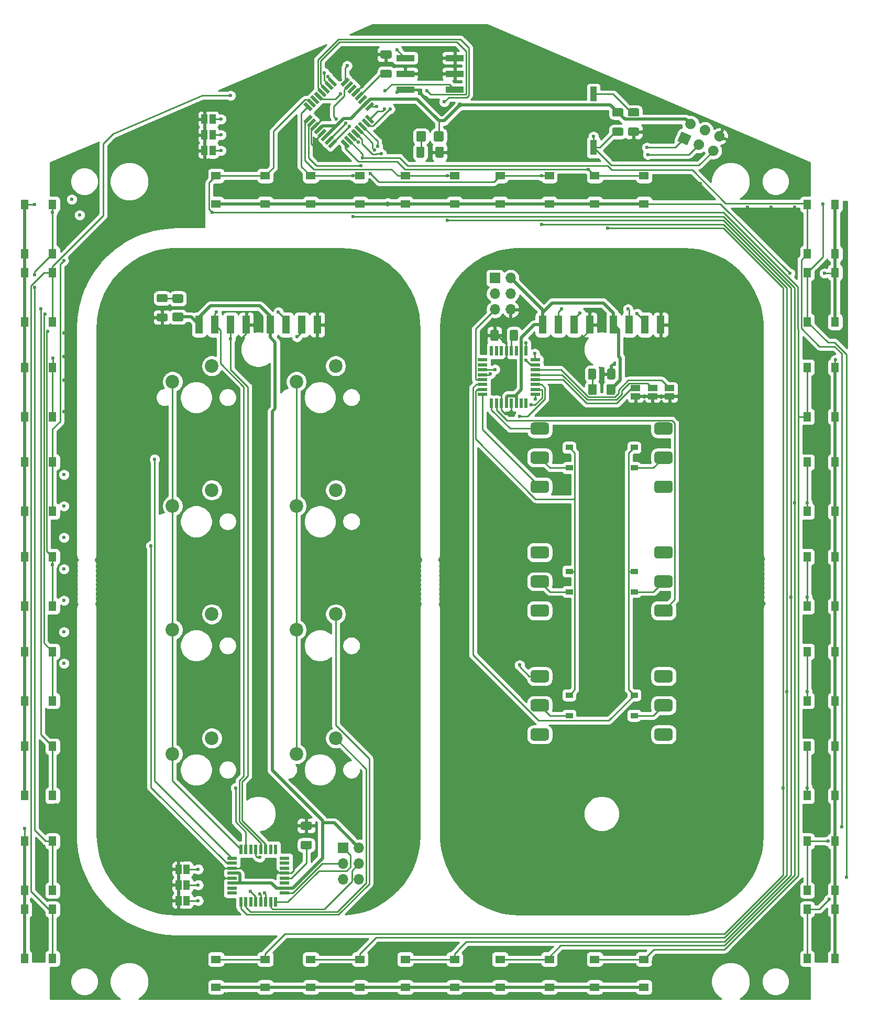
<source format=gbr>
%TF.GenerationSoftware,KiCad,Pcbnew,(5.1.9)-1*%
%TF.CreationDate,2021-07-06T15:30:50+10:00*%
%TF.ProjectId,MFD-panel2,4d46442d-7061-46e6-956c-322e6b696361,rev?*%
%TF.SameCoordinates,Original*%
%TF.FileFunction,Copper,L1,Top*%
%TF.FilePolarity,Positive*%
%FSLAX46Y46*%
G04 Gerber Fmt 4.6, Leading zero omitted, Abs format (unit mm)*
G04 Created by KiCad (PCBNEW (5.1.9)-1) date 2021-07-06 15:30:50*
%MOMM*%
%LPD*%
G01*
G04 APERTURE LIST*
%TA.AperFunction,SMDPad,CuDef*%
%ADD10R,3.000000X1.000000*%
%TD*%
%TA.AperFunction,SMDPad,CuDef*%
%ADD11R,1.000000X1.500000*%
%TD*%
%TA.AperFunction,SMDPad,CuDef*%
%ADD12C,0.100000*%
%TD*%
%TA.AperFunction,ComponentPad*%
%ADD13C,0.100000*%
%TD*%
%TA.AperFunction,SMDPad,CuDef*%
%ADD14R,1.300000X1.550000*%
%TD*%
%TA.AperFunction,SMDPad,CuDef*%
%ADD15R,1.550000X1.300000*%
%TD*%
%TA.AperFunction,SMDPad,CuDef*%
%ADD16R,1.120000X2.440000*%
%TD*%
%TA.AperFunction,SMDPad,CuDef*%
%ADD17R,1.200000X0.900000*%
%TD*%
%TA.AperFunction,SMDPad,CuDef*%
%ADD18R,1.600000X0.550000*%
%TD*%
%TA.AperFunction,SMDPad,CuDef*%
%ADD19R,0.550000X1.600000*%
%TD*%
%TA.AperFunction,SMDPad,CuDef*%
%ADD20R,1.500000X1.000000*%
%TD*%
%TA.AperFunction,SMDPad,CuDef*%
%ADD21R,1.300000X3.000000*%
%TD*%
%TA.AperFunction,ComponentPad*%
%ADD22O,1.700000X1.700000*%
%TD*%
%TA.AperFunction,ComponentPad*%
%ADD23R,1.700000X1.700000*%
%TD*%
%TA.AperFunction,ComponentPad*%
%ADD24C,2.200000*%
%TD*%
%TA.AperFunction,ViaPad*%
%ADD25C,0.600000*%
%TD*%
%TA.AperFunction,ViaPad*%
%ADD26C,0.800000*%
%TD*%
%TA.AperFunction,Conductor*%
%ADD27C,0.250000*%
%TD*%
%TA.AperFunction,Conductor*%
%ADD28C,0.500000*%
%TD*%
%TA.AperFunction,Conductor*%
%ADD29C,0.254000*%
%TD*%
%TA.AperFunction,Conductor*%
%ADD30C,0.100000*%
%TD*%
G04 APERTURE END LIST*
D10*
%TO.P,SW2,2*%
%TO.N,Net-(Atmega328P-AU1-Pad8)*%
X74600000Y8860000D03*
%TO.P,SW2,4*%
%TO.N,GNDREF*%
X66600000Y8860000D03*
%TO.P,SW2,C*%
X74600000Y11400000D03*
X66600000Y11400000D03*
%TO.P,SW2,8*%
X74600000Y13940000D03*
%TO.P,SW2,1*%
%TO.N,Net-(Atmega328P-AU1-Pad7)*%
X66600000Y13940000D03*
%TD*%
D11*
%TO.P,JP3,2*%
%TO.N,GNDREF*%
X34148000Y4064000D03*
%TO.P,JP3,1*%
%TO.N,/4line*%
X35448000Y4064000D03*
%TD*%
%TO.P,JP2,1*%
%TO.N,/2line*%
X35448000Y1524000D03*
%TO.P,JP2,2*%
%TO.N,GNDREF*%
X34148000Y1524000D03*
%TD*%
%TO.P,JP1,1*%
%TO.N,/1line*%
X35448000Y-1016000D03*
%TO.P,JP1,2*%
%TO.N,GNDREF*%
X34148000Y-1016000D03*
%TD*%
%TA.AperFunction,SMDPad,CuDef*%
D12*
%TO.P,Atmega328P-AU1,1*%
%TO.N,R3*%
G36*
X50523666Y3294555D02*
G01*
X50134757Y3683464D01*
X51266128Y4814835D01*
X51655037Y4425926D01*
X50523666Y3294555D01*
G37*
%TD.AperFunction*%
%TA.AperFunction,SMDPad,CuDef*%
%TO.P,Atmega328P-AU1,2*%
%TO.N,R4*%
G36*
X51089352Y2728870D02*
G01*
X50700443Y3117779D01*
X51831814Y4249150D01*
X52220723Y3860241D01*
X51089352Y2728870D01*
G37*
%TD.AperFunction*%
%TA.AperFunction,SMDPad,CuDef*%
%TO.P,Atmega328P-AU1,3*%
%TO.N,GNDREF*%
G36*
X51655037Y2163184D02*
G01*
X51266128Y2552093D01*
X52397499Y3683464D01*
X52786408Y3294555D01*
X51655037Y2163184D01*
G37*
%TD.AperFunction*%
%TA.AperFunction,SMDPad,CuDef*%
%TO.P,Atmega328P-AU1,4*%
%TO.N,+5V*%
G36*
X52220722Y1597499D02*
G01*
X51831813Y1986408D01*
X52963184Y3117779D01*
X53352093Y2728870D01*
X52220722Y1597499D01*
G37*
%TD.AperFunction*%
%TA.AperFunction,SMDPad,CuDef*%
%TO.P,Atmega328P-AU1,5*%
%TO.N,GNDREF*%
G36*
X52786408Y1031813D02*
G01*
X52397499Y1420722D01*
X53528870Y2552093D01*
X53917779Y2163184D01*
X52786408Y1031813D01*
G37*
%TD.AperFunction*%
%TA.AperFunction,SMDPad,CuDef*%
%TO.P,Atmega328P-AU1,6*%
%TO.N,+5V*%
G36*
X53352093Y466128D02*
G01*
X52963184Y855037D01*
X54094555Y1986408D01*
X54483464Y1597499D01*
X53352093Y466128D01*
G37*
%TD.AperFunction*%
%TA.AperFunction,SMDPad,CuDef*%
%TO.P,Atmega328P-AU1,7*%
%TO.N,Net-(Atmega328P-AU1-Pad7)*%
G36*
X53917779Y-99557D02*
G01*
X53528870Y289352D01*
X54660241Y1420723D01*
X55049150Y1031814D01*
X53917779Y-99557D01*
G37*
%TD.AperFunction*%
%TA.AperFunction,SMDPad,CuDef*%
%TO.P,Atmega328P-AU1,8*%
%TO.N,Net-(Atmega328P-AU1-Pad8)*%
G36*
X54483464Y-665243D02*
G01*
X54094555Y-276334D01*
X55225926Y855037D01*
X55614835Y466128D01*
X54483464Y-665243D01*
G37*
%TD.AperFunction*%
%TA.AperFunction,SMDPad,CuDef*%
%TO.P,Atmega328P-AU1,9*%
%TO.N,R5*%
G36*
X57665445Y-276334D02*
G01*
X57276536Y-665243D01*
X56145165Y466128D01*
X56534074Y855037D01*
X57665445Y-276334D01*
G37*
%TD.AperFunction*%
%TA.AperFunction,SMDPad,CuDef*%
%TO.P,Atmega328P-AU1,10*%
%TO.N,R6*%
G36*
X58231130Y289352D02*
G01*
X57842221Y-99557D01*
X56710850Y1031814D01*
X57099759Y1420723D01*
X58231130Y289352D01*
G37*
%TD.AperFunction*%
%TA.AperFunction,SMDPad,CuDef*%
%TO.P,Atmega328P-AU1,11*%
%TO.N,R7*%
G36*
X58796816Y855037D02*
G01*
X58407907Y466128D01*
X57276536Y1597499D01*
X57665445Y1986408D01*
X58796816Y855037D01*
G37*
%TD.AperFunction*%
%TA.AperFunction,SMDPad,CuDef*%
%TO.P,Atmega328P-AU1,12*%
%TO.N,/1line*%
G36*
X59362501Y1420722D02*
G01*
X58973592Y1031813D01*
X57842221Y2163184D01*
X58231130Y2552093D01*
X59362501Y1420722D01*
G37*
%TD.AperFunction*%
%TA.AperFunction,SMDPad,CuDef*%
%TO.P,Atmega328P-AU1,13*%
%TO.N,/2line*%
G36*
X59928187Y1986408D02*
G01*
X59539278Y1597499D01*
X58407907Y2728870D01*
X58796816Y3117779D01*
X59928187Y1986408D01*
G37*
%TD.AperFunction*%
%TA.AperFunction,SMDPad,CuDef*%
%TO.P,Atmega328P-AU1,14*%
%TO.N,/4line*%
G36*
X60493872Y2552093D02*
G01*
X60104963Y2163184D01*
X58973592Y3294555D01*
X59362501Y3683464D01*
X60493872Y2552093D01*
G37*
%TD.AperFunction*%
%TA.AperFunction,SMDPad,CuDef*%
%TO.P,Atmega328P-AU1,15*%
%TO.N,MOSI*%
G36*
X61059557Y3117779D02*
G01*
X60670648Y2728870D01*
X59539277Y3860241D01*
X59928186Y4249150D01*
X61059557Y3117779D01*
G37*
%TD.AperFunction*%
%TA.AperFunction,SMDPad,CuDef*%
%TO.P,Atmega328P-AU1,16*%
%TO.N,MISO*%
G36*
X61625243Y3683464D02*
G01*
X61236334Y3294555D01*
X60104963Y4425926D01*
X60493872Y4814835D01*
X61625243Y3683464D01*
G37*
%TD.AperFunction*%
%TA.AperFunction,SMDPad,CuDef*%
%TO.P,Atmega328P-AU1,17*%
%TO.N,SCK*%
G36*
X60493872Y5345165D02*
G01*
X60104963Y5734074D01*
X61236334Y6865445D01*
X61625243Y6476536D01*
X60493872Y5345165D01*
G37*
%TD.AperFunction*%
%TA.AperFunction,SMDPad,CuDef*%
%TO.P,Atmega328P-AU1,18*%
%TO.N,+5V*%
G36*
X59928186Y5910850D02*
G01*
X59539277Y6299759D01*
X60670648Y7431130D01*
X61059557Y7042221D01*
X59928186Y5910850D01*
G37*
%TD.AperFunction*%
%TA.AperFunction,SMDPad,CuDef*%
%TO.P,Atmega328P-AU1,19*%
%TO.N,Net-(Atmega328P-AU1-Pad19)*%
G36*
X59362501Y6476536D02*
G01*
X58973592Y6865445D01*
X60104963Y7996816D01*
X60493872Y7607907D01*
X59362501Y6476536D01*
G37*
%TD.AperFunction*%
%TA.AperFunction,SMDPad,CuDef*%
%TO.P,Atmega328P-AU1,20*%
%TO.N,Net-(Atmega328P-AU1-Pad20)*%
G36*
X58796816Y7042221D02*
G01*
X58407907Y7431130D01*
X59539278Y8562501D01*
X59928187Y8173592D01*
X58796816Y7042221D01*
G37*
%TD.AperFunction*%
%TA.AperFunction,SMDPad,CuDef*%
%TO.P,Atmega328P-AU1,21*%
%TO.N,GNDREF*%
G36*
X58231130Y7607907D02*
G01*
X57842221Y7996816D01*
X58973592Y9128187D01*
X59362501Y8739278D01*
X58231130Y7607907D01*
G37*
%TD.AperFunction*%
%TA.AperFunction,SMDPad,CuDef*%
%TO.P,Atmega328P-AU1,22*%
%TO.N,Net-(Atmega328P-AU1-Pad22)*%
G36*
X57665445Y8173592D02*
G01*
X57276536Y8562501D01*
X58407907Y9693872D01*
X58796816Y9304963D01*
X57665445Y8173592D01*
G37*
%TD.AperFunction*%
%TA.AperFunction,SMDPad,CuDef*%
%TO.P,Atmega328P-AU1,23*%
%TO.N,C1*%
G36*
X57099759Y8739277D02*
G01*
X56710850Y9128186D01*
X57842221Y10259557D01*
X58231130Y9870648D01*
X57099759Y8739277D01*
G37*
%TD.AperFunction*%
%TA.AperFunction,SMDPad,CuDef*%
%TO.P,Atmega328P-AU1,24*%
%TO.N,C2*%
G36*
X56534074Y9304963D02*
G01*
X56145165Y9693872D01*
X57276536Y10825243D01*
X57665445Y10436334D01*
X56534074Y9304963D01*
G37*
%TD.AperFunction*%
%TA.AperFunction,SMDPad,CuDef*%
%TO.P,Atmega328P-AU1,25*%
%TO.N,C3*%
G36*
X55614835Y9693872D02*
G01*
X55225926Y9304963D01*
X54094555Y10436334D01*
X54483464Y10825243D01*
X55614835Y9693872D01*
G37*
%TD.AperFunction*%
%TA.AperFunction,SMDPad,CuDef*%
%TO.P,Atmega328P-AU1,26*%
%TO.N,C4*%
G36*
X55049150Y9128186D02*
G01*
X54660241Y8739277D01*
X53528870Y9870648D01*
X53917779Y10259557D01*
X55049150Y9128186D01*
G37*
%TD.AperFunction*%
%TA.AperFunction,SMDPad,CuDef*%
%TO.P,Atmega328P-AU1,27*%
%TO.N,SDA*%
G36*
X54483464Y8562501D02*
G01*
X54094555Y8173592D01*
X52963184Y9304963D01*
X53352093Y9693872D01*
X54483464Y8562501D01*
G37*
%TD.AperFunction*%
%TA.AperFunction,SMDPad,CuDef*%
%TO.P,Atmega328P-AU1,28*%
%TO.N,SCL*%
G36*
X53917779Y7996816D02*
G01*
X53528870Y7607907D01*
X52397499Y8739278D01*
X52786408Y9128187D01*
X53917779Y7996816D01*
G37*
%TD.AperFunction*%
%TA.AperFunction,SMDPad,CuDef*%
%TO.P,Atmega328P-AU1,29*%
%TO.N,RESET*%
G36*
X53352093Y7431130D02*
G01*
X52963184Y7042221D01*
X51831813Y8173592D01*
X52220722Y8562501D01*
X53352093Y7431130D01*
G37*
%TD.AperFunction*%
%TA.AperFunction,SMDPad,CuDef*%
%TO.P,Atmega328P-AU1,30*%
%TO.N,Net-(Atmega328P-AU1-Pad30)*%
G36*
X52786408Y6865445D02*
G01*
X52397499Y6476536D01*
X51266128Y7607907D01*
X51655037Y7996816D01*
X52786408Y6865445D01*
G37*
%TD.AperFunction*%
%TA.AperFunction,SMDPad,CuDef*%
%TO.P,Atmega328P-AU1,31*%
%TO.N,R1*%
G36*
X52220723Y6299759D02*
G01*
X51831814Y5910850D01*
X50700443Y7042221D01*
X51089352Y7431130D01*
X52220723Y6299759D01*
G37*
%TD.AperFunction*%
%TA.AperFunction,SMDPad,CuDef*%
%TO.P,Atmega328P-AU1,32*%
%TO.N,R2*%
G36*
X51655037Y5734074D02*
G01*
X51266128Y5345165D01*
X50134757Y6476536D01*
X50523666Y6865445D01*
X51655037Y5734074D01*
G37*
%TD.AperFunction*%
%TD*%
%TO.P,J1,6*%
%TO.N,GNDREF*%
%TA.AperFunction,ComponentPad*%
G36*
G01*
X117058401Y510539D02*
X117058401Y510539D01*
G75*
G02*
X116608093Y1625089I332121J782429D01*
G01*
X116608093Y1625089D01*
G75*
G02*
X117722643Y2075397I782429J-332121D01*
G01*
X117722643Y2075397D01*
G75*
G02*
X118172951Y960847I-332121J-782429D01*
G01*
X118172951Y960847D01*
G75*
G02*
X117058401Y510539I-782429J332121D01*
G01*
G37*
%TD.AperFunction*%
%TO.P,J1,5*%
%TO.N,RESET*%
%TA.AperFunction,ComponentPad*%
G36*
G01*
X116065944Y-1827543D02*
X116065944Y-1827543D01*
G75*
G02*
X115615636Y-712993I332121J782429D01*
G01*
X115615636Y-712993D01*
G75*
G02*
X116730186Y-262685I782429J-332121D01*
G01*
X116730186Y-262685D01*
G75*
G02*
X117180494Y-1377235I-332121J-782429D01*
G01*
X117180494Y-1377235D01*
G75*
G02*
X116065944Y-1827543I-782429J332121D01*
G01*
G37*
%TD.AperFunction*%
%TO.P,J1,4*%
%TO.N,MOSI*%
%TA.AperFunction,ComponentPad*%
G36*
G01*
X114720318Y1502996D02*
X114720318Y1502996D01*
G75*
G02*
X114270010Y2617546I332121J782429D01*
G01*
X114270010Y2617546D01*
G75*
G02*
X115384560Y3067854I782429J-332121D01*
G01*
X115384560Y3067854D01*
G75*
G02*
X115834868Y1953304I-332121J-782429D01*
G01*
X115834868Y1953304D01*
G75*
G02*
X114720318Y1502996I-782429J332121D01*
G01*
G37*
%TD.AperFunction*%
%TO.P,J1,3*%
%TO.N,SCK*%
%TA.AperFunction,ComponentPad*%
G36*
G01*
X113727861Y-835086D02*
X113727861Y-835086D01*
G75*
G02*
X113277553Y279464I332121J782429D01*
G01*
X113277553Y279464D01*
G75*
G02*
X114392103Y729772I782429J-332121D01*
G01*
X114392103Y729772D01*
G75*
G02*
X114842411Y-384778I-332121J-782429D01*
G01*
X114842411Y-384778D01*
G75*
G02*
X113727861Y-835086I-782429J332121D01*
G01*
G37*
%TD.AperFunction*%
%TO.P,J1,2*%
%TO.N,+5V*%
%TA.AperFunction,ComponentPad*%
G36*
G01*
X112382236Y2495453D02*
X112382236Y2495453D01*
G75*
G02*
X111931928Y3610003I332121J782429D01*
G01*
X111931928Y3610003D01*
G75*
G02*
X113046478Y4060311I782429J-332121D01*
G01*
X113046478Y4060311D01*
G75*
G02*
X113496786Y2945761I-332121J-782429D01*
G01*
X113496786Y2945761D01*
G75*
G02*
X112382236Y2495453I-782429J332121D01*
G01*
G37*
%TD.AperFunction*%
%TA.AperFunction,ComponentPad*%
D13*
%TO.P,J1,1*%
%TO.N,MISO*%
G36*
X112172208Y-174751D02*
G01*
X110607349Y489492D01*
X111271592Y2054351D01*
X112836451Y1390108D01*
X112172208Y-174751D01*
G37*
%TD.AperFunction*%
%TD*%
%TO.P,R8,2*%
%TO.N,Net-(D1-Pad1)*%
%TA.AperFunction,SMDPad,CuDef*%
G36*
G01*
X69700000Y-619999D02*
X69700000Y-1920001D01*
G75*
G02*
X69450001Y-2170000I-249999J0D01*
G01*
X68624999Y-2170000D01*
G75*
G02*
X68375000Y-1920001I0J249999D01*
G01*
X68375000Y-619999D01*
G75*
G02*
X68624999Y-370000I249999J0D01*
G01*
X69450001Y-370000D01*
G75*
G02*
X69700000Y-619999I0J-249999D01*
G01*
G37*
%TD.AperFunction*%
%TO.P,R8,1*%
%TO.N,GNDREF*%
%TA.AperFunction,SMDPad,CuDef*%
G36*
G01*
X72825000Y-619999D02*
X72825000Y-1920001D01*
G75*
G02*
X72575001Y-2170000I-249999J0D01*
G01*
X71749999Y-2170000D01*
G75*
G02*
X71500000Y-1920001I0J249999D01*
G01*
X71500000Y-619999D01*
G75*
G02*
X71749999Y-370000I249999J0D01*
G01*
X72575001Y-370000D01*
G75*
G02*
X72825000Y-619999I0J-249999D01*
G01*
G37*
%TD.AperFunction*%
%TD*%
%TO.P,D1,2*%
%TO.N,+5V*%
%TA.AperFunction,SMDPad,CuDef*%
G36*
G01*
X71225000Y695000D02*
X71225000Y1845000D01*
G75*
G02*
X71475000Y2095000I250000J0D01*
G01*
X72575000Y2095000D01*
G75*
G02*
X72825000Y1845000I0J-250000D01*
G01*
X72825000Y695000D01*
G75*
G02*
X72575000Y445000I-250000J0D01*
G01*
X71475000Y445000D01*
G75*
G02*
X71225000Y695000I0J250000D01*
G01*
G37*
%TD.AperFunction*%
%TO.P,D1,1*%
%TO.N,Net-(D1-Pad1)*%
%TA.AperFunction,SMDPad,CuDef*%
G36*
G01*
X68375000Y695000D02*
X68375000Y1845000D01*
G75*
G02*
X68625000Y2095000I250000J0D01*
G01*
X69725000Y2095000D01*
G75*
G02*
X69975000Y1845000I0J-250000D01*
G01*
X69975000Y695000D01*
G75*
G02*
X69725000Y445000I-250000J0D01*
G01*
X68625000Y445000D01*
G75*
G02*
X68375000Y695000I0J250000D01*
G01*
G37*
%TD.AperFunction*%
%TD*%
D14*
%TO.P,SW47,2*%
%TO.N,C4*%
X5100000Y-28680000D03*
%TO.P,SW47,1*%
%TO.N,R7*%
X9600000Y-28680000D03*
X9600000Y-20720000D03*
%TO.P,SW47,2*%
%TO.N,C4*%
X5100000Y-20720000D03*
%TD*%
%TO.P,SW46,2*%
%TO.N,C4*%
X5100000Y-17680000D03*
%TO.P,SW46,1*%
%TO.N,R6*%
X9600000Y-17680000D03*
X9600000Y-9720000D03*
%TO.P,SW46,2*%
%TO.N,C4*%
X5100000Y-9720000D03*
%TD*%
%TO.P,SW45,2*%
%TO.N,C4*%
X5100000Y-43980000D03*
%TO.P,SW45,1*%
%TO.N,R5*%
X9600000Y-43980000D03*
X9600000Y-36020000D03*
%TO.P,SW45,2*%
%TO.N,C4*%
X5100000Y-36020000D03*
%TD*%
%TO.P,SW44,2*%
%TO.N,C4*%
X5100000Y-59280000D03*
%TO.P,SW44,1*%
%TO.N,R4*%
X9600000Y-59280000D03*
X9600000Y-51320000D03*
%TO.P,SW44,2*%
%TO.N,C4*%
X5100000Y-51320000D03*
%TD*%
%TO.P,SW43,2*%
%TO.N,C4*%
X5100000Y-74580000D03*
%TO.P,SW43,1*%
%TO.N,R3*%
X9600000Y-74580000D03*
X9600000Y-66620000D03*
%TO.P,SW43,2*%
%TO.N,C4*%
X5100000Y-66620000D03*
%TD*%
%TO.P,SW42,2*%
%TO.N,C4*%
X5100000Y-89880000D03*
%TO.P,SW42,1*%
%TO.N,R2*%
X9600000Y-89880000D03*
X9600000Y-81920000D03*
%TO.P,SW42,2*%
%TO.N,C4*%
X5100000Y-81920000D03*
%TD*%
%TO.P,SW41,2*%
%TO.N,C4*%
X5100000Y-105180000D03*
%TO.P,SW41,1*%
%TO.N,R1*%
X9600000Y-105180000D03*
X9600000Y-97220000D03*
%TO.P,SW41,2*%
%TO.N,C4*%
X5100000Y-97220000D03*
%TD*%
%TO.P,SW37,2*%
%TO.N,C3*%
X5100000Y-131480000D03*
%TO.P,SW37,1*%
%TO.N,R7*%
X9600000Y-131480000D03*
X9600000Y-123520000D03*
%TO.P,SW37,2*%
%TO.N,C3*%
X5100000Y-123520000D03*
%TD*%
%TO.P,SW36,2*%
%TO.N,C3*%
X5100000Y-120480000D03*
%TO.P,SW36,1*%
%TO.N,R6*%
X9600000Y-120480000D03*
X9600000Y-112520000D03*
%TO.P,SW36,2*%
%TO.N,C3*%
X5100000Y-112520000D03*
%TD*%
D15*
%TO.P,SW35,2*%
%TO.N,C3*%
X43980000Y-136100000D03*
%TO.P,SW35,1*%
%TO.N,R5*%
X43980000Y-131600000D03*
X36020000Y-131600000D03*
%TO.P,SW35,2*%
%TO.N,C3*%
X36020000Y-136100000D03*
%TD*%
%TO.P,SW34,2*%
%TO.N,C3*%
X59280000Y-136100000D03*
%TO.P,SW34,1*%
%TO.N,R4*%
X59280000Y-131600000D03*
X51320000Y-131600000D03*
%TO.P,SW34,2*%
%TO.N,C3*%
X51320000Y-136100000D03*
%TD*%
%TO.P,SW33,2*%
%TO.N,C3*%
X74580000Y-136100000D03*
%TO.P,SW33,1*%
%TO.N,R3*%
X74580000Y-131600000D03*
X66620000Y-131600000D03*
%TO.P,SW33,2*%
%TO.N,C3*%
X66620000Y-136100000D03*
%TD*%
%TO.P,SW32,2*%
%TO.N,C3*%
X89880000Y-136100000D03*
%TO.P,SW32,1*%
%TO.N,R2*%
X89880000Y-131600000D03*
X81920000Y-131600000D03*
%TO.P,SW32,2*%
%TO.N,C3*%
X81920000Y-136100000D03*
%TD*%
%TO.P,SW31,2*%
%TO.N,C3*%
X105180000Y-136100000D03*
%TO.P,SW31,1*%
%TO.N,R1*%
X105180000Y-131600000D03*
X97220000Y-131600000D03*
%TO.P,SW31,2*%
%TO.N,C3*%
X97220000Y-136100000D03*
%TD*%
D14*
%TO.P,SW27,2*%
%TO.N,C2*%
X136100000Y-123520000D03*
%TO.P,SW27,1*%
%TO.N,R7*%
X131600000Y-123520000D03*
X131600000Y-131480000D03*
%TO.P,SW27,2*%
%TO.N,C2*%
X136100000Y-131480000D03*
%TD*%
%TO.P,SW26,2*%
%TO.N,C2*%
X136100000Y-112520000D03*
%TO.P,SW26,1*%
%TO.N,R6*%
X131600000Y-112520000D03*
X131600000Y-120480000D03*
%TO.P,SW26,2*%
%TO.N,C2*%
X136100000Y-120480000D03*
%TD*%
%TO.P,SW25,2*%
%TO.N,C2*%
X136100000Y-97220000D03*
%TO.P,SW25,1*%
%TO.N,R5*%
X131600000Y-97220000D03*
X131600000Y-105180000D03*
%TO.P,SW25,2*%
%TO.N,C2*%
X136100000Y-105180000D03*
%TD*%
%TO.P,SW24,2*%
%TO.N,C2*%
X136100000Y-81920000D03*
%TO.P,SW24,1*%
%TO.N,R4*%
X131600000Y-81920000D03*
X131600000Y-89880000D03*
%TO.P,SW24,2*%
%TO.N,C2*%
X136100000Y-89880000D03*
%TD*%
%TO.P,SW23,2*%
%TO.N,C2*%
X136100000Y-66620000D03*
%TO.P,SW23,1*%
%TO.N,R3*%
X131600000Y-66620000D03*
X131600000Y-74580000D03*
%TO.P,SW23,2*%
%TO.N,C2*%
X136100000Y-74580000D03*
%TD*%
%TO.P,SW22,2*%
%TO.N,C2*%
X136100000Y-51320000D03*
%TO.P,SW22,1*%
%TO.N,R2*%
X131600000Y-51320000D03*
X131600000Y-59280000D03*
%TO.P,SW22,2*%
%TO.N,C2*%
X136100000Y-59280000D03*
%TD*%
%TO.P,SW21,2*%
%TO.N,C2*%
X136100000Y-36020000D03*
%TO.P,SW21,1*%
%TO.N,R1*%
X131600000Y-36020000D03*
X131600000Y-43980000D03*
%TO.P,SW21,2*%
%TO.N,C2*%
X136100000Y-43980000D03*
%TD*%
%TO.P,SW17,2*%
%TO.N,C1*%
X136100000Y-20720000D03*
%TO.P,SW17,1*%
%TO.N,R7*%
X131600000Y-20720000D03*
X131600000Y-28680000D03*
%TO.P,SW17,2*%
%TO.N,C1*%
X136100000Y-28680000D03*
%TD*%
%TO.P,SW16,2*%
%TO.N,C1*%
X136100000Y-9720000D03*
%TO.P,SW16,1*%
%TO.N,R6*%
X131600000Y-9720000D03*
X131600000Y-17680000D03*
%TO.P,SW16,2*%
%TO.N,C1*%
X136100000Y-17680000D03*
%TD*%
D15*
%TO.P,SW15,2*%
%TO.N,C1*%
X105180000Y-9600000D03*
%TO.P,SW15,1*%
%TO.N,R5*%
X105180000Y-5100000D03*
X97220000Y-5100000D03*
%TO.P,SW15,2*%
%TO.N,C1*%
X97220000Y-9600000D03*
%TD*%
%TO.P,SW14,2*%
%TO.N,C1*%
X89880000Y-9600000D03*
%TO.P,SW14,1*%
%TO.N,R4*%
X89880000Y-5100000D03*
X81920000Y-5100000D03*
%TO.P,SW14,2*%
%TO.N,C1*%
X81920000Y-9600000D03*
%TD*%
%TO.P,SW13,2*%
%TO.N,C1*%
X74580000Y-9600000D03*
%TO.P,SW13,1*%
%TO.N,R3*%
X74580000Y-5100000D03*
X66620000Y-5100000D03*
%TO.P,SW13,2*%
%TO.N,C1*%
X66620000Y-9600000D03*
%TD*%
%TO.P,SW12,2*%
%TO.N,C1*%
X59280000Y-9600000D03*
%TO.P,SW12,1*%
%TO.N,R2*%
X59280000Y-5100000D03*
X51320000Y-5100000D03*
%TO.P,SW12,2*%
%TO.N,C1*%
X51320000Y-9600000D03*
%TD*%
%TO.P,SW11,2*%
%TO.N,C1*%
X43980000Y-9600000D03*
%TO.P,SW11,1*%
%TO.N,R1*%
X43980000Y-5100000D03*
X36020000Y-5100000D03*
%TO.P,SW11,2*%
%TO.N,C1*%
X36020000Y-9600000D03*
%TD*%
D16*
%TO.P,SW1,2*%
%TO.N,RESET*%
X97028000Y-508000D03*
%TO.P,SW1,1*%
%TO.N,Net-(R5-Pad1)*%
X97028000Y8102000D03*
%TD*%
%TO.P,R5,1*%
%TO.N,Net-(R5-Pad1)*%
%TA.AperFunction,SMDPad,CuDef*%
G36*
G01*
X102854997Y5819500D02*
X104155003Y5819500D01*
G75*
G02*
X104405000Y5569503I0J-249997D01*
G01*
X104405000Y4744497D01*
G75*
G02*
X104155003Y4494500I-249997J0D01*
G01*
X102854997Y4494500D01*
G75*
G02*
X102605000Y4744497I0J249997D01*
G01*
X102605000Y5569503D01*
G75*
G02*
X102854997Y5819500I249997J0D01*
G01*
G37*
%TD.AperFunction*%
%TO.P,R5,2*%
%TO.N,GNDREF*%
%TA.AperFunction,SMDPad,CuDef*%
G36*
G01*
X102854997Y2694500D02*
X104155003Y2694500D01*
G75*
G02*
X104405000Y2444503I0J-249997D01*
G01*
X104405000Y1619497D01*
G75*
G02*
X104155003Y1369500I-249997J0D01*
G01*
X102854997Y1369500D01*
G75*
G02*
X102605000Y1619497I0J249997D01*
G01*
X102605000Y2444503D01*
G75*
G02*
X102854997Y2694500I249997J0D01*
G01*
G37*
%TD.AperFunction*%
%TD*%
%TO.P,R1,2*%
%TO.N,+5V*%
%TA.AperFunction,SMDPad,CuDef*%
G36*
G01*
X101615003Y4494500D02*
X100314997Y4494500D01*
G75*
G02*
X100065000Y4744497I0J249997D01*
G01*
X100065000Y5569503D01*
G75*
G02*
X100314997Y5819500I249997J0D01*
G01*
X101615003Y5819500D01*
G75*
G02*
X101865000Y5569503I0J-249997D01*
G01*
X101865000Y4744497D01*
G75*
G02*
X101615003Y4494500I-249997J0D01*
G01*
G37*
%TD.AperFunction*%
%TO.P,R1,1*%
%TO.N,RESET*%
%TA.AperFunction,SMDPad,CuDef*%
G36*
G01*
X101615003Y1369500D02*
X100314997Y1369500D01*
G75*
G02*
X100065000Y1619497I0J249997D01*
G01*
X100065000Y2444503D01*
G75*
G02*
X100314997Y2694500I249997J0D01*
G01*
X101615003Y2694500D01*
G75*
G02*
X101865000Y2444503I0J-249997D01*
G01*
X101865000Y1619497D01*
G75*
G02*
X101615003Y1369500I-249997J0D01*
G01*
G37*
%TD.AperFunction*%
%TD*%
%TO.P,C4,2*%
%TO.N,GNDREF*%
%TA.AperFunction,SMDPad,CuDef*%
G36*
G01*
X64150003Y13854000D02*
X62849997Y13854000D01*
G75*
G02*
X62600000Y14103997I0J249997D01*
G01*
X62600000Y14929003D01*
G75*
G02*
X62849997Y15179000I249997J0D01*
G01*
X64150003Y15179000D01*
G75*
G02*
X64400000Y14929003I0J-249997D01*
G01*
X64400000Y14103997D01*
G75*
G02*
X64150003Y13854000I-249997J0D01*
G01*
G37*
%TD.AperFunction*%
%TO.P,C4,1*%
%TO.N,Net-(Atmega328P-AU1-Pad20)*%
%TA.AperFunction,SMDPad,CuDef*%
G36*
G01*
X64150003Y10729000D02*
X62849997Y10729000D01*
G75*
G02*
X62600000Y10978997I0J249997D01*
G01*
X62600000Y11804003D01*
G75*
G02*
X62849997Y12054000I249997J0D01*
G01*
X64150003Y12054000D01*
G75*
G02*
X64400000Y11804003I0J-249997D01*
G01*
X64400000Y10978997D01*
G75*
G02*
X64150003Y10729000I-249997J0D01*
G01*
G37*
%TD.AperFunction*%
%TD*%
%TO.P,TOG23,3*%
%TO.N,/ROW52*%
%TA.AperFunction,ComponentPad*%
G36*
G01*
X106850000Y-95800000D02*
X106850000Y-94800000D01*
G75*
G02*
X107350000Y-94300000I500000J0D01*
G01*
X109350000Y-94300000D01*
G75*
G02*
X109850000Y-94800000I0J-500000D01*
G01*
X109850000Y-95800000D01*
G75*
G02*
X109350000Y-96300000I-500000J0D01*
G01*
X107350000Y-96300000D01*
G75*
G02*
X106850000Y-95800000I0J500000D01*
G01*
G37*
%TD.AperFunction*%
%TO.P,TOG23,2*%
%TO.N,Net-(D23-Pad1)*%
%TA.AperFunction,ComponentPad*%
G36*
G01*
X106850000Y-91100000D02*
X106850000Y-90100000D01*
G75*
G02*
X107350000Y-89600000I500000J0D01*
G01*
X109350000Y-89600000D01*
G75*
G02*
X109850000Y-90100000I0J-500000D01*
G01*
X109850000Y-91100000D01*
G75*
G02*
X109350000Y-91600000I-500000J0D01*
G01*
X107350000Y-91600000D01*
G75*
G02*
X106850000Y-91100000I0J500000D01*
G01*
G37*
%TD.AperFunction*%
%TO.P,TOG23,1*%
%TO.N,/ROW62*%
%TA.AperFunction,ComponentPad*%
G36*
G01*
X106850000Y-86400000D02*
X106850000Y-85400000D01*
G75*
G02*
X107350000Y-84900000I500000J0D01*
G01*
X109350000Y-84900000D01*
G75*
G02*
X109850000Y-85400000I0J-500000D01*
G01*
X109850000Y-86400000D01*
G75*
G02*
X109350000Y-86900000I-500000J0D01*
G01*
X107350000Y-86900000D01*
G75*
G02*
X106850000Y-86400000I0J500000D01*
G01*
G37*
%TD.AperFunction*%
%TD*%
%TO.P,TOG13,3*%
%TO.N,/ROW52*%
%TA.AperFunction,ComponentPad*%
G36*
G01*
X86850000Y-95800000D02*
X86850000Y-94800000D01*
G75*
G02*
X87350000Y-94300000I500000J0D01*
G01*
X89350000Y-94300000D01*
G75*
G02*
X89850000Y-94800000I0J-500000D01*
G01*
X89850000Y-95800000D01*
G75*
G02*
X89350000Y-96300000I-500000J0D01*
G01*
X87350000Y-96300000D01*
G75*
G02*
X86850000Y-95800000I0J500000D01*
G01*
G37*
%TD.AperFunction*%
%TO.P,TOG13,2*%
%TO.N,Net-(D13-Pad1)*%
%TA.AperFunction,ComponentPad*%
G36*
G01*
X86850000Y-91100000D02*
X86850000Y-90100000D01*
G75*
G02*
X87350000Y-89600000I500000J0D01*
G01*
X89350000Y-89600000D01*
G75*
G02*
X89850000Y-90100000I0J-500000D01*
G01*
X89850000Y-91100000D01*
G75*
G02*
X89350000Y-91600000I-500000J0D01*
G01*
X87350000Y-91600000D01*
G75*
G02*
X86850000Y-91100000I0J500000D01*
G01*
G37*
%TD.AperFunction*%
%TO.P,TOG13,1*%
%TO.N,/ROW62*%
%TA.AperFunction,ComponentPad*%
G36*
G01*
X86850000Y-86400000D02*
X86850000Y-85400000D01*
G75*
G02*
X87350000Y-84900000I500000J0D01*
G01*
X89350000Y-84900000D01*
G75*
G02*
X89850000Y-85400000I0J-500000D01*
G01*
X89850000Y-86400000D01*
G75*
G02*
X89350000Y-86900000I-500000J0D01*
G01*
X87350000Y-86900000D01*
G75*
G02*
X86850000Y-86400000I0J500000D01*
G01*
G37*
%TD.AperFunction*%
%TD*%
D17*
%TO.P,D23,2*%
%TO.N,/COL22*%
X103600000Y-88950000D03*
%TO.P,D23,1*%
%TO.N,Net-(D23-Pad1)*%
X103600000Y-92250000D03*
%TD*%
%TO.P,D13,2*%
%TO.N,/COL12*%
X93100000Y-88950000D03*
%TO.P,D13,1*%
%TO.N,Net-(D13-Pad1)*%
X93100000Y-92250000D03*
%TD*%
%TO.P,TOG22,3*%
%TO.N,/ROW32*%
%TA.AperFunction,ComponentPad*%
G36*
G01*
X106850000Y-75800000D02*
X106850000Y-74800000D01*
G75*
G02*
X107350000Y-74300000I500000J0D01*
G01*
X109350000Y-74300000D01*
G75*
G02*
X109850000Y-74800000I0J-500000D01*
G01*
X109850000Y-75800000D01*
G75*
G02*
X109350000Y-76300000I-500000J0D01*
G01*
X107350000Y-76300000D01*
G75*
G02*
X106850000Y-75800000I0J500000D01*
G01*
G37*
%TD.AperFunction*%
%TO.P,TOG22,2*%
%TO.N,Net-(D22-Pad1)*%
%TA.AperFunction,ComponentPad*%
G36*
G01*
X106850000Y-71100000D02*
X106850000Y-70100000D01*
G75*
G02*
X107350000Y-69600000I500000J0D01*
G01*
X109350000Y-69600000D01*
G75*
G02*
X109850000Y-70100000I0J-500000D01*
G01*
X109850000Y-71100000D01*
G75*
G02*
X109350000Y-71600000I-500000J0D01*
G01*
X107350000Y-71600000D01*
G75*
G02*
X106850000Y-71100000I0J500000D01*
G01*
G37*
%TD.AperFunction*%
%TO.P,TOG22,1*%
%TO.N,/ROW42*%
%TA.AperFunction,ComponentPad*%
G36*
G01*
X106850000Y-66400000D02*
X106850000Y-65400000D01*
G75*
G02*
X107350000Y-64900000I500000J0D01*
G01*
X109350000Y-64900000D01*
G75*
G02*
X109850000Y-65400000I0J-500000D01*
G01*
X109850000Y-66400000D01*
G75*
G02*
X109350000Y-66900000I-500000J0D01*
G01*
X107350000Y-66900000D01*
G75*
G02*
X106850000Y-66400000I0J500000D01*
G01*
G37*
%TD.AperFunction*%
%TD*%
%TO.P,TOG21,3*%
%TO.N,/ROW12*%
%TA.AperFunction,ComponentPad*%
G36*
G01*
X106850000Y-55800000D02*
X106850000Y-54800000D01*
G75*
G02*
X107350000Y-54300000I500000J0D01*
G01*
X109350000Y-54300000D01*
G75*
G02*
X109850000Y-54800000I0J-500000D01*
G01*
X109850000Y-55800000D01*
G75*
G02*
X109350000Y-56300000I-500000J0D01*
G01*
X107350000Y-56300000D01*
G75*
G02*
X106850000Y-55800000I0J500000D01*
G01*
G37*
%TD.AperFunction*%
%TO.P,TOG21,2*%
%TO.N,Net-(D21-Pad1)*%
%TA.AperFunction,ComponentPad*%
G36*
G01*
X106850000Y-51100000D02*
X106850000Y-50100000D01*
G75*
G02*
X107350000Y-49600000I500000J0D01*
G01*
X109350000Y-49600000D01*
G75*
G02*
X109850000Y-50100000I0J-500000D01*
G01*
X109850000Y-51100000D01*
G75*
G02*
X109350000Y-51600000I-500000J0D01*
G01*
X107350000Y-51600000D01*
G75*
G02*
X106850000Y-51100000I0J500000D01*
G01*
G37*
%TD.AperFunction*%
%TO.P,TOG21,1*%
%TO.N,/ROW22*%
%TA.AperFunction,ComponentPad*%
G36*
G01*
X106850000Y-46400000D02*
X106850000Y-45400000D01*
G75*
G02*
X107350000Y-44900000I500000J0D01*
G01*
X109350000Y-44900000D01*
G75*
G02*
X109850000Y-45400000I0J-500000D01*
G01*
X109850000Y-46400000D01*
G75*
G02*
X109350000Y-46900000I-500000J0D01*
G01*
X107350000Y-46900000D01*
G75*
G02*
X106850000Y-46400000I0J500000D01*
G01*
G37*
%TD.AperFunction*%
%TD*%
%TO.P,TOG12,3*%
%TO.N,/ROW32*%
%TA.AperFunction,ComponentPad*%
G36*
G01*
X86850000Y-75800000D02*
X86850000Y-74800000D01*
G75*
G02*
X87350000Y-74300000I500000J0D01*
G01*
X89350000Y-74300000D01*
G75*
G02*
X89850000Y-74800000I0J-500000D01*
G01*
X89850000Y-75800000D01*
G75*
G02*
X89350000Y-76300000I-500000J0D01*
G01*
X87350000Y-76300000D01*
G75*
G02*
X86850000Y-75800000I0J500000D01*
G01*
G37*
%TD.AperFunction*%
%TO.P,TOG12,2*%
%TO.N,Net-(D12-Pad1)*%
%TA.AperFunction,ComponentPad*%
G36*
G01*
X86850000Y-71100000D02*
X86850000Y-70100000D01*
G75*
G02*
X87350000Y-69600000I500000J0D01*
G01*
X89350000Y-69600000D01*
G75*
G02*
X89850000Y-70100000I0J-500000D01*
G01*
X89850000Y-71100000D01*
G75*
G02*
X89350000Y-71600000I-500000J0D01*
G01*
X87350000Y-71600000D01*
G75*
G02*
X86850000Y-71100000I0J500000D01*
G01*
G37*
%TD.AperFunction*%
%TO.P,TOG12,1*%
%TO.N,/ROW42*%
%TA.AperFunction,ComponentPad*%
G36*
G01*
X86850000Y-66400000D02*
X86850000Y-65400000D01*
G75*
G02*
X87350000Y-64900000I500000J0D01*
G01*
X89350000Y-64900000D01*
G75*
G02*
X89850000Y-65400000I0J-500000D01*
G01*
X89850000Y-66400000D01*
G75*
G02*
X89350000Y-66900000I-500000J0D01*
G01*
X87350000Y-66900000D01*
G75*
G02*
X86850000Y-66400000I0J500000D01*
G01*
G37*
%TD.AperFunction*%
%TD*%
%TO.P,TOG11,3*%
%TO.N,/ROW12*%
%TA.AperFunction,ComponentPad*%
G36*
G01*
X86850000Y-55800000D02*
X86850000Y-54800000D01*
G75*
G02*
X87350000Y-54300000I500000J0D01*
G01*
X89350000Y-54300000D01*
G75*
G02*
X89850000Y-54800000I0J-500000D01*
G01*
X89850000Y-55800000D01*
G75*
G02*
X89350000Y-56300000I-500000J0D01*
G01*
X87350000Y-56300000D01*
G75*
G02*
X86850000Y-55800000I0J500000D01*
G01*
G37*
%TD.AperFunction*%
%TO.P,TOG11,2*%
%TO.N,Net-(D11-Pad1)*%
%TA.AperFunction,ComponentPad*%
G36*
G01*
X86850000Y-51100000D02*
X86850000Y-50100000D01*
G75*
G02*
X87350000Y-49600000I500000J0D01*
G01*
X89350000Y-49600000D01*
G75*
G02*
X89850000Y-50100000I0J-500000D01*
G01*
X89850000Y-51100000D01*
G75*
G02*
X89350000Y-51600000I-500000J0D01*
G01*
X87350000Y-51600000D01*
G75*
G02*
X86850000Y-51100000I0J500000D01*
G01*
G37*
%TD.AperFunction*%
%TO.P,TOG11,1*%
%TO.N,/ROW22*%
%TA.AperFunction,ComponentPad*%
G36*
G01*
X86850000Y-46400000D02*
X86850000Y-45400000D01*
G75*
G02*
X87350000Y-44900000I500000J0D01*
G01*
X89350000Y-44900000D01*
G75*
G02*
X89850000Y-45400000I0J-500000D01*
G01*
X89850000Y-46400000D01*
G75*
G02*
X89350000Y-46900000I-500000J0D01*
G01*
X87350000Y-46900000D01*
G75*
G02*
X86850000Y-46400000I0J500000D01*
G01*
G37*
%TD.AperFunction*%
%TD*%
%TO.P,D22,2*%
%TO.N,/COL22*%
X103600000Y-68950000D03*
%TO.P,D22,1*%
%TO.N,Net-(D22-Pad1)*%
X103600000Y-72250000D03*
%TD*%
%TO.P,D21,2*%
%TO.N,/COL22*%
X103600000Y-48950000D03*
%TO.P,D21,1*%
%TO.N,Net-(D21-Pad1)*%
X103600000Y-52250000D03*
%TD*%
%TO.P,D12,2*%
%TO.N,/COL12*%
X93100000Y-68950000D03*
%TO.P,D12,1*%
%TO.N,Net-(D12-Pad1)*%
X93100000Y-72250000D03*
%TD*%
%TO.P,D11,2*%
%TO.N,/COL12*%
X93100000Y-48950000D03*
%TO.P,D11,1*%
%TO.N,Net-(D11-Pad1)*%
X93100000Y-52250000D03*
%TD*%
D18*
%TO.P,ATMEGA328P-AU,32*%
%TO.N,/ROW12*%
X79100000Y-40400000D03*
%TO.P,ATMEGA328P-AU,31*%
%TO.N,/COL12*%
X79100000Y-39600000D03*
%TO.P,ATMEGA328P-AU,30*%
%TO.N,/COL22*%
X79100000Y-38800000D03*
%TO.P,ATMEGA328P-AU,29*%
%TO.N,RESET2*%
X79100000Y-38000000D03*
%TO.P,ATMEGA328P-AU,28*%
%TO.N,SCL2*%
X79100000Y-37200000D03*
%TO.P,ATMEGA328P-AU,27*%
%TO.N,SDA2*%
X79100000Y-36400000D03*
%TO.P,ATMEGA328P-AU,26*%
%TO.N,/A32*%
X79100000Y-35600000D03*
%TO.P,ATMEGA328P-AU,25*%
%TO.N,/A22*%
X79100000Y-34800000D03*
D19*
%TO.P,ATMEGA328P-AU,24*%
%TO.N,/A12*%
X80550000Y-33350000D03*
%TO.P,ATMEGA328P-AU,23*%
%TO.N,/A02*%
X81350000Y-33350000D03*
%TO.P,ATMEGA328P-AU,22*%
%TO.N,Net-(U2-Pad22)*%
X82150000Y-33350000D03*
%TO.P,ATMEGA328P-AU,21*%
%TO.N,GNDREF*%
X82950000Y-33350000D03*
%TO.P,ATMEGA328P-AU,20*%
%TO.N,Net-(C2-Pad1)*%
X83750000Y-33350000D03*
%TO.P,ATMEGA328P-AU,19*%
%TO.N,Net-(U2-Pad19)*%
X84550000Y-33350000D03*
%TO.P,ATMEGA328P-AU,18*%
%TO.N,VCC*%
X85350000Y-33350000D03*
%TO.P,ATMEGA328P-AU,17*%
%TO.N,SCK2*%
X86150000Y-33350000D03*
D18*
%TO.P,ATMEGA328P-AU,16*%
%TO.N,MISO2*%
X87600000Y-34800000D03*
%TO.P,ATMEGA328P-AU,15*%
%TO.N,MOSI2*%
X87600000Y-35600000D03*
%TO.P,ATMEGA328P-AU,14*%
%TO.N,/4line2*%
X87600000Y-36400000D03*
%TO.P,ATMEGA328P-AU,13*%
%TO.N,/2line2*%
X87600000Y-37200000D03*
%TO.P,ATMEGA328P-AU,12*%
%TO.N,/1line2*%
X87600000Y-38000000D03*
%TO.P,ATMEGA328P-AU,11*%
%TO.N,/ROW62*%
X87600000Y-38800000D03*
%TO.P,ATMEGA328P-AU,10*%
%TO.N,/ROW52*%
X87600000Y-39600000D03*
%TO.P,ATMEGA328P-AU,9*%
%TO.N,/ROW42*%
X87600000Y-40400000D03*
D19*
%TO.P,ATMEGA328P-AU,8*%
%TO.N,Net-(U2-Pad8)*%
X86150000Y-41850000D03*
%TO.P,ATMEGA328P-AU,7*%
%TO.N,Net-(U2-Pad7)*%
X85350000Y-41850000D03*
%TO.P,ATMEGA328P-AU,6*%
%TO.N,VCC*%
X84550000Y-41850000D03*
%TO.P,ATMEGA328P-AU,5*%
%TO.N,GNDREF*%
X83750000Y-41850000D03*
%TO.P,ATMEGA328P-AU,4*%
%TO.N,VCC*%
X82950000Y-41850000D03*
%TO.P,ATMEGA328P-AU,3*%
%TO.N,GNDREF*%
X82150000Y-41850000D03*
%TO.P,ATMEGA328P-AU,2*%
%TO.N,/ROW32*%
X81350000Y-41850000D03*
%TO.P,ATMEGA328P-AU,1*%
%TO.N,/ROW22*%
X80550000Y-41850000D03*
%TD*%
%TO.P,R1,2*%
%TO.N,GNDREF*%
%TA.AperFunction,SMDPad,CuDef*%
G36*
G01*
X99250000Y-37725000D02*
X99250000Y-36475000D01*
G75*
G02*
X99500000Y-36225000I250000J0D01*
G01*
X100300000Y-36225000D01*
G75*
G02*
X100550000Y-36475000I0J-250000D01*
G01*
X100550000Y-37725000D01*
G75*
G02*
X100300000Y-37975000I-250000J0D01*
G01*
X99500000Y-37975000D01*
G75*
G02*
X99250000Y-37725000I0J250000D01*
G01*
G37*
%TD.AperFunction*%
%TO.P,R1,1*%
%TO.N,Net-(D2-Pad1)*%
%TA.AperFunction,SMDPad,CuDef*%
G36*
G01*
X96150000Y-37725000D02*
X96150000Y-36475000D01*
G75*
G02*
X96400000Y-36225000I250000J0D01*
G01*
X97200000Y-36225000D01*
G75*
G02*
X97450000Y-36475000I0J-250000D01*
G01*
X97450000Y-37725000D01*
G75*
G02*
X97200000Y-37975000I-250000J0D01*
G01*
X96400000Y-37975000D01*
G75*
G02*
X96150000Y-37725000I0J250000D01*
G01*
G37*
%TD.AperFunction*%
%TD*%
D20*
%TO.P,JP6,1*%
%TO.N,/4line2*%
X109340000Y-39390000D03*
%TO.P,JP6,2*%
%TO.N,GNDREF*%
X109340000Y-40690000D03*
%TD*%
%TO.P,JP5,1*%
%TO.N,/2line2*%
X106590000Y-39390000D03*
%TO.P,JP5,2*%
%TO.N,GNDREF*%
X106590000Y-40690000D03*
%TD*%
%TO.P,JP4,1*%
%TO.N,/1line2*%
X103840000Y-39390000D03*
%TO.P,JP4,2*%
%TO.N,GNDREF*%
X103840000Y-40690000D03*
%TD*%
D21*
%TO.P,J6,1*%
%TO.N,VCC*%
X100290000Y-29132000D03*
%TO.P,J6,2*%
%TO.N,SCL2*%
X102830000Y-29132000D03*
%TO.P,J6,3*%
%TO.N,SDA2*%
X105370000Y-29132000D03*
%TO.P,J6,4*%
%TO.N,GNDREF*%
X107910000Y-29132000D03*
%TD*%
%TO.P,J5,1*%
%TO.N,VCC*%
X88790000Y-29132000D03*
%TO.P,J5,2*%
%TO.N,SCL2*%
X91330000Y-29132000D03*
%TO.P,J5,3*%
%TO.N,SDA2*%
X93870000Y-29132000D03*
%TO.P,J5,4*%
%TO.N,GNDREF*%
X96410000Y-29132000D03*
%TD*%
D22*
%TO.P,J4,6*%
%TO.N,GNDREF*%
X83640000Y-26680000D03*
%TO.P,J4,5*%
%TO.N,RESET2*%
X81100000Y-26680000D03*
%TO.P,J4,4*%
%TO.N,MOSI2*%
X83640000Y-24140000D03*
%TO.P,J4,3*%
%TO.N,SCK2*%
X81100000Y-24140000D03*
%TO.P,J4,2*%
%TO.N,VCC*%
X83640000Y-21600000D03*
D23*
%TO.P,J4,1*%
%TO.N,MISO2*%
X81100000Y-21600000D03*
%TD*%
%TO.P,D2,2*%
%TO.N,VCC*%
%TA.AperFunction,SMDPad,CuDef*%
G36*
G01*
X99125000Y-40225000D02*
X99125000Y-38975000D01*
G75*
G02*
X99375000Y-38725000I250000J0D01*
G01*
X100300000Y-38725000D01*
G75*
G02*
X100550000Y-38975000I0J-250000D01*
G01*
X100550000Y-40225000D01*
G75*
G02*
X100300000Y-40475000I-250000J0D01*
G01*
X99375000Y-40475000D01*
G75*
G02*
X99125000Y-40225000I0J250000D01*
G01*
G37*
%TD.AperFunction*%
%TO.P,D2,1*%
%TO.N,Net-(D2-Pad1)*%
%TA.AperFunction,SMDPad,CuDef*%
G36*
G01*
X96150000Y-40225000D02*
X96150000Y-38975000D01*
G75*
G02*
X96400000Y-38725000I250000J0D01*
G01*
X97325000Y-38725000D01*
G75*
G02*
X97575000Y-38975000I0J-250000D01*
G01*
X97575000Y-40225000D01*
G75*
G02*
X97325000Y-40475000I-250000J0D01*
G01*
X96400000Y-40475000D01*
G75*
G02*
X96150000Y-40225000I0J250000D01*
G01*
G37*
%TD.AperFunction*%
%TD*%
%TO.P,C2,2*%
%TO.N,GNDREF*%
%TA.AperFunction,SMDPad,CuDef*%
G36*
G01*
X81700000Y-30199999D02*
X81700000Y-31500001D01*
G75*
G02*
X81450001Y-31750000I-249999J0D01*
G01*
X80624999Y-31750000D01*
G75*
G02*
X80375000Y-31500001I0J249999D01*
G01*
X80375000Y-30199999D01*
G75*
G02*
X80624999Y-29950000I249999J0D01*
G01*
X81450001Y-29950000D01*
G75*
G02*
X81700000Y-30199999I0J-249999D01*
G01*
G37*
%TD.AperFunction*%
%TO.P,C2,1*%
%TO.N,Net-(C2-Pad1)*%
%TA.AperFunction,SMDPad,CuDef*%
G36*
G01*
X84825000Y-30199999D02*
X84825000Y-31500001D01*
G75*
G02*
X84575001Y-31750000I-249999J0D01*
G01*
X83749999Y-31750000D01*
G75*
G02*
X83500000Y-31500001I0J249999D01*
G01*
X83500000Y-30199999D01*
G75*
G02*
X83749999Y-29950000I249999J0D01*
G01*
X84575001Y-29950000D01*
G75*
G02*
X84825000Y-30199999I0J-249999D01*
G01*
G37*
%TD.AperFunction*%
%TD*%
%TO.P,C1,2*%
%TO.N,GND*%
%TA.AperFunction,SMDPad,CuDef*%
G36*
G01*
X51250001Y-110700000D02*
X49949999Y-110700000D01*
G75*
G02*
X49700000Y-110450001I0J249999D01*
G01*
X49700000Y-109624999D01*
G75*
G02*
X49949999Y-109375000I249999J0D01*
G01*
X51250001Y-109375000D01*
G75*
G02*
X51500000Y-109624999I0J-249999D01*
G01*
X51500000Y-110450001D01*
G75*
G02*
X51250001Y-110700000I-249999J0D01*
G01*
G37*
%TD.AperFunction*%
%TO.P,C1,1*%
%TO.N,Net-(C1-Pad1)*%
%TA.AperFunction,SMDPad,CuDef*%
G36*
G01*
X51250001Y-113825000D02*
X49949999Y-113825000D01*
G75*
G02*
X49700000Y-113575001I0J249999D01*
G01*
X49700000Y-112749999D01*
G75*
G02*
X49949999Y-112500000I249999J0D01*
G01*
X51250001Y-112500000D01*
G75*
G02*
X51500000Y-112749999I0J-249999D01*
G01*
X51500000Y-113575001D01*
G75*
G02*
X51250001Y-113825000I-249999J0D01*
G01*
G37*
%TD.AperFunction*%
%TD*%
D21*
%TO.P,J3,1*%
%TO.N,+5V*%
X33290000Y-29132000D03*
%TO.P,J3,2*%
%TO.N,SCL*%
X35830000Y-29132000D03*
%TO.P,J3,3*%
%TO.N,SDA*%
X38370000Y-29132000D03*
%TO.P,J3,4*%
%TO.N,GND*%
X40910000Y-29132000D03*
%TD*%
%TO.P,J2,1*%
%TO.N,+5V*%
X44790000Y-29132000D03*
%TO.P,J2,2*%
%TO.N,SCL*%
X47330000Y-29132000D03*
%TO.P,J2,3*%
%TO.N,SDA*%
X49870000Y-29132000D03*
%TO.P,J2,4*%
%TO.N,GND*%
X52410000Y-29132000D03*
%TD*%
D11*
%TO.P,JP3,1*%
%TO.N,/4line*%
X31260000Y-117065000D03*
%TO.P,JP3,2*%
%TO.N,GND*%
X29960000Y-117065000D03*
%TD*%
%TO.P,JP2,1*%
%TO.N,/2line*%
X31260000Y-119605000D03*
%TO.P,JP2,2*%
%TO.N,GND*%
X29960000Y-119605000D03*
%TD*%
%TO.P,JP1,1*%
%TO.N,/1line*%
X31260000Y-122145000D03*
%TO.P,JP1,2*%
%TO.N,GND*%
X29960000Y-122145000D03*
%TD*%
D19*
%TO.P,ATMEGA328P-AU,32*%
%TO.N,/COL1*%
X40050000Y-113850000D03*
%TO.P,ATMEGA328P-AU,31*%
%TO.N,/COL2*%
X40850000Y-113850000D03*
%TO.P,ATMEGA328P-AU,30*%
%TO.N,Net-(U1-Pad30)*%
X41650000Y-113850000D03*
%TO.P,ATMEGA328P-AU,29*%
%TO.N,RESET*%
X42450000Y-113850000D03*
%TO.P,ATMEGA328P-AU,28*%
%TO.N,SCL*%
X43250000Y-113850000D03*
%TO.P,ATMEGA328P-AU,27*%
%TO.N,SDA*%
X44050000Y-113850000D03*
%TO.P,ATMEGA328P-AU,26*%
%TO.N,/A3*%
X44850000Y-113850000D03*
%TO.P,ATMEGA328P-AU,25*%
%TO.N,/A2*%
X45650000Y-113850000D03*
D18*
%TO.P,ATMEGA328P-AU,24*%
%TO.N,/A1*%
X47100000Y-115300000D03*
%TO.P,ATMEGA328P-AU,23*%
%TO.N,/A0*%
X47100000Y-116100000D03*
%TO.P,ATMEGA328P-AU,22*%
%TO.N,Net-(U1-Pad22)*%
X47100000Y-116900000D03*
%TO.P,ATMEGA328P-AU,21*%
%TO.N,GND*%
X47100000Y-117700000D03*
%TO.P,ATMEGA328P-AU,20*%
%TO.N,Net-(C1-Pad1)*%
X47100000Y-118500000D03*
%TO.P,ATMEGA328P-AU,19*%
%TO.N,Net-(U1-Pad19)*%
X47100000Y-119300000D03*
%TO.P,ATMEGA328P-AU,18*%
%TO.N,+5V*%
X47100000Y-120100000D03*
%TO.P,ATMEGA328P-AU,17*%
%TO.N,SCK*%
X47100000Y-120900000D03*
D19*
%TO.P,ATMEGA328P-AU,16*%
%TO.N,MISO*%
X45650000Y-122350000D03*
%TO.P,ATMEGA328P-AU,15*%
%TO.N,MOSI*%
X44850000Y-122350000D03*
%TO.P,ATMEGA328P-AU,14*%
%TO.N,/4line*%
X44050000Y-122350000D03*
%TO.P,ATMEGA328P-AU,13*%
%TO.N,/2line*%
X43250000Y-122350000D03*
%TO.P,ATMEGA328P-AU,12*%
%TO.N,/1line*%
X42450000Y-122350000D03*
%TO.P,ATMEGA328P-AU,11*%
%TO.N,Net-(U1-Pad11)*%
X41650000Y-122350000D03*
%TO.P,ATMEGA328P-AU,10*%
%TO.N,/ROW4*%
X40850000Y-122350000D03*
%TO.P,ATMEGA328P-AU,9*%
%TO.N,/ROW3*%
X40050000Y-122350000D03*
D18*
%TO.P,ATMEGA328P-AU,8*%
%TO.N,Net-(U1-Pad8)*%
X38600000Y-120900000D03*
%TO.P,ATMEGA328P-AU,7*%
%TO.N,Net-(U1-Pad7)*%
X38600000Y-120100000D03*
%TO.P,ATMEGA328P-AU,6*%
%TO.N,+5V*%
X38600000Y-119300000D03*
%TO.P,ATMEGA328P-AU,5*%
%TO.N,GND*%
X38600000Y-118500000D03*
%TO.P,ATMEGA328P-AU,4*%
%TO.N,+5V*%
X38600000Y-117700000D03*
%TO.P,ATMEGA328P-AU,3*%
%TO.N,GND*%
X38600000Y-116900000D03*
%TO.P,ATMEGA328P-AU,2*%
%TO.N,/ROW2*%
X38600000Y-116100000D03*
%TO.P,ATMEGA328P-AU,1*%
%TO.N,/ROW1*%
X38600000Y-115300000D03*
%TD*%
D24*
%TO.P,SW24,2*%
%TO.N,/COL2*%
X49000000Y-98450000D03*
%TO.P,SW24,1*%
%TO.N,/ROW4*%
X55350000Y-95910000D03*
%TD*%
%TO.P,SW23,2*%
%TO.N,/COL2*%
X49000000Y-78410000D03*
%TO.P,SW23,1*%
%TO.N,/ROW3*%
X55350000Y-75870000D03*
%TD*%
%TO.P,SW22,2*%
%TO.N,/COL2*%
X49000000Y-58370000D03*
%TO.P,SW22,1*%
%TO.N,/ROW2*%
X55350000Y-55830000D03*
%TD*%
%TO.P,SW21,2*%
%TO.N,/COL2*%
X49000000Y-38330000D03*
%TO.P,SW21,1*%
%TO.N,/ROW1*%
X55350000Y-35790000D03*
%TD*%
%TO.P,SW14,2*%
%TO.N,/COL1*%
X29000000Y-98450000D03*
%TO.P,SW14,1*%
%TO.N,/ROW4*%
X35350000Y-95910000D03*
%TD*%
%TO.P,SW13,2*%
%TO.N,/COL1*%
X29000000Y-78410000D03*
%TO.P,SW13,1*%
%TO.N,/ROW3*%
X35350000Y-75870000D03*
%TD*%
%TO.P,SW12,2*%
%TO.N,/COL1*%
X29000000Y-58370000D03*
%TO.P,SW12,1*%
%TO.N,/ROW2*%
X35350000Y-55830000D03*
%TD*%
%TO.P,SW11,2*%
%TO.N,/COL1*%
X29000000Y-38330000D03*
%TO.P,SW11,1*%
%TO.N,/ROW1*%
X35350000Y-35790000D03*
%TD*%
%TO.P,R5,2*%
%TO.N,GND*%
%TA.AperFunction,SMDPad,CuDef*%
G36*
G01*
X26690000Y-27295000D02*
X27940000Y-27295000D01*
G75*
G02*
X28190000Y-27545000I0J-250000D01*
G01*
X28190000Y-28345000D01*
G75*
G02*
X27940000Y-28595000I-250000J0D01*
G01*
X26690000Y-28595000D01*
G75*
G02*
X26440000Y-28345000I0J250000D01*
G01*
X26440000Y-27545000D01*
G75*
G02*
X26690000Y-27295000I250000J0D01*
G01*
G37*
%TD.AperFunction*%
%TO.P,R5,1*%
%TO.N,Net-(D1-Pad1)*%
%TA.AperFunction,SMDPad,CuDef*%
G36*
G01*
X26690000Y-24195000D02*
X27940000Y-24195000D01*
G75*
G02*
X28190000Y-24445000I0J-250000D01*
G01*
X28190000Y-25245000D01*
G75*
G02*
X27940000Y-25495000I-250000J0D01*
G01*
X26690000Y-25495000D01*
G75*
G02*
X26440000Y-25245000I0J250000D01*
G01*
X26440000Y-24445000D01*
G75*
G02*
X26690000Y-24195000I250000J0D01*
G01*
G37*
%TD.AperFunction*%
%TD*%
D22*
%TO.P,J1,6*%
%TO.N,GND*%
X59140000Y-118680000D03*
%TO.P,J1,5*%
%TO.N,RESET*%
X56600000Y-118680000D03*
%TO.P,J1,4*%
%TO.N,MOSI*%
X59140000Y-116140000D03*
%TO.P,J1,3*%
%TO.N,SCK*%
X56600000Y-116140000D03*
%TO.P,J1,2*%
%TO.N,+5V*%
X59140000Y-113600000D03*
D23*
%TO.P,J1,1*%
%TO.N,MISO*%
X56600000Y-113600000D03*
%TD*%
%TO.P,D1,2*%
%TO.N,+5V*%
%TA.AperFunction,SMDPad,CuDef*%
G36*
G01*
X29230000Y-27170000D02*
X30480000Y-27170000D01*
G75*
G02*
X30730000Y-27420000I0J-250000D01*
G01*
X30730000Y-28345000D01*
G75*
G02*
X30480000Y-28595000I-250000J0D01*
G01*
X29230000Y-28595000D01*
G75*
G02*
X28980000Y-28345000I0J250000D01*
G01*
X28980000Y-27420000D01*
G75*
G02*
X29230000Y-27170000I250000J0D01*
G01*
G37*
%TD.AperFunction*%
%TO.P,D1,1*%
%TO.N,Net-(D1-Pad1)*%
%TA.AperFunction,SMDPad,CuDef*%
G36*
G01*
X29230000Y-24195000D02*
X30480000Y-24195000D01*
G75*
G02*
X30730000Y-24445000I0J-250000D01*
G01*
X30730000Y-25370000D01*
G75*
G02*
X30480000Y-25620000I-250000J0D01*
G01*
X29230000Y-25620000D01*
G75*
G02*
X28980000Y-25370000I0J250000D01*
G01*
X28980000Y-24445000D01*
G75*
G02*
X29230000Y-24195000I250000J0D01*
G01*
G37*
%TD.AperFunction*%
%TD*%
D25*
%TO.N,GNDREF*%
X65278000Y8382000D03*
X71120000Y-137160000D03*
X36830000Y-7620000D03*
X40640000Y-7620000D03*
X44450000Y-7620000D03*
X46990000Y-5080000D03*
X49530000Y-7620000D03*
X53340000Y-7620000D03*
X57150000Y-7620000D03*
X60960000Y-7620000D03*
X64770000Y-7620000D03*
X68580000Y-7620000D03*
X72390000Y-7620000D03*
X76200000Y-7620000D03*
X121920000Y-2540000D03*
X114300000Y-6350000D03*
X87630000Y1270000D03*
X25400000Y-8890000D03*
X29210000Y-8890000D03*
X29210000Y-5080000D03*
X33020000Y-5080000D03*
X33020000Y-8890000D03*
X15240000Y-132080000D03*
X137160000Y-12700000D03*
X137160000Y-15240000D03*
X137160000Y-22860000D03*
X137160000Y-25400000D03*
X137160000Y-30480000D03*
X45885100Y7850000D03*
X55626000Y14732000D03*
X134366000Y-22352000D03*
X134366000Y-24384000D03*
X134366000Y-26416000D03*
X134366000Y-28448000D03*
X134620000Y-19050000D03*
X132080000Y-33020000D03*
X134620000Y-35560000D03*
X134620000Y-40640000D03*
X134620000Y-45720000D03*
X132080000Y-48260000D03*
X134620000Y-50800000D03*
X134620000Y-55880000D03*
X134620000Y-60960000D03*
X132080000Y-63500000D03*
X134620000Y-66040000D03*
X134620000Y-71120000D03*
X134620000Y-76200000D03*
X132080000Y-78740000D03*
X134620000Y-81280000D03*
X134620000Y-86360000D03*
X134620000Y-91440000D03*
X132080000Y-93980000D03*
X134620000Y-96520000D03*
X134620000Y-101600000D03*
X134620000Y-106680000D03*
X132080000Y-109220000D03*
X134620000Y-114300000D03*
X134620000Y-119380000D03*
X134620000Y-124460000D03*
X134620000Y-129540000D03*
X129540000Y-129540000D03*
X129540000Y-124460000D03*
X127000000Y-127000000D03*
X127000000Y-132080000D03*
X129540000Y-134620000D03*
X124460000Y-129540000D03*
X121920000Y-132080000D03*
X116840000Y-132080000D03*
X114300000Y-134620000D03*
X111760000Y-137160000D03*
X111760000Y-132080000D03*
X109220000Y-134620000D03*
X106680000Y-132080000D03*
X106680000Y-137160000D03*
X104140000Y-134620000D03*
X99060000Y-134620000D03*
X93980000Y-134620000D03*
X101600000Y-137160000D03*
X88900000Y-134620000D03*
X78740000Y-134620000D03*
X71120000Y-129540000D03*
X58420000Y-134620000D03*
X53340000Y-134620000D03*
X48260000Y-134620000D03*
X43180000Y-134620000D03*
X38100000Y-134620000D03*
X55880000Y-129540000D03*
X50800000Y-129540000D03*
X66040000Y-129540000D03*
X76200000Y-137160000D03*
X86360000Y-137160000D03*
X91440000Y-137160000D03*
X60960000Y-137160000D03*
X55880000Y-137160000D03*
X45720000Y-137160000D03*
X40640000Y-137160000D03*
X40640000Y-129540000D03*
X35560000Y-129540000D03*
X17780000Y-134620000D03*
X20320000Y-132080000D03*
X12700000Y-129540000D03*
X10160000Y-137160000D03*
X15240000Y-127000000D03*
X15240000Y-121920000D03*
X12700000Y-124460000D03*
X12700000Y-119380000D03*
X7620000Y-124460000D03*
X7620000Y-129540000D03*
X7620000Y-119380000D03*
X7620000Y-114300000D03*
X7620000Y-109220000D03*
X7620000Y-104140000D03*
X7620000Y-99060000D03*
X10160000Y-106680000D03*
X10160000Y-91440000D03*
X10160000Y-76200000D03*
X10160000Y-60960000D03*
X11430000Y-111760000D03*
X11430000Y-104140000D03*
X11430000Y-99060000D03*
X11430000Y-88900000D03*
%TO.N,/ROW2*%
X11430000Y-83820000D03*
X11430000Y-78740000D03*
X11430000Y-73660000D03*
%TO.N,GNDREF*%
X11430000Y-93980000D03*
%TO.N,/ROW2*%
X11430000Y-68580000D03*
X11430000Y-63500000D03*
X11430000Y-58420000D03*
X11430000Y-53340000D03*
%TO.N,GNDREF*%
X11430000Y-48260000D03*
X11430000Y-43180000D03*
X11430000Y-38100000D03*
X11430000Y-34290000D03*
X11430000Y-13970000D03*
%TO.N,GND*%
X13970000Y-11430000D03*
%TO.N,Net-(D1-Pad1)*%
X12700000Y-8890000D03*
%TO.N,GNDREF*%
X33020000Y-1270000D03*
X44450000Y2540000D03*
X40894000Y2794000D03*
X29210000Y-1270000D03*
X29210000Y2540000D03*
X25400000Y-1270000D03*
X25400000Y-5080000D03*
X10160000Y-6350000D03*
X10160000Y-3810000D03*
X12700000Y-3810000D03*
X20320000Y-1270000D03*
X22860000Y1270000D03*
X129540000Y-13970000D03*
X129540000Y-17780000D03*
X125730000Y-13970000D03*
X125730000Y-10160000D03*
X129540000Y-10160000D03*
X121920000Y-10160000D03*
X106680000Y-6350000D03*
X102870000Y-6350000D03*
X95250000Y-6350000D03*
X91440000Y-6350000D03*
X87630000Y-6350000D03*
X83820000Y-6350000D03*
X20320000Y-8890000D03*
X11430000Y-30480000D03*
X106680000Y5080000D03*
X106934000Y1524000D03*
X87630000Y-2540000D03*
X83820000Y-2540000D03*
X80010000Y-2540000D03*
X91440000Y-2540000D03*
X91440000Y1270000D03*
X25400000Y-132080000D03*
X30480000Y-132080000D03*
X27940000Y-134620000D03*
X30480000Y-137160000D03*
X33020000Y-134620000D03*
X25400000Y-137160000D03*
X83820000Y-134620000D03*
X77000000Y-130000000D03*
X19685000Y-14605000D03*
X17780000Y-16510000D03*
X15875000Y-18415000D03*
X13970000Y-20320000D03*
X12065000Y-22860000D03*
X22860000Y-14605000D03*
X51562000Y14224000D03*
X83820000Y1270000D03*
X80010000Y1270000D03*
X76200000Y1270000D03*
X53594000Y5080000D03*
X54356000Y-2540000D03*
X48260000Y3048000D03*
X56134000Y10414000D03*
X62230000Y2032000D03*
X70104000Y10922000D03*
X65278000Y5842000D03*
X70612000Y15494000D03*
X59690000Y10414000D03*
X77978000Y10668000D03*
X77978000Y15494000D03*
X89154000Y10414000D03*
X89154000Y13970000D03*
X67310000Y1778000D03*
X104648000Y-2540000D03*
X63500000Y12954000D03*
X46736000Y12700000D03*
X118850000Y-31600000D03*
X98350000Y-17850000D03*
X98350000Y-38350000D03*
X98350000Y-29850000D03*
X98350000Y-70600000D03*
X98350000Y-90600000D03*
X98350000Y-50600000D03*
X79350000Y-30850000D03*
D26*
%TO.N,+5V*%
X75476189Y6338001D03*
D25*
%TO.N,RESET*%
X97028000Y1270000D03*
X56134000Y8128000D03*
X43100000Y-115150002D03*
%TO.N,MOSI*%
X64140054Y5699714D03*
%TO.N,SCK*%
X105800999Y-1641001D03*
X61976000Y6096000D03*
%TO.N,MISO*%
X105664000Y-508000D03*
X63236707Y5719177D03*
%TO.N,C1*%
X134366000Y-20828000D03*
X128778000Y-20828000D03*
X55490577Y4054184D03*
D26*
X63754000Y-9600000D03*
D25*
%TO.N,R1*%
X35434996Y-11024998D03*
X7724981Y-26565019D03*
%TO.N,R2*%
X131600000Y-57884000D03*
X129550002Y-57901998D03*
X58146000Y-5100000D03*
X58146000Y-11649998D03*
X8382000Y-27432000D03*
%TO.N,R3*%
X131600000Y-73124000D03*
X128925001Y-73124000D03*
X73386000Y-5100000D03*
X73386000Y-12274999D03*
X9600000Y-67870000D03*
X8799990Y-30226000D03*
%TO.N,R4*%
X131600000Y-88364000D03*
X128300001Y-88361999D03*
X88626000Y-12899999D03*
X88626000Y-5100000D03*
X11406442Y-18772442D03*
X60960000Y-4689000D03*
X59436000Y-3439000D03*
%TO.N,R5*%
X131600000Y-103914000D03*
X127675000Y-103914000D03*
X99314000Y-13525000D03*
X9652000Y-34544000D03*
X96184000Y-4064000D03*
%TO.N,R6*%
X137160000Y-110236000D03*
X134949998Y-112522000D03*
X6723442Y-23116442D03*
X6723442Y-21082000D03*
X9600000Y-10974000D03*
X59690000Y-2169000D03*
%TO.N,R7*%
X135128000Y-121920000D03*
X137922000Y-118364000D03*
X38354000Y7874000D03*
X134112000Y-9652000D03*
X58985687Y311687D03*
%TO.N,C2*%
X136144000Y-34798000D03*
X57207746Y12673273D03*
%TO.N,C3*%
X5100000Y-110490000D03*
X37636000Y-136100000D03*
X5100000Y-128758000D03*
X54102000Y10922000D03*
%TO.N,C4*%
X6672000Y-9720000D03*
X53536313Y11547000D03*
%TO.N,SCL*%
X72898000Y6858000D03*
X36100000Y-27100000D03*
X46100000Y-27100000D03*
%TO.N,SDA*%
X70104000Y8636000D03*
X38370000Y-31370000D03*
X49100000Y-31100000D03*
%TO.N,/2line*%
X36830000Y1524000D03*
X61603371Y-939215D03*
X33150000Y-119605000D03*
X43100000Y-121100000D03*
%TO.N,/1line*%
X36830000Y-1016000D03*
X62738000Y-1524000D03*
X33150000Y-122145000D03*
X41600000Y-120600000D03*
%TO.N,Net-(Atmega328P-AU1-Pad8)*%
X57587330Y2875397D03*
X63347933Y8636000D03*
%TO.N,Net-(Atmega328P-AU1-Pad7)*%
X57004859Y3423786D03*
X65278000Y15240000D03*
%TO.N,/4line*%
X36830000Y4064000D03*
X62169058Y-314942D03*
X33150000Y-117065000D03*
X43858948Y-120847018D03*
%TO.N,GND*%
X24350000Y-89975000D03*
X63350000Y-89975000D03*
X63350000Y-51225000D03*
X24350000Y-51225000D03*
X24350000Y-109350000D03*
X63350000Y-31600000D03*
X24350000Y-31600000D03*
X42850000Y-17850000D03*
X63350000Y-109350000D03*
X24350000Y-70600000D03*
X63350000Y-70600000D03*
X42850000Y-29100000D03*
X42850000Y-104100000D03*
X42850000Y-52350000D03*
X42850000Y-70600000D03*
X42850000Y-36850000D03*
%TO.N,/ROW1*%
X26100000Y-50850000D03*
%TO.N,/ROW2*%
X25475000Y-64850000D03*
%TO.N,/COL2*%
X39167183Y-103917183D03*
%TO.N,MOSI2*%
X86100000Y-34850000D03*
%TO.N,SCK2*%
X86100000Y-32100000D03*
%TO.N,MISO2*%
X87533058Y-33783058D03*
%TO.N,SCL2*%
X91850000Y-26600000D03*
X102600000Y-26600000D03*
X80350000Y-37100000D03*
%TO.N,SDA2*%
X94850000Y-27225000D03*
X104100000Y-27350000D03*
X81100000Y-36350000D03*
%TO.N,/ROW42*%
X87600000Y-41100000D03*
%TO.N,/ROW52*%
X86925002Y-42100000D03*
%TO.N,/ROW62*%
X85100000Y-43949990D03*
X85100000Y-84100000D03*
%TD*%
D27*
%TO.N,GNDREF*%
X58602361Y8368047D02*
X58660047Y8368047D01*
X58602361Y8368047D02*
X60452000Y10217686D01*
X52400000Y1034314D02*
X53157639Y1791953D01*
X52400000Y-940000D02*
X52400000Y1034314D01*
X51391128Y68872D02*
X52400000Y-940000D01*
X51391128Y2369128D02*
X51391128Y68872D01*
X51945324Y2923324D02*
X51391128Y2369128D01*
X52026268Y2923324D02*
X51945324Y2923324D01*
X53594000Y4491056D02*
X53594000Y5080000D01*
X52026268Y2923324D02*
X53594000Y4491056D01*
X96410000Y-29132000D02*
X96410000Y-30040000D01*
X96410000Y-30040000D02*
X95100000Y-31350000D01*
X81500000Y-30850000D02*
X81037500Y-30850000D01*
X82950000Y-32300000D02*
X81500000Y-30850000D01*
X82950000Y-33350000D02*
X82950000Y-32300000D01*
X82150000Y-42900000D02*
X82150000Y-41850000D01*
X82850000Y-43600000D02*
X82150000Y-42900000D01*
X83050000Y-43600000D02*
X82850000Y-43600000D01*
X83750000Y-42900000D02*
X83050000Y-43600000D01*
X83750000Y-41850000D02*
X83750000Y-42900000D01*
X82950000Y-34250000D02*
X82950000Y-33350000D01*
X82150000Y-35050000D02*
X82950000Y-34250000D01*
X82150000Y-41850000D02*
X82150000Y-35050000D01*
%TO.N,+5V*%
X72025000Y1270000D02*
X72025000Y3800000D01*
D28*
X111947749Y4044490D02*
X112714357Y3277882D01*
X102077510Y4044490D02*
X111947749Y4044490D01*
X100965000Y5157000D02*
X102077510Y4044490D01*
X72938188Y3800000D02*
X72025000Y3800000D01*
X57802214Y4173786D02*
X56670842Y4173786D01*
X53236417Y3002103D02*
X55417897Y3002103D01*
X55417897Y3002103D02*
X55458528Y2961472D01*
X55458528Y2961472D02*
X53723324Y1226268D01*
X52591953Y2357639D02*
X53236417Y3002103D01*
X56670842Y4173786D02*
X55458528Y2961472D01*
X60299417Y6670990D02*
X57802214Y4173786D01*
X72025000Y3800000D02*
X68509545Y7315455D01*
X60943882Y7315455D02*
X68509545Y7315455D01*
X60299417Y6670990D02*
X60943882Y7315455D01*
X75476189Y6338001D02*
X72938188Y3800000D01*
X99783999Y6338001D02*
X75476189Y6338001D01*
X100965000Y5157000D02*
X99783999Y6338001D01*
X59140000Y-113600000D02*
X55116810Y-109576810D01*
X55116810Y-109576810D02*
X53220810Y-109576810D01*
X33290000Y-29132000D02*
X33290000Y-27910000D01*
X33290000Y-27910000D02*
X35100000Y-26100000D01*
X35100000Y-26100000D02*
X43100000Y-26100000D01*
X44790000Y-27790000D02*
X43100000Y-26100000D01*
X44790000Y-29132000D02*
X44790000Y-27790000D01*
X39685002Y-119300000D02*
X38600000Y-119300000D01*
X39850001Y-119135001D02*
X39685002Y-119300000D01*
X39685002Y-117700000D02*
X39850001Y-117864999D01*
X38600000Y-117700000D02*
X39685002Y-117700000D01*
X45800000Y-120100000D02*
X45000000Y-119300000D01*
X47100000Y-120100000D02*
X45800000Y-120100000D01*
X53220810Y-115279190D02*
X53220810Y-109576810D01*
X48400000Y-120100000D02*
X53220810Y-115279190D01*
X47100000Y-120100000D02*
X48400000Y-120100000D01*
X44790000Y-29982000D02*
X44790000Y-29132000D01*
X39850001Y-117864999D02*
X39850001Y-119135001D01*
X45000000Y-119300000D02*
X38600000Y-119300000D01*
X44790000Y-31169352D02*
X44790000Y-29132000D01*
X45105000Y-43132500D02*
X45583495Y-42654005D01*
X45583495Y-31962847D02*
X44790000Y-31169352D01*
X45105000Y-101105000D02*
X45105000Y-43132500D01*
X45583495Y-42654005D02*
X45583495Y-31962847D01*
X53220810Y-109220810D02*
X45105000Y-101105000D01*
X53220810Y-109576810D02*
X53220810Y-109220810D01*
X32040500Y-27882500D02*
X33290000Y-29132000D01*
X29855000Y-27882500D02*
X32040500Y-27882500D01*
D27*
%TO.N,RESET*%
X98044000Y-508000D02*
X100584000Y2032000D01*
X97028000Y-508000D02*
X98044000Y-508000D01*
X97028000Y1270000D02*
X97028000Y-508000D01*
X114088533Y-3354646D02*
X116398065Y-1045114D01*
X99874646Y-3354646D02*
X114088533Y-3354646D01*
X97028000Y-508000D02*
X99874646Y-3354646D01*
X55288897Y7282897D02*
X56134000Y8128000D01*
X53111417Y7282897D02*
X55288897Y7282897D01*
X52591953Y7802361D02*
X53111417Y7282897D01*
X42700002Y-115150002D02*
X43100000Y-115150002D01*
X42450000Y-114900000D02*
X42700002Y-115150002D01*
X42450000Y-113850000D02*
X42450000Y-114900000D01*
%TO.N,MOSI*%
X60818882Y2969545D02*
X61370959Y2969545D01*
X60299417Y3489010D02*
X60818882Y2969545D01*
X64037633Y5597293D02*
X64140054Y5699714D01*
X63998707Y5597293D02*
X64037633Y5597293D01*
X61370959Y2969545D02*
X63998707Y5597293D01*
X44850000Y-123210002D02*
X44850000Y-122350000D01*
X45114999Y-123475001D02*
X44850000Y-123210002D01*
X53544001Y-123475001D02*
X45114999Y-123475001D01*
X57964999Y-119054003D02*
X53544001Y-123475001D01*
X57964999Y-117315001D02*
X57964999Y-119054003D01*
X59140000Y-116140000D02*
X57964999Y-117315001D01*
%TO.N,SCK*%
X60865103Y6105305D02*
X61769850Y6105305D01*
X112842639Y-1270000D02*
X114059982Y-52657D01*
X112471638Y-1641001D02*
X114059982Y-52657D01*
X105800999Y-1641001D02*
X112471638Y-1641001D01*
X61966695Y6105305D02*
X61976000Y6096000D01*
X61769850Y6105305D02*
X61966695Y6105305D01*
X56600000Y-116140000D02*
X53173186Y-116140000D01*
X48413186Y-120900000D02*
X53173186Y-116140000D01*
X47100000Y-120900000D02*
X48413186Y-120900000D01*
%TO.N,MISO*%
X110274100Y-508000D02*
X111721900Y939800D01*
X105664000Y-508000D02*
X110274100Y-508000D01*
X62187204Y5376796D02*
X62894326Y5376796D01*
X62894326Y5376796D02*
X63236707Y5719177D01*
X60865103Y4054695D02*
X62187204Y5376796D01*
X57775001Y-116696999D02*
X57156999Y-117315001D01*
X57775001Y-114775001D02*
X57775001Y-116696999D01*
X56600000Y-113600000D02*
X57775001Y-114775001D01*
X47599596Y-122350000D02*
X45650000Y-122350000D01*
X52634595Y-117315001D02*
X47599596Y-122350000D01*
X57156999Y-117315001D02*
X52634595Y-117315001D01*
%TO.N,Net-(R5-Pad1)*%
X100179000Y8102000D02*
X103124000Y5157000D01*
X97028000Y8102000D02*
X100179000Y8102000D01*
D28*
%TO.N,C1*%
X136100000Y-28680000D02*
X136100000Y-9720000D01*
D27*
X105180000Y-9600000D02*
X117550000Y-9600000D01*
X135992000Y-20828000D02*
X136100000Y-20720000D01*
X134366000Y-20828000D02*
X135992000Y-20828000D01*
X117550000Y-9600000D02*
X128778000Y-20828000D01*
D28*
X79196000Y-9600000D02*
X105180000Y-9600000D01*
X36020000Y-9600000D02*
X61924000Y-9600000D01*
D27*
X56759001Y8787428D02*
X56759001Y7827999D01*
X57470990Y9499417D02*
X56759001Y8787428D01*
X55072501Y4472260D02*
X55490577Y4054184D01*
X55072501Y6141499D02*
X55072501Y4472260D01*
X56759001Y7827999D02*
X55072501Y6141499D01*
D28*
X70052000Y-9600000D02*
X79196000Y-9600000D01*
X63806000Y-9600000D02*
X70052000Y-9600000D01*
X61924000Y-9600000D02*
X63806000Y-9600000D01*
D27*
%TO.N,R1*%
X36020000Y-5100000D02*
X43980000Y-5100000D01*
X43980000Y-5100000D02*
X45314990Y-3765010D01*
X97220000Y-131600000D02*
X105180000Y-131600000D01*
X106779990Y-130000010D02*
X105180000Y-131600000D01*
X107696000Y-130000010D02*
X106779990Y-130000010D01*
X130175002Y-118058507D02*
X130175002Y-106934000D01*
X118233499Y-130000010D02*
X130175002Y-118058507D01*
X107696000Y-130000010D02*
X118233499Y-130000010D01*
X130175002Y-106934000D02*
X130175002Y-64006592D01*
X131600000Y-36020000D02*
X131600000Y-42644000D01*
X130175002Y-29901414D02*
X130048000Y-29774412D01*
X131600000Y-42644000D02*
X131600000Y-43980000D01*
X130264004Y-43980000D02*
X130175002Y-44069002D01*
X131600000Y-43980000D02*
X130264004Y-43980000D01*
X130175002Y-44069002D02*
X130175002Y-29901414D01*
X130175002Y-64006592D02*
X130175002Y-44069002D01*
X118059300Y-11024998D02*
X99314000Y-11024998D01*
X130048000Y-23013698D02*
X118059300Y-11024998D01*
X130048000Y-29774412D02*
X130048000Y-23013698D01*
X35434996Y-11024998D02*
X36170998Y-11024998D01*
X34919999Y-6200001D02*
X34919999Y-10510001D01*
X36020000Y-5100000D02*
X34919999Y-6200001D01*
X34919999Y-10510001D02*
X35434996Y-11024998D01*
X99314000Y-11024998D02*
X36170998Y-11024998D01*
X9600000Y-97220000D02*
X9600000Y-98604000D01*
X9600000Y-98604000D02*
X9600000Y-105180000D01*
X9600000Y-97220000D02*
X7724981Y-95344981D01*
X7724981Y-95344981D02*
X7724981Y-34185019D01*
X7724981Y-34185019D02*
X7724981Y-33423019D01*
X7724981Y-34185019D02*
X7724981Y-26774981D01*
X7724981Y-26774981D02*
X7724981Y-26565019D01*
X7724981Y-26565019D02*
X7724981Y-26565019D01*
X50389041Y7190455D02*
X45314990Y2116404D01*
X45314990Y2116404D02*
X45314990Y-3765010D01*
X50941118Y7190455D02*
X51460583Y6670990D01*
X50389041Y7190455D02*
X50941118Y7190455D01*
%TO.N,R2*%
X51800000Y-5100000D02*
X51320000Y-5100000D01*
X51320000Y-5100000D02*
X57892000Y-5100000D01*
X81920000Y-131600000D02*
X89880000Y-131600000D01*
X89880000Y-131189010D02*
X91694000Y-129375010D01*
X89880000Y-131600000D02*
X89880000Y-131189010D01*
X91694000Y-129375010D02*
X97700990Y-129375010D01*
X97700990Y-129375010D02*
X108368990Y-129375010D01*
X129550002Y-118047097D02*
X129550002Y-106182002D01*
X118222089Y-129375010D02*
X129550002Y-118047097D01*
X108368990Y-129375010D02*
X118222089Y-129375010D01*
X129550002Y-106182002D02*
X129550002Y-64018002D01*
X131600000Y-59280000D02*
X131600000Y-57884000D01*
X131600000Y-57884000D02*
X131600000Y-51320000D01*
X129550002Y-57901998D02*
X129550002Y-26426002D01*
X129550002Y-64018002D02*
X129550002Y-57901998D01*
X118047890Y-11649998D02*
X97824002Y-11649998D01*
X129550002Y-23152110D02*
X118047890Y-11649998D01*
X129550002Y-26426002D02*
X129550002Y-23152110D01*
X57892000Y-5100000D02*
X58146000Y-5100000D01*
X58146000Y-5100000D02*
X59280000Y-5100000D01*
X97824002Y-11649998D02*
X58131998Y-11649998D01*
X9600000Y-89880000D02*
X9600000Y-83364000D01*
X9600000Y-83364000D02*
X9600000Y-81920000D01*
X8174990Y-80494990D02*
X8174990Y-34126010D01*
X9600000Y-81920000D02*
X8174990Y-80494990D01*
X8174990Y-27639010D02*
X8382000Y-27432000D01*
X8174990Y-34126010D02*
X8174990Y-27639010D01*
X49809747Y-3589747D02*
X51320000Y-5100000D01*
X49809747Y5020155D02*
X49809747Y-3589747D01*
X50894897Y6105305D02*
X49809747Y5020155D01*
%TO.N,R3*%
X74580000Y-5100000D02*
X73386000Y-5100000D01*
X66620000Y-131600000D02*
X74580000Y-131600000D01*
X74580000Y-130700000D02*
X75184000Y-130096000D01*
X74580000Y-131600000D02*
X74580000Y-130700000D01*
X75184000Y-130096000D02*
X75184000Y-130048000D01*
X76481990Y-128750010D02*
X80518000Y-128750010D01*
X75184000Y-130048000D02*
X76481990Y-128750010D01*
X80518000Y-128750010D02*
X97563990Y-128750010D01*
X128925001Y-118035688D02*
X128925001Y-106934000D01*
X118210679Y-128750010D02*
X128925001Y-118035688D01*
X97563990Y-128750010D02*
X118210679Y-128750010D01*
X131600000Y-66620000D02*
X131600000Y-73124000D01*
X131600000Y-73124000D02*
X131600000Y-74580000D01*
X128925001Y-73045001D02*
X128925001Y-65384999D01*
X128925001Y-106934000D02*
X128925001Y-73045001D01*
X128925001Y-65384999D02*
X128925001Y-27833001D01*
X118036481Y-12274999D02*
X99314000Y-12274999D01*
X128925001Y-23163519D02*
X118036481Y-12274999D01*
X128925001Y-27833001D02*
X128925001Y-23163519D01*
X73386000Y-5100000D02*
X66620000Y-5100000D01*
X99314000Y-12274999D02*
X73577001Y-12274999D01*
X9600000Y-74580000D02*
X9600000Y-67870000D01*
X9600000Y-67870000D02*
X9600000Y-66620000D01*
X8624999Y-65644999D02*
X8624999Y-35063001D01*
X9600000Y-66620000D02*
X8624999Y-65644999D01*
X8624999Y-30400991D02*
X8799990Y-30226000D01*
X8624999Y-35063001D02*
X8624999Y-30400991D01*
X66189998Y-5100000D02*
X66620000Y-5100000D01*
X65425000Y-5100000D02*
X66620000Y-5100000D01*
X51816000Y-4064000D02*
X64389000Y-4064000D01*
X50375433Y-2623433D02*
X51816000Y-4064000D01*
X64389000Y-4064000D02*
X65425000Y-5100000D01*
X50375433Y3535231D02*
X50375433Y-2623433D01*
X50894897Y4054695D02*
X50375433Y3535231D01*
%TO.N,R4*%
X80944999Y-6075001D02*
X81920000Y-5100000D01*
X65375001Y-6075001D02*
X80944999Y-6075001D01*
X81920000Y-5100000D02*
X88626000Y-5100000D01*
X51320000Y-131600000D02*
X59280000Y-131600000D01*
X59280000Y-131600000D02*
X59280000Y-130712000D01*
X61866990Y-128125010D02*
X62992000Y-128125010D01*
X59280000Y-130712000D02*
X61866990Y-128125010D01*
X62992000Y-128125010D02*
X80851010Y-128125010D01*
X80851010Y-128125010D02*
X97680990Y-128125010D01*
X118199269Y-128125010D02*
X116695010Y-128125010D01*
X128300001Y-116301999D02*
X128300001Y-118024278D01*
X128300001Y-118024278D02*
X118199269Y-128125010D01*
X97680990Y-128125010D02*
X116695010Y-128125010D01*
X128300001Y-116301999D02*
X128300001Y-106379999D01*
X128300001Y-106379999D02*
X128300001Y-88361999D01*
X131600000Y-81920000D02*
X131600000Y-88364000D01*
X131600000Y-88364000D02*
X131600000Y-89880000D01*
X128300001Y-88361999D02*
X128300001Y-69311999D01*
X128300001Y-69311999D02*
X128300001Y-27462001D01*
X118025071Y-12899999D02*
X97082001Y-12899999D01*
X128300001Y-23174929D02*
X118025071Y-12899999D01*
X128300001Y-27462001D02*
X128300001Y-23174929D01*
X97082001Y-12899999D02*
X88591999Y-12899999D01*
X88626000Y-5100000D02*
X89880000Y-5100000D01*
X9600000Y-59280000D02*
X9600000Y-52630000D01*
X9600000Y-52630000D02*
X9600000Y-51320000D01*
X62346001Y-6075001D02*
X60960000Y-4689000D01*
X65375001Y-6075001D02*
X62346001Y-6075001D01*
X59436000Y-3439000D02*
X55824002Y-3439000D01*
X50941118Y2969545D02*
X50941118Y-2173118D01*
X51460583Y3489010D02*
X50941118Y2969545D01*
X52207000Y-3439000D02*
X55824002Y-3439000D01*
X50941118Y-2173118D02*
X52207000Y-3439000D01*
X10804999Y-19373885D02*
X11406442Y-18772442D01*
X10804999Y-44785003D02*
X10804999Y-19373885D01*
X9600000Y-45990002D02*
X10804999Y-44785003D01*
X9600000Y-51320000D02*
X9600000Y-45990002D01*
%TO.N,R5*%
X105180000Y-5100000D02*
X97220000Y-5100000D01*
X97220000Y-5100000D02*
X96184000Y-4064000D01*
X43980000Y-131600000D02*
X36020000Y-131600000D01*
X47179990Y-127500010D02*
X93472000Y-127500010D01*
X43980000Y-131600000D02*
X43980000Y-130700000D01*
X43980000Y-130700000D02*
X47179990Y-127500010D01*
X93472000Y-127500010D02*
X102354010Y-127500010D01*
X127675000Y-118012869D02*
X127675000Y-106680000D01*
X118187859Y-127500010D02*
X127675000Y-118012869D01*
X102354010Y-127500010D02*
X118187859Y-127500010D01*
X131600000Y-103914000D02*
X131600000Y-105180000D01*
X131600000Y-97220000D02*
X131600000Y-103914000D01*
X127675000Y-104053000D02*
X127675000Y-27519000D01*
X127675000Y-106680000D02*
X127675000Y-104053000D01*
X118013662Y-13525000D02*
X99314000Y-13525000D01*
X127675000Y-23186338D02*
X118013662Y-13525000D01*
X127675000Y-27519000D02*
X127675000Y-23186338D01*
X9600000Y-43980000D02*
X9600000Y-37136000D01*
X9600000Y-37136000D02*
X9600000Y-36020000D01*
X9652000Y-35968000D02*
X9600000Y-36020000D01*
X9652000Y-34544000D02*
X9652000Y-35968000D01*
X56905305Y-680307D02*
X59018998Y-2794000D01*
X56905305Y94897D02*
X56905305Y-680307D01*
X59018998Y-2794000D02*
X65278000Y-2794000D01*
X66548000Y-4064000D02*
X65278000Y-2794000D01*
X96184000Y-4064000D02*
X66548000Y-4064000D01*
%TO.N,R6*%
X131600000Y-17680000D02*
X131600000Y-9720000D01*
X130624999Y-29715001D02*
X133538998Y-32629000D01*
X130624999Y-18655001D02*
X130624999Y-29715001D01*
X131600000Y-17680000D02*
X130624999Y-18655001D01*
X131600000Y-120480000D02*
X131600000Y-112520000D01*
X134947998Y-112520000D02*
X134949998Y-112522000D01*
X131600000Y-112520000D02*
X134947998Y-112520000D01*
X137160000Y-33782000D02*
X137160000Y-35814000D01*
X136007000Y-32629000D02*
X137160000Y-33782000D01*
X133538998Y-32629000D02*
X136007000Y-32629000D01*
X137160000Y-35814000D02*
X137160000Y-110236000D01*
X9600000Y-17680000D02*
X9600000Y-10974000D01*
X9600000Y-120480000D02*
X9600000Y-112520000D01*
X8497000Y-112520000D02*
X6721000Y-110744000D01*
X9600000Y-112520000D02*
X8497000Y-112520000D01*
X6721000Y-23118884D02*
X6723442Y-23116442D01*
X6721000Y-110744000D02*
X6721000Y-23118884D01*
X6723442Y-20556558D02*
X9600000Y-17680000D01*
X6723442Y-21082000D02*
X6723442Y-20556558D01*
X9600000Y-10974000D02*
X9600000Y-9720000D01*
X59690000Y-1558427D02*
X59690000Y-2169000D01*
X57470990Y660583D02*
X59690000Y-1558427D01*
X65669000Y-2169000D02*
X59690000Y-2169000D01*
X66938999Y-3438999D02*
X65669000Y-2169000D01*
X99322589Y-3438999D02*
X66938999Y-3438999D01*
X100008589Y-4124999D02*
X99322589Y-3438999D01*
X113000001Y-4124999D02*
X100008589Y-4124999D01*
X118410001Y-9534999D02*
X113000001Y-4124999D01*
X131414999Y-9534999D02*
X118410001Y-9534999D01*
X131600000Y-9720000D02*
X131414999Y-9534999D01*
%TO.N,R7*%
X131600000Y-20720000D02*
X131600000Y-28680000D01*
X131600000Y-28680000D02*
X134924000Y-32004000D01*
X131600000Y-131480000D02*
X131600000Y-123520000D01*
X133528000Y-123520000D02*
X135128000Y-121920000D01*
X131600000Y-123520000D02*
X133528000Y-123520000D01*
X137922000Y-33907590D02*
X137922000Y-35052000D01*
X136018410Y-32004000D02*
X137922000Y-33907590D01*
X134924000Y-32004000D02*
X136018410Y-32004000D01*
X137922000Y-35052000D02*
X137922000Y-118364000D01*
X9600000Y-28680000D02*
X9600000Y-20720000D01*
X9600000Y-131480000D02*
X9600000Y-123520000D01*
X8966000Y-123520000D02*
X9600000Y-123520000D01*
X6096000Y-120650000D02*
X8966000Y-123520000D01*
X6096000Y-22860000D02*
X6096000Y-120650000D01*
X8236000Y-20720000D02*
X6096000Y-22860000D01*
X9600000Y-20720000D02*
X8236000Y-20720000D01*
X134112000Y-9652000D02*
X134112000Y-18208000D01*
X134112000Y-18208000D02*
X131600000Y-20720000D01*
X58071106Y1226268D02*
X58985687Y311687D01*
X58036676Y1226268D02*
X58071106Y1226268D01*
X33816944Y7874000D02*
X38354000Y7874000D01*
X19374239Y1707761D02*
X33816944Y7874000D01*
X17780000Y113522D02*
X19374239Y1707761D01*
X17780000Y-11515000D02*
X17780000Y113522D01*
X9600000Y-19695000D02*
X17780000Y-11515000D01*
X9600000Y-20720000D02*
X9600000Y-19695000D01*
D28*
%TO.N,C2*%
X136100000Y-36020000D02*
X136100000Y-105180000D01*
X136100000Y-131480000D02*
X136100000Y-105180000D01*
D27*
X136100000Y-34842000D02*
X136144000Y-34798000D01*
X136100000Y-36020000D02*
X136100000Y-34842000D01*
X56905305Y12370832D02*
X57207746Y12673273D01*
X56905305Y10065103D02*
X56905305Y12370832D01*
D28*
%TO.N,C3*%
X36020000Y-136100000D02*
X37636000Y-136100000D01*
X5100000Y-112520000D02*
X5100000Y-128758000D01*
D27*
X5100000Y-112520000D02*
X5100000Y-110764000D01*
D28*
X37636000Y-136100000D02*
X105180000Y-136100000D01*
X5100000Y-128758000D02*
X5100000Y-131480000D01*
D27*
X54102000Y10817798D02*
X54854695Y10065103D01*
X54102000Y10922000D02*
X54102000Y10817798D01*
D28*
%TO.N,C4*%
X5100000Y-105180000D02*
X5100000Y-9720000D01*
D27*
X5100000Y-9720000D02*
X6672000Y-9720000D01*
X6672000Y-9720000D02*
X6672000Y-9720000D01*
X53476999Y11487686D02*
X53536313Y11547000D01*
X53476999Y10311428D02*
X53476999Y11487686D01*
X54289010Y9499417D02*
X53476999Y10311428D01*
%TO.N,Net-(D1-Pad1)*%
X69175000Y-1132500D02*
X69037500Y-1270000D01*
X69175000Y1270000D02*
X69175000Y-1132500D01*
X29792500Y-24845000D02*
X29855000Y-24907500D01*
X27315000Y-24845000D02*
X29792500Y-24845000D01*
%TO.N,SCL*%
X52461303Y13636715D02*
X55784598Y16960010D01*
X52461302Y9064384D02*
X52461303Y13636715D01*
X53157639Y8368047D02*
X52461302Y9064384D01*
X55784598Y16960010D02*
X66718598Y16960010D01*
X66718598Y16960010D02*
X70866000Y16960010D01*
X70866000Y16960010D02*
X75495990Y16960010D01*
X73624989Y7584989D02*
X72898000Y6858000D01*
X76546401Y7584989D02*
X73624989Y7584989D01*
X76875010Y7913598D02*
X76546401Y7584989D01*
X76875010Y15580990D02*
X76875010Y7913598D01*
X75495990Y16960010D02*
X76875010Y15580990D01*
X35830000Y-27370000D02*
X36100000Y-27100000D01*
X35830000Y-29132000D02*
X35830000Y-27370000D01*
X47330000Y-28330000D02*
X46100000Y-27100000D01*
X47330000Y-29132000D02*
X47330000Y-28330000D01*
X36775001Y-35411411D02*
X36775001Y-30077001D01*
X40516000Y-39152410D02*
X36775001Y-35411411D01*
X40516000Y-102036142D02*
X40516000Y-39152410D01*
X36775001Y-30077001D02*
X35830000Y-29132000D01*
X39796071Y-102756071D02*
X40516000Y-102036142D01*
X39796071Y-109372479D02*
X39796071Y-102756071D01*
X43250000Y-112826408D02*
X39796071Y-109372479D01*
X43250000Y-113850000D02*
X43250000Y-112826408D01*
%TO.N,SDA*%
X52911312Y9745744D02*
X53723324Y8933732D01*
X55970998Y16510000D02*
X52911312Y13450314D01*
X76425001Y15014999D02*
X74930000Y16510000D01*
X52911312Y13450314D02*
X52911312Y9745744D01*
X76425001Y8099999D02*
X76425001Y15014999D01*
X76360001Y8034999D02*
X76425001Y8099999D01*
X74930000Y16510000D02*
X55970998Y16510000D01*
X70705001Y8034999D02*
X76360001Y8034999D01*
X70104000Y8636000D02*
X70705001Y8034999D01*
X38370000Y-29132000D02*
X38370000Y-31370000D01*
X49870000Y-30330000D02*
X49100000Y-31100000D01*
X49870000Y-29132000D02*
X49870000Y-30330000D01*
X41173860Y-39173860D02*
X38370000Y-36370000D01*
X41173860Y-102014692D02*
X41173860Y-39173860D01*
X40246081Y-102942471D02*
X41173860Y-102014692D01*
X38370000Y-36370000D02*
X38370000Y-31370000D01*
X40246081Y-109186079D02*
X40246081Y-102942471D01*
X44050000Y-112989998D02*
X40246081Y-109186079D01*
X44050000Y-113850000D02*
X44050000Y-112989998D01*
%TO.N,Net-(Atmega328P-AU1-Pad20)*%
X62757186Y11391500D02*
X63500000Y11391500D01*
X59168047Y7802361D02*
X62757186Y11391500D01*
%TO.N,/2line*%
X35448000Y1524000D02*
X36830000Y1524000D01*
X61303372Y-639216D02*
X61603371Y-939215D01*
X61303372Y222314D02*
X61303372Y-639216D01*
X59168047Y2357639D02*
X61303372Y222314D01*
X31260000Y-119605000D02*
X33150000Y-119605000D01*
X43250000Y-121250000D02*
X43100000Y-121100000D01*
X43250000Y-122350000D02*
X43250000Y-121250000D01*
%TO.N,/1line*%
X35448000Y-1016000D02*
X36830000Y-1016000D01*
X59610688Y783626D02*
X58602361Y1791953D01*
X59610688Y128466D02*
X59610688Y783626D01*
X61303370Y-1564216D02*
X59610688Y128466D01*
X61903372Y-1564216D02*
X61303370Y-1564216D01*
X61943588Y-1524000D02*
X61903372Y-1564216D01*
X62738000Y-1524000D02*
X61943588Y-1524000D01*
X33150000Y-122145000D02*
X31260000Y-122145000D01*
X42450000Y-121450000D02*
X42450000Y-122350000D01*
X41600000Y-120600000D02*
X42450000Y-121450000D01*
%TO.N,Net-(Atmega328P-AU1-Pad8)*%
X54854695Y142762D02*
X57587330Y2875397D01*
X54854695Y94897D02*
X54854695Y142762D01*
X74376000Y8636000D02*
X74600000Y8860000D01*
X73774999Y9685001D02*
X64396934Y9685001D01*
X64396934Y9685001D02*
X63347933Y8636000D01*
X74600000Y8860000D02*
X73774999Y9685001D01*
%TO.N,Net-(Atmega328P-AU1-Pad7)*%
X54808474Y1227401D02*
X57004859Y3423786D01*
X54808474Y1180047D02*
X54808474Y1227401D01*
X54289010Y660583D02*
X54808474Y1180047D01*
X66630000Y13970000D02*
X66600000Y13940000D01*
X66578000Y13940000D02*
X65278000Y15240000D01*
X66600000Y13940000D02*
X66578000Y13940000D01*
%TO.N,/4line*%
X35448000Y4064000D02*
X36830000Y4064000D01*
X62169058Y487998D02*
X62169058Y-314942D01*
X59733732Y2923324D02*
X62169058Y487998D01*
X31260000Y-117065000D02*
X33150000Y-117065000D01*
X44050000Y-121038070D02*
X43858948Y-120847018D01*
X44050000Y-122350000D02*
X44050000Y-121038070D01*
%TO.N,GND*%
X46239998Y-117700000D02*
X47100000Y-117700000D01*
X45439998Y-116900000D02*
X46239998Y-117700000D01*
X38600000Y-116900000D02*
X45439998Y-116900000D01*
X37550000Y-118500000D02*
X36650000Y-117600000D01*
X38600000Y-118500000D02*
X37550000Y-118500000D01*
X37350000Y-116900000D02*
X36650000Y-117600000D01*
X38600000Y-116900000D02*
X37350000Y-116900000D01*
X40910000Y-29132000D02*
X40910000Y-30540000D01*
X40910000Y-30540000D02*
X39600000Y-31850000D01*
X48150000Y-117700000D02*
X48600000Y-117250000D01*
X47100000Y-117700000D02*
X48150000Y-117700000D01*
X48600000Y-117250000D02*
X48600000Y-110100000D01*
X50537500Y-110100000D02*
X50600000Y-110037500D01*
X48600000Y-110100000D02*
X50537500Y-110100000D01*
%TO.N,/COL1*%
X40050000Y-113850000D02*
X30000000Y-103800000D01*
X29000000Y-102800000D02*
X30000000Y-103800000D01*
X29000000Y-98450000D02*
X29000000Y-102800000D01*
X29000000Y-98450000D02*
X29000000Y-38330000D01*
%TO.N,/ROW1*%
X26100000Y-102800000D02*
X38600000Y-115300000D01*
X26100000Y-50850000D02*
X26100000Y-102800000D01*
%TO.N,/ROW2*%
X37739998Y-116100000D02*
X38600000Y-116100000D01*
X25475000Y-103835002D02*
X37739998Y-116100000D01*
X25475000Y-64850000D02*
X25475000Y-103835002D01*
%TO.N,/ROW3*%
X55820392Y-124375020D02*
X60765011Y-119430401D01*
X41025020Y-124375020D02*
X55820392Y-124375020D01*
X40050000Y-123400000D02*
X41025020Y-124375020D01*
X40050000Y-122350000D02*
X40050000Y-123400000D01*
X60765011Y-99216009D02*
X60765011Y-119430401D01*
X55350000Y-93800998D02*
X60765011Y-99216009D01*
X55350000Y-75870000D02*
X55350000Y-93800998D01*
%TO.N,/ROW4*%
X41565009Y-123925011D02*
X55633991Y-123925011D01*
X40850000Y-123210002D02*
X41565009Y-123925011D01*
X55633991Y-123925011D02*
X60315001Y-119244001D01*
X40850000Y-122350000D02*
X40850000Y-123210002D01*
X55350000Y-95910000D02*
X60315001Y-100875001D01*
X60315001Y-100875001D02*
X60315001Y-104315001D01*
X60315001Y-104315001D02*
X60315001Y-119244001D01*
X60315001Y-104154003D02*
X60315001Y-104315001D01*
%TO.N,/COL2*%
X39167183Y-109380001D02*
X39167183Y-103917183D01*
X40850000Y-113850000D02*
X40850000Y-111062818D01*
X40850000Y-111062818D02*
X39167183Y-109380001D01*
X49000000Y-98450000D02*
X49000000Y-38330000D01*
%TO.N,Net-(C1-Pad1)*%
X50600000Y-116050000D02*
X50600000Y-113162500D01*
X48150000Y-118500000D02*
X50600000Y-116050000D01*
X47100000Y-118500000D02*
X48150000Y-118500000D01*
%TO.N,Net-(C2-Pad1)*%
X83750000Y-31262500D02*
X84162500Y-30850000D01*
X83750000Y-33350000D02*
X83750000Y-31262500D01*
D28*
%TO.N,VCC*%
X88790000Y-27132000D02*
X90322000Y-25600000D01*
X88790000Y-29132000D02*
X88790000Y-27132000D01*
X90322000Y-25600000D02*
X98600000Y-25600000D01*
X100290000Y-27290000D02*
X100290000Y-29132000D01*
X98600000Y-25600000D02*
X100290000Y-27290000D01*
X101083495Y-29925495D02*
X100290000Y-29132000D01*
X101083495Y-34236332D02*
X101083495Y-29925495D01*
X84550000Y-40764998D02*
X84550000Y-41850000D01*
X84385001Y-40599999D02*
X84550000Y-40764998D01*
X83114999Y-40599999D02*
X84385001Y-40599999D01*
X82950000Y-40764998D02*
X83114999Y-40599999D01*
X82950000Y-41850000D02*
X82950000Y-40764998D01*
X85350000Y-39635000D02*
X84385001Y-40599999D01*
X85350000Y-33350000D02*
X85350000Y-39635000D01*
X87443686Y-29132000D02*
X88790000Y-29132000D01*
X85350000Y-31225686D02*
X87443686Y-29132000D01*
X85350000Y-33350000D02*
X85350000Y-31225686D01*
X88790000Y-26750000D02*
X88790000Y-27132000D01*
X83640000Y-21600000D02*
X88790000Y-26750000D01*
X101347701Y-38089799D02*
X99837500Y-39600000D01*
X101347701Y-34500538D02*
X101347701Y-38089799D01*
X101083495Y-34236332D02*
X101347701Y-34500538D01*
D27*
%TO.N,Net-(D2-Pad1)*%
X96862500Y-37162500D02*
X96800000Y-37100000D01*
X96862500Y-39600000D02*
X96862500Y-37162500D01*
%TO.N,MOSI2*%
X86850000Y-35600000D02*
X86100000Y-34850000D01*
X87600000Y-35600000D02*
X86850000Y-35600000D01*
%TO.N,SCK2*%
X86150000Y-32150000D02*
X86100000Y-32100000D01*
X86150000Y-33350000D02*
X86150000Y-32150000D01*
%TO.N,MISO2*%
X87533058Y-34733058D02*
X87600000Y-34800000D01*
X87533058Y-33783058D02*
X87533058Y-34733058D01*
%TO.N,SCL2*%
X91330000Y-27120000D02*
X91850000Y-26600000D01*
X91330000Y-29132000D02*
X91330000Y-27120000D01*
X102830000Y-26830000D02*
X102600000Y-26600000D01*
X102830000Y-29132000D02*
X102830000Y-26830000D01*
X80250000Y-37200000D02*
X80350000Y-37100000D01*
X79100000Y-37200000D02*
X80250000Y-37200000D01*
%TO.N,SDA2*%
X93870000Y-28205000D02*
X94850000Y-27225000D01*
X93870000Y-29132000D02*
X93870000Y-28205000D01*
X105370000Y-28620000D02*
X104100000Y-27350000D01*
X105370000Y-29132000D02*
X105370000Y-28620000D01*
X81050000Y-36400000D02*
X81100000Y-36350000D01*
X79100000Y-36400000D02*
X81050000Y-36400000D01*
%TO.N,/1line2*%
X92088990Y-38000000D02*
X95938990Y-41850000D01*
X87600000Y-38000000D02*
X92088990Y-38000000D01*
X103221010Y-39390000D02*
X103840000Y-39390000D01*
X100761010Y-41850000D02*
X103221010Y-39390000D01*
X95938990Y-41850000D02*
X100761010Y-41850000D01*
%TO.N,/2line2*%
X106990000Y-38990000D02*
X106590000Y-39390000D01*
X95975419Y-41250019D02*
X91925400Y-37200000D01*
X91925400Y-37200000D02*
X87600000Y-37200000D01*
X100724580Y-41250020D02*
X95975419Y-41250019D01*
X101600000Y-40374600D02*
X100724580Y-41250020D01*
X105764999Y-38564999D02*
X106590000Y-39390000D01*
X102829999Y-38564999D02*
X105764999Y-38564999D01*
X101600000Y-39794998D02*
X102829999Y-38564999D01*
X101600000Y-40374600D02*
X101600000Y-39794998D01*
%TO.N,/4line2*%
X100538180Y-40800010D02*
X101100000Y-40238190D01*
X96161820Y-40800010D02*
X100538180Y-40800010D01*
X91761810Y-36400000D02*
X96161820Y-40800010D01*
X87600000Y-36400000D02*
X91761810Y-36400000D01*
X108064989Y-38114989D02*
X109340000Y-39390000D01*
X102643599Y-38114989D02*
X108064989Y-38114989D01*
X101100000Y-39658588D02*
X102643599Y-38114989D01*
X101100000Y-40238190D02*
X101100000Y-39658588D01*
%TO.N,/COL12*%
X94025001Y-88024999D02*
X93100000Y-88950000D01*
X93100000Y-48950000D02*
X94025001Y-49875001D01*
X93950000Y-68950000D02*
X94025001Y-69025001D01*
X93100000Y-68950000D02*
X93950000Y-68950000D01*
X94025001Y-69025001D02*
X94025001Y-88024999D01*
X87658259Y-57275001D02*
X94025001Y-57275001D01*
X77974999Y-47591741D02*
X87658259Y-57275001D01*
X78239998Y-39600000D02*
X77974999Y-39864999D01*
X77974999Y-39864999D02*
X77974999Y-47591741D01*
X79100000Y-39600000D02*
X78239998Y-39600000D01*
X94025001Y-57275001D02*
X94025001Y-69025001D01*
X94025001Y-49875001D02*
X94025001Y-57275001D01*
%TO.N,/ROW42*%
X87600000Y-40400000D02*
X87600000Y-41100000D01*
%TO.N,/ROW32*%
X110175010Y-73474990D02*
X108350000Y-75300000D01*
X110175010Y-45058268D02*
X110175010Y-73474990D01*
X109691732Y-44574990D02*
X110175010Y-45058268D01*
X83024990Y-44574990D02*
X109691732Y-44574990D01*
X81350000Y-42900000D02*
X83024990Y-44574990D01*
X81350000Y-41850000D02*
X81350000Y-42900000D01*
%TO.N,/ROW22*%
X83550000Y-45900000D02*
X88350000Y-45900000D01*
X80550000Y-42900000D02*
X83550000Y-45900000D01*
X80550000Y-41850000D02*
X80550000Y-42900000D01*
%TO.N,/ROW12*%
X79100000Y-46050000D02*
X88350000Y-55300000D01*
X79100000Y-40400000D02*
X79100000Y-46050000D01*
%TO.N,Net-(D11-Pad1)*%
X90000000Y-52250000D02*
X88350000Y-50600000D01*
X93100000Y-52250000D02*
X90000000Y-52250000D01*
%TO.N,Net-(D12-Pad1)*%
X90000000Y-72250000D02*
X88350000Y-70600000D01*
X93100000Y-72250000D02*
X90000000Y-72250000D01*
%TO.N,Net-(D21-Pad1)*%
X106700000Y-52250000D02*
X108350000Y-50600000D01*
X103600000Y-52250000D02*
X106700000Y-52250000D01*
%TO.N,Net-(D22-Pad1)*%
X106700000Y-72250000D02*
X108350000Y-70600000D01*
X103600000Y-72250000D02*
X106700000Y-72250000D01*
%TO.N,/COL22*%
X102674999Y-88024999D02*
X103600000Y-88950000D01*
X103600000Y-48950000D02*
X102674999Y-49875001D01*
X102700000Y-68950000D02*
X102674999Y-68924999D01*
X103600000Y-68950000D02*
X102700000Y-68950000D01*
X102674999Y-68924999D02*
X102674999Y-88024999D01*
X102674999Y-49875001D02*
X102674999Y-68924999D01*
X99524999Y-93025001D02*
X103600000Y-88950000D01*
X77524989Y-82441731D02*
X88108259Y-93025001D01*
X77524989Y-39325011D02*
X77524989Y-82441731D01*
X78050000Y-38800000D02*
X77524989Y-39325011D01*
X88108259Y-93025001D02*
X99524999Y-93025001D01*
X79100000Y-38800000D02*
X78050000Y-38800000D01*
%TO.N,RESET2*%
X78050000Y-38000000D02*
X79100000Y-38000000D01*
X77974999Y-37924999D02*
X78050000Y-38000000D01*
X77974999Y-29805001D02*
X77974999Y-37924999D01*
X81100000Y-26680000D02*
X77974999Y-29805001D01*
%TO.N,Net-(D13-Pad1)*%
X90000000Y-92250000D02*
X88350000Y-90600000D01*
X93100000Y-92250000D02*
X90000000Y-92250000D01*
%TO.N,Net-(D23-Pad1)*%
X106700000Y-92250000D02*
X108350000Y-90600000D01*
X103600000Y-92250000D02*
X106700000Y-92250000D01*
%TO.N,/ROW52*%
X88650000Y-39600000D02*
X87600000Y-39600000D01*
X88725001Y-39675001D02*
X88650000Y-39600000D01*
X88725001Y-40935001D02*
X88725001Y-39675001D01*
X87560002Y-42100000D02*
X88725001Y-40935001D01*
X86925002Y-42100000D02*
X87560002Y-42100000D01*
%TO.N,/ROW62*%
X86346422Y-43949990D02*
X85100000Y-43949990D01*
X89175010Y-41121402D02*
X86346422Y-43949990D01*
X89175011Y-39325011D02*
X89175010Y-41121402D01*
X88650000Y-38800000D02*
X89175011Y-39325011D01*
X87600000Y-38800000D02*
X88650000Y-38800000D01*
X88350000Y-85900000D02*
X86650000Y-85900000D01*
X85100000Y-84350000D02*
X85100000Y-84100000D01*
X86650000Y-85900000D02*
X85100000Y-84350000D01*
%TD*%
D29*
%TO.N,GNDREF*%
X51950301Y14200514D02*
X51921303Y14176716D01*
X51897505Y14147718D01*
X51897504Y14147717D01*
X51826329Y14060991D01*
X51755757Y13928961D01*
X51712301Y13785700D01*
X51697627Y13636715D01*
X51701304Y13599383D01*
X51701302Y9101707D01*
X51697626Y9064384D01*
X51701302Y9027062D01*
X51701302Y9027052D01*
X51708618Y8952767D01*
X51380628Y8624777D01*
X51301276Y8528086D01*
X51301021Y8527608D01*
X51300543Y8527353D01*
X51203852Y8448001D01*
X50814943Y8059092D01*
X50735591Y7962401D01*
X50735335Y7961922D01*
X50734858Y7961667D01*
X50721196Y7950455D01*
X50426366Y7950455D01*
X50389041Y7954131D01*
X50351716Y7950455D01*
X50351708Y7950455D01*
X50240055Y7939458D01*
X50096794Y7896001D01*
X49964765Y7825429D01*
X49849040Y7730456D01*
X49825242Y7701458D01*
X44803993Y2680208D01*
X44774989Y2656405D01*
X44724760Y2595200D01*
X44680016Y2540680D01*
X44621757Y2431685D01*
X44609444Y2408650D01*
X44565987Y2265389D01*
X44554990Y2153736D01*
X44554990Y2153726D01*
X44551314Y2116404D01*
X44554990Y2079081D01*
X44554991Y-3450207D01*
X44193270Y-3811928D01*
X43205000Y-3811928D01*
X43080518Y-3824188D01*
X42960820Y-3860498D01*
X42850506Y-3919463D01*
X42753815Y-3998815D01*
X42674463Y-4095506D01*
X42615498Y-4205820D01*
X42579188Y-4325518D01*
X42577762Y-4340000D01*
X37422238Y-4340000D01*
X37420812Y-4325518D01*
X37384502Y-4205820D01*
X37325537Y-4095506D01*
X37246185Y-3998815D01*
X37149494Y-3919463D01*
X37039180Y-3860498D01*
X36919482Y-3824188D01*
X36795000Y-3811928D01*
X35245000Y-3811928D01*
X35120518Y-3824188D01*
X35000820Y-3860498D01*
X34890506Y-3919463D01*
X34793815Y-3998815D01*
X34714463Y-4095506D01*
X34655498Y-4205820D01*
X34619188Y-4325518D01*
X34606928Y-4450000D01*
X34606928Y-5438271D01*
X34409001Y-5636197D01*
X34379998Y-5660000D01*
X34350431Y-5696028D01*
X34285025Y-5775725D01*
X34245857Y-5849003D01*
X34214453Y-5907755D01*
X34170996Y-6051016D01*
X34159999Y-6162669D01*
X34159999Y-6162679D01*
X34156323Y-6200001D01*
X34159999Y-6237324D01*
X34160000Y-10472669D01*
X34156323Y-10510001D01*
X34160000Y-10547334D01*
X34163000Y-10577793D01*
X34163000Y-13390000D01*
X29565123Y-13390000D01*
X29555862Y-13390912D01*
X28770208Y-13411485D01*
X28744273Y-13413481D01*
X28718276Y-13414752D01*
X28715810Y-13415003D01*
X27155737Y-13576221D01*
X27121616Y-13581503D01*
X27087169Y-13586713D01*
X27084741Y-13587212D01*
X25548946Y-13905260D01*
X25515510Y-13913969D01*
X25481788Y-13922628D01*
X25479424Y-13923369D01*
X23983632Y-14394990D01*
X23951153Y-14407069D01*
X23918573Y-14419056D01*
X23916296Y-14420032D01*
X22475822Y-15040398D01*
X22444919Y-15055604D01*
X22413528Y-15070915D01*
X22411361Y-15072117D01*
X21040953Y-15834877D01*
X21011691Y-15853162D01*
X20982062Y-15871533D01*
X20980027Y-15872947D01*
X19693718Y-16770289D01*
X19666524Y-16791383D01*
X19638833Y-16812708D01*
X19636952Y-16814321D01*
X18447907Y-17837061D01*
X18422880Y-17860894D01*
X18397589Y-17884810D01*
X18395891Y-17886594D01*
X18395881Y-17886604D01*
X18395872Y-17886614D01*
X17316279Y-19024268D01*
X17293653Y-19050667D01*
X17271045Y-19076858D01*
X17269526Y-19078816D01*
X16310418Y-20319756D01*
X16290689Y-20348142D01*
X16270730Y-20376647D01*
X16269417Y-20378749D01*
X15440625Y-21710260D01*
X15423953Y-21740338D01*
X15406889Y-21770870D01*
X15405796Y-21773094D01*
X14715803Y-23181543D01*
X14702235Y-23213200D01*
X14688364Y-23245253D01*
X14687501Y-23247576D01*
X14143374Y-24718544D01*
X14133036Y-24751533D01*
X14122515Y-24784700D01*
X14121890Y-24787098D01*
X13729199Y-26305522D01*
X13722274Y-26339262D01*
X13715132Y-26373448D01*
X13714753Y-26375897D01*
X13477518Y-27926232D01*
X13474026Y-27960611D01*
X13470388Y-27995231D01*
X13470258Y-27997706D01*
X13391763Y-29547226D01*
X13390000Y-29565124D01*
X13390001Y-66134877D01*
X13393485Y-66170252D01*
X13393485Y-66183246D01*
X13394522Y-66193105D01*
X13416277Y-66387055D01*
X13429653Y-66449984D01*
X13442156Y-66513127D01*
X13445087Y-66522597D01*
X13504101Y-66708627D01*
X13529416Y-66767690D01*
X13553972Y-66827268D01*
X13558688Y-66835988D01*
X13652710Y-67007013D01*
X13689060Y-67060100D01*
X13718703Y-67104718D01*
X13662576Y-67160845D01*
X13565723Y-67305795D01*
X13499010Y-67466855D01*
X13465000Y-67637835D01*
X13465000Y-67812165D01*
X13499010Y-67983145D01*
X13547413Y-68100000D01*
X13499010Y-68216855D01*
X13465000Y-68387835D01*
X13465000Y-68562165D01*
X13499010Y-68733145D01*
X13547413Y-68850000D01*
X13499010Y-68966855D01*
X13465000Y-69137835D01*
X13465000Y-69312165D01*
X13499010Y-69483145D01*
X13547413Y-69600000D01*
X13499010Y-69716855D01*
X13465000Y-69887835D01*
X13465000Y-70062165D01*
X13499010Y-70233145D01*
X13547413Y-70350000D01*
X13499010Y-70466855D01*
X13465000Y-70637835D01*
X13465000Y-70812165D01*
X13499010Y-70983145D01*
X13547413Y-71100000D01*
X13499010Y-71216855D01*
X13465000Y-71387835D01*
X13465000Y-71562165D01*
X13499010Y-71733145D01*
X13547413Y-71850000D01*
X13499010Y-71966855D01*
X13465000Y-72137835D01*
X13465000Y-72312165D01*
X13499010Y-72483145D01*
X13547413Y-72600000D01*
X13499010Y-72716855D01*
X13465000Y-72887835D01*
X13465000Y-73062165D01*
X13499010Y-73233145D01*
X13547413Y-73350000D01*
X13499010Y-73466855D01*
X13465000Y-73637835D01*
X13465000Y-73812165D01*
X13499010Y-73983145D01*
X13565723Y-74144205D01*
X13627643Y-74236874D01*
X13548561Y-74385606D01*
X13524049Y-74445076D01*
X13498688Y-74504248D01*
X13495757Y-74513718D01*
X13439348Y-74700554D01*
X13426848Y-74763684D01*
X13413470Y-74826623D01*
X13412434Y-74836482D01*
X13393389Y-75030715D01*
X13393389Y-75030723D01*
X13390001Y-75065123D01*
X13390000Y-111634876D01*
X13390912Y-111644137D01*
X13411485Y-112429792D01*
X13413481Y-112455727D01*
X13414752Y-112481724D01*
X13415003Y-112484190D01*
X13576221Y-114044263D01*
X13581500Y-114078362D01*
X13586713Y-114112832D01*
X13587212Y-114115259D01*
X13905260Y-115651054D01*
X13913996Y-115684593D01*
X13922628Y-115718211D01*
X13923369Y-115720576D01*
X14394990Y-117216368D01*
X14407040Y-117248769D01*
X14419056Y-117281427D01*
X14420032Y-117283704D01*
X15040398Y-118724178D01*
X15055660Y-118755193D01*
X15070915Y-118786472D01*
X15072117Y-118788639D01*
X15834877Y-120159048D01*
X15853204Y-120188376D01*
X15871533Y-120217938D01*
X15872947Y-120219972D01*
X16770289Y-121506282D01*
X16791400Y-121533498D01*
X16812709Y-121561168D01*
X16814322Y-121563049D01*
X17837061Y-122752093D01*
X17860895Y-122777121D01*
X17884810Y-122802410D01*
X17886604Y-122804119D01*
X19024268Y-123883721D01*
X19050428Y-123906142D01*
X19076857Y-123928955D01*
X19078816Y-123930474D01*
X20319755Y-124889581D01*
X20348148Y-124909315D01*
X20376647Y-124929270D01*
X20378749Y-124930583D01*
X21710260Y-125759375D01*
X21740443Y-125776106D01*
X21770870Y-125793111D01*
X21773087Y-125794201D01*
X21773103Y-125794209D01*
X23181543Y-126484197D01*
X23213250Y-126497787D01*
X23245253Y-126511636D01*
X23247568Y-126512496D01*
X23247575Y-126512499D01*
X23247582Y-126512501D01*
X24718544Y-127056626D01*
X24751399Y-127066922D01*
X24784700Y-127077486D01*
X24787098Y-127078110D01*
X26305523Y-127470801D01*
X26339232Y-127477720D01*
X26373448Y-127484868D01*
X26375897Y-127485247D01*
X27926232Y-127722482D01*
X27960626Y-127725975D01*
X27995231Y-127729612D01*
X27997706Y-127729742D01*
X29547224Y-127808237D01*
X29565123Y-127810000D01*
X45795198Y-127810000D01*
X43468998Y-130136201D01*
X43440000Y-130159999D01*
X43416202Y-130188997D01*
X43416201Y-130188998D01*
X43345026Y-130275724D01*
X43325674Y-130311928D01*
X43205000Y-130311928D01*
X43080518Y-130324188D01*
X42960820Y-130360498D01*
X42850506Y-130419463D01*
X42753815Y-130498815D01*
X42674463Y-130595506D01*
X42615498Y-130705820D01*
X42579188Y-130825518D01*
X42577762Y-130840000D01*
X37422238Y-130840000D01*
X37420812Y-130825518D01*
X37384502Y-130705820D01*
X37325537Y-130595506D01*
X37246185Y-130498815D01*
X37149494Y-130419463D01*
X37039180Y-130360498D01*
X36919482Y-130324188D01*
X36795000Y-130311928D01*
X35245000Y-130311928D01*
X35120518Y-130324188D01*
X35000820Y-130360498D01*
X34890506Y-130419463D01*
X34793815Y-130498815D01*
X34714463Y-130595506D01*
X34655498Y-130705820D01*
X34619188Y-130825518D01*
X34606928Y-130950000D01*
X34606928Y-132250000D01*
X34619188Y-132374482D01*
X34655498Y-132494180D01*
X34714463Y-132604494D01*
X34793815Y-132701185D01*
X34890506Y-132780537D01*
X35000820Y-132839502D01*
X35120518Y-132875812D01*
X35245000Y-132888072D01*
X36795000Y-132888072D01*
X36919482Y-132875812D01*
X37039180Y-132839502D01*
X37149494Y-132780537D01*
X37246185Y-132701185D01*
X37325537Y-132604494D01*
X37384502Y-132494180D01*
X37420812Y-132374482D01*
X37422238Y-132360000D01*
X42577762Y-132360000D01*
X42579188Y-132374482D01*
X42615498Y-132494180D01*
X42674463Y-132604494D01*
X42753815Y-132701185D01*
X42850506Y-132780537D01*
X42960820Y-132839502D01*
X43080518Y-132875812D01*
X43205000Y-132888072D01*
X44755000Y-132888072D01*
X44879482Y-132875812D01*
X44999180Y-132839502D01*
X45109494Y-132780537D01*
X45206185Y-132701185D01*
X45285537Y-132604494D01*
X45344502Y-132494180D01*
X45380812Y-132374482D01*
X45393072Y-132250000D01*
X45393072Y-130950000D01*
X45380812Y-130825518D01*
X45344502Y-130705820D01*
X45285537Y-130595506D01*
X45228633Y-130526168D01*
X47494792Y-128260010D01*
X60657188Y-128260010D01*
X58768998Y-130148201D01*
X58740000Y-130171999D01*
X58716202Y-130200997D01*
X58716201Y-130200998D01*
X58645026Y-130287724D01*
X58632089Y-130311928D01*
X58505000Y-130311928D01*
X58380518Y-130324188D01*
X58260820Y-130360498D01*
X58150506Y-130419463D01*
X58053815Y-130498815D01*
X57974463Y-130595506D01*
X57915498Y-130705820D01*
X57879188Y-130825518D01*
X57877762Y-130840000D01*
X52722238Y-130840000D01*
X52720812Y-130825518D01*
X52684502Y-130705820D01*
X52625537Y-130595506D01*
X52546185Y-130498815D01*
X52449494Y-130419463D01*
X52339180Y-130360498D01*
X52219482Y-130324188D01*
X52095000Y-130311928D01*
X50545000Y-130311928D01*
X50420518Y-130324188D01*
X50300820Y-130360498D01*
X50190506Y-130419463D01*
X50093815Y-130498815D01*
X50014463Y-130595506D01*
X49955498Y-130705820D01*
X49919188Y-130825518D01*
X49906928Y-130950000D01*
X49906928Y-132250000D01*
X49919188Y-132374482D01*
X49955498Y-132494180D01*
X50014463Y-132604494D01*
X50093815Y-132701185D01*
X50190506Y-132780537D01*
X50300820Y-132839502D01*
X50420518Y-132875812D01*
X50545000Y-132888072D01*
X52095000Y-132888072D01*
X52219482Y-132875812D01*
X52339180Y-132839502D01*
X52449494Y-132780537D01*
X52546185Y-132701185D01*
X52625537Y-132604494D01*
X52684502Y-132494180D01*
X52720812Y-132374482D01*
X52722238Y-132360000D01*
X57877762Y-132360000D01*
X57879188Y-132374482D01*
X57915498Y-132494180D01*
X57974463Y-132604494D01*
X58053815Y-132701185D01*
X58150506Y-132780537D01*
X58260820Y-132839502D01*
X58380518Y-132875812D01*
X58505000Y-132888072D01*
X60055000Y-132888072D01*
X60179482Y-132875812D01*
X60299180Y-132839502D01*
X60409494Y-132780537D01*
X60506185Y-132701185D01*
X60585537Y-132604494D01*
X60644502Y-132494180D01*
X60680812Y-132374482D01*
X60693072Y-132250000D01*
X60693072Y-130950000D01*
X60680812Y-130825518D01*
X60644502Y-130705820D01*
X60585537Y-130595506D01*
X60534042Y-130532759D01*
X62181792Y-128885010D01*
X75272189Y-128885010D01*
X74673001Y-129484198D01*
X74643999Y-129507999D01*
X74549026Y-129623724D01*
X74511765Y-129693433D01*
X74068998Y-130136201D01*
X74040000Y-130159999D01*
X74016202Y-130188997D01*
X74016201Y-130188998D01*
X73945026Y-130275724D01*
X73925674Y-130311928D01*
X73805000Y-130311928D01*
X73680518Y-130324188D01*
X73560820Y-130360498D01*
X73450506Y-130419463D01*
X73353815Y-130498815D01*
X73274463Y-130595506D01*
X73215498Y-130705820D01*
X73179188Y-130825518D01*
X73177762Y-130840000D01*
X68022238Y-130840000D01*
X68020812Y-130825518D01*
X67984502Y-130705820D01*
X67925537Y-130595506D01*
X67846185Y-130498815D01*
X67749494Y-130419463D01*
X67639180Y-130360498D01*
X67519482Y-130324188D01*
X67395000Y-130311928D01*
X65845000Y-130311928D01*
X65720518Y-130324188D01*
X65600820Y-130360498D01*
X65490506Y-130419463D01*
X65393815Y-130498815D01*
X65314463Y-130595506D01*
X65255498Y-130705820D01*
X65219188Y-130825518D01*
X65206928Y-130950000D01*
X65206928Y-132250000D01*
X65219188Y-132374482D01*
X65255498Y-132494180D01*
X65314463Y-132604494D01*
X65393815Y-132701185D01*
X65490506Y-132780537D01*
X65600820Y-132839502D01*
X65720518Y-132875812D01*
X65845000Y-132888072D01*
X67395000Y-132888072D01*
X67519482Y-132875812D01*
X67639180Y-132839502D01*
X67749494Y-132780537D01*
X67846185Y-132701185D01*
X67925537Y-132604494D01*
X67984502Y-132494180D01*
X68020812Y-132374482D01*
X68022238Y-132360000D01*
X73177762Y-132360000D01*
X73179188Y-132374482D01*
X73215498Y-132494180D01*
X73274463Y-132604494D01*
X73353815Y-132701185D01*
X73450506Y-132780537D01*
X73560820Y-132839502D01*
X73680518Y-132875812D01*
X73805000Y-132888072D01*
X75355000Y-132888072D01*
X75479482Y-132875812D01*
X75599180Y-132839502D01*
X75709494Y-132780537D01*
X75806185Y-132701185D01*
X75885537Y-132604494D01*
X75944502Y-132494180D01*
X75980812Y-132374482D01*
X75993072Y-132250000D01*
X75993072Y-130950000D01*
X75980812Y-130825518D01*
X75944502Y-130705820D01*
X75885537Y-130595506D01*
X75820877Y-130516717D01*
X75856236Y-130450565D01*
X76796792Y-129510010D01*
X90484198Y-129510010D01*
X89682281Y-130311928D01*
X89105000Y-130311928D01*
X88980518Y-130324188D01*
X88860820Y-130360498D01*
X88750506Y-130419463D01*
X88653815Y-130498815D01*
X88574463Y-130595506D01*
X88515498Y-130705820D01*
X88479188Y-130825518D01*
X88477762Y-130840000D01*
X83322238Y-130840000D01*
X83320812Y-130825518D01*
X83284502Y-130705820D01*
X83225537Y-130595506D01*
X83146185Y-130498815D01*
X83049494Y-130419463D01*
X82939180Y-130360498D01*
X82819482Y-130324188D01*
X82695000Y-130311928D01*
X81145000Y-130311928D01*
X81020518Y-130324188D01*
X80900820Y-130360498D01*
X80790506Y-130419463D01*
X80693815Y-130498815D01*
X80614463Y-130595506D01*
X80555498Y-130705820D01*
X80519188Y-130825518D01*
X80506928Y-130950000D01*
X80506928Y-132250000D01*
X80519188Y-132374482D01*
X80555498Y-132494180D01*
X80614463Y-132604494D01*
X80693815Y-132701185D01*
X80790506Y-132780537D01*
X80900820Y-132839502D01*
X81020518Y-132875812D01*
X81145000Y-132888072D01*
X82695000Y-132888072D01*
X82819482Y-132875812D01*
X82939180Y-132839502D01*
X83049494Y-132780537D01*
X83146185Y-132701185D01*
X83225537Y-132604494D01*
X83284502Y-132494180D01*
X83320812Y-132374482D01*
X83322238Y-132360000D01*
X88477762Y-132360000D01*
X88479188Y-132374482D01*
X88515498Y-132494180D01*
X88574463Y-132604494D01*
X88653815Y-132701185D01*
X88750506Y-132780537D01*
X88860820Y-132839502D01*
X88980518Y-132875812D01*
X89105000Y-132888072D01*
X90655000Y-132888072D01*
X90779482Y-132875812D01*
X90899180Y-132839502D01*
X91009494Y-132780537D01*
X91106185Y-132701185D01*
X91185537Y-132604494D01*
X91244502Y-132494180D01*
X91280812Y-132374482D01*
X91293072Y-132250000D01*
X91293072Y-130950000D01*
X91284173Y-130859639D01*
X92008803Y-130135010D01*
X105570188Y-130135010D01*
X105393271Y-130311928D01*
X104405000Y-130311928D01*
X104280518Y-130324188D01*
X104160820Y-130360498D01*
X104050506Y-130419463D01*
X103953815Y-130498815D01*
X103874463Y-130595506D01*
X103815498Y-130705820D01*
X103779188Y-130825518D01*
X103777762Y-130840000D01*
X98622238Y-130840000D01*
X98620812Y-130825518D01*
X98584502Y-130705820D01*
X98525537Y-130595506D01*
X98446185Y-130498815D01*
X98349494Y-130419463D01*
X98239180Y-130360498D01*
X98119482Y-130324188D01*
X97995000Y-130311928D01*
X96445000Y-130311928D01*
X96320518Y-130324188D01*
X96200820Y-130360498D01*
X96090506Y-130419463D01*
X95993815Y-130498815D01*
X95914463Y-130595506D01*
X95855498Y-130705820D01*
X95819188Y-130825518D01*
X95806928Y-130950000D01*
X95806928Y-132250000D01*
X95819188Y-132374482D01*
X95855498Y-132494180D01*
X95914463Y-132604494D01*
X95993815Y-132701185D01*
X96090506Y-132780537D01*
X96200820Y-132839502D01*
X96320518Y-132875812D01*
X96445000Y-132888072D01*
X97995000Y-132888072D01*
X98119482Y-132875812D01*
X98239180Y-132839502D01*
X98349494Y-132780537D01*
X98446185Y-132701185D01*
X98525537Y-132604494D01*
X98584502Y-132494180D01*
X98620812Y-132374482D01*
X98622238Y-132360000D01*
X103777762Y-132360000D01*
X103779188Y-132374482D01*
X103815498Y-132494180D01*
X103874463Y-132604494D01*
X103953815Y-132701185D01*
X104050506Y-132780537D01*
X104160820Y-132839502D01*
X104280518Y-132875812D01*
X104405000Y-132888072D01*
X105955000Y-132888072D01*
X106079482Y-132875812D01*
X106199180Y-132839502D01*
X106309494Y-132780537D01*
X106406185Y-132701185D01*
X106485537Y-132604494D01*
X106544502Y-132494180D01*
X106580812Y-132374482D01*
X106593072Y-132250000D01*
X106593072Y-131261730D01*
X107094792Y-130760010D01*
X118196177Y-130760010D01*
X118233499Y-130763686D01*
X118270821Y-130760010D01*
X118270832Y-130760010D01*
X118382485Y-130749013D01*
X118525746Y-130705556D01*
X118657775Y-130634984D01*
X118773500Y-130540011D01*
X118797303Y-130511007D01*
X130686012Y-118622300D01*
X130715003Y-118598508D01*
X130738797Y-118569515D01*
X130738801Y-118569511D01*
X130803886Y-118490204D01*
X130809976Y-118482783D01*
X130840000Y-118426612D01*
X130840000Y-119077762D01*
X130825518Y-119079188D01*
X130705820Y-119115498D01*
X130595506Y-119174463D01*
X130498815Y-119253815D01*
X130419463Y-119350506D01*
X130360498Y-119460820D01*
X130324188Y-119580518D01*
X130311928Y-119705000D01*
X130311928Y-121255000D01*
X130324188Y-121379482D01*
X130360498Y-121499180D01*
X130419463Y-121609494D01*
X130498815Y-121706185D01*
X130595506Y-121785537D01*
X130705820Y-121844502D01*
X130825518Y-121880812D01*
X130950000Y-121893072D01*
X132250000Y-121893072D01*
X132374482Y-121880812D01*
X132494180Y-121844502D01*
X132604494Y-121785537D01*
X132701185Y-121706185D01*
X132780537Y-121609494D01*
X132839502Y-121499180D01*
X132875812Y-121379482D01*
X132888072Y-121255000D01*
X132888072Y-119705000D01*
X132875812Y-119580518D01*
X132839502Y-119460820D01*
X132780537Y-119350506D01*
X132701185Y-119253815D01*
X132604494Y-119174463D01*
X132494180Y-119115498D01*
X132374482Y-119079188D01*
X132360000Y-119077762D01*
X132360000Y-113922238D01*
X132374482Y-113920812D01*
X132494180Y-113884502D01*
X132604494Y-113825537D01*
X132701185Y-113746185D01*
X132780537Y-113649494D01*
X132839502Y-113539180D01*
X132875812Y-113419482D01*
X132888072Y-113295000D01*
X132888072Y-113280000D01*
X134401469Y-113280000D01*
X134507109Y-113350586D01*
X134677269Y-113421068D01*
X134834134Y-113452271D01*
X134860498Y-113539180D01*
X134919463Y-113649494D01*
X134998815Y-113746185D01*
X135095506Y-113825537D01*
X135205820Y-113884502D01*
X135215001Y-113887287D01*
X135215000Y-119112713D01*
X135205820Y-119115498D01*
X135095506Y-119174463D01*
X134998815Y-119253815D01*
X134919463Y-119350506D01*
X134860498Y-119460820D01*
X134824188Y-119580518D01*
X134811928Y-119705000D01*
X134811928Y-121038885D01*
X134685111Y-121091414D01*
X134531972Y-121193738D01*
X134401738Y-121323972D01*
X134299414Y-121477111D01*
X134228932Y-121647271D01*
X134204847Y-121768351D01*
X133213199Y-122760000D01*
X132888072Y-122760000D01*
X132888072Y-122745000D01*
X132875812Y-122620518D01*
X132839502Y-122500820D01*
X132780537Y-122390506D01*
X132701185Y-122293815D01*
X132604494Y-122214463D01*
X132494180Y-122155498D01*
X132374482Y-122119188D01*
X132250000Y-122106928D01*
X130950000Y-122106928D01*
X130825518Y-122119188D01*
X130705820Y-122155498D01*
X130595506Y-122214463D01*
X130498815Y-122293815D01*
X130419463Y-122390506D01*
X130360498Y-122500820D01*
X130324188Y-122620518D01*
X130311928Y-122745000D01*
X130311928Y-124295000D01*
X130324188Y-124419482D01*
X130360498Y-124539180D01*
X130419463Y-124649494D01*
X130498815Y-124746185D01*
X130595506Y-124825537D01*
X130705820Y-124884502D01*
X130825518Y-124920812D01*
X130840001Y-124922238D01*
X130840000Y-130077762D01*
X130825518Y-130079188D01*
X130705820Y-130115498D01*
X130595506Y-130174463D01*
X130498815Y-130253815D01*
X130419463Y-130350506D01*
X130360498Y-130460820D01*
X130324188Y-130580518D01*
X130311928Y-130705000D01*
X130311928Y-132255000D01*
X130324188Y-132379482D01*
X130360498Y-132499180D01*
X130419463Y-132609494D01*
X130498815Y-132706185D01*
X130595506Y-132785537D01*
X130705820Y-132844502D01*
X130825518Y-132880812D01*
X130950000Y-132893072D01*
X131990001Y-132893072D01*
X131990000Y-137990000D01*
X120720758Y-137990000D01*
X121217371Y-137658173D01*
X121658173Y-137217371D01*
X122004510Y-136699042D01*
X122243070Y-136123105D01*
X122364687Y-135511695D01*
X122364687Y-134976521D01*
X124198979Y-134976521D01*
X124198979Y-135423479D01*
X124286176Y-135861849D01*
X124457220Y-136274785D01*
X124705536Y-136646417D01*
X125021583Y-136962464D01*
X125393215Y-137210780D01*
X125806151Y-137381824D01*
X126244521Y-137469021D01*
X126691479Y-137469021D01*
X127129849Y-137381824D01*
X127542785Y-137210780D01*
X127914417Y-136962464D01*
X128230464Y-136646417D01*
X128478780Y-136274785D01*
X128649824Y-135861849D01*
X128737021Y-135423479D01*
X128737021Y-134976521D01*
X128649824Y-134538151D01*
X128478780Y-134125215D01*
X128230464Y-133753583D01*
X127914417Y-133437536D01*
X127542785Y-133189220D01*
X127129849Y-133018176D01*
X126691479Y-132930979D01*
X126244521Y-132930979D01*
X125806151Y-133018176D01*
X125393215Y-133189220D01*
X125021583Y-133437536D01*
X124705536Y-133753583D01*
X124457220Y-134125215D01*
X124286176Y-134538151D01*
X124198979Y-134976521D01*
X122364687Y-134976521D01*
X122364687Y-134888305D01*
X122243070Y-134276895D01*
X122004510Y-133700958D01*
X121658173Y-133182629D01*
X121217371Y-132741827D01*
X120699042Y-132395490D01*
X120123105Y-132156930D01*
X119511695Y-132035313D01*
X118888305Y-132035313D01*
X118276895Y-132156930D01*
X117700958Y-132395490D01*
X117182629Y-132741827D01*
X116741827Y-133182629D01*
X116395490Y-133700958D01*
X116156930Y-134276895D01*
X116035313Y-134888305D01*
X116035313Y-135511695D01*
X116156930Y-136123105D01*
X116395490Y-136699042D01*
X116741827Y-137217371D01*
X117182629Y-137658173D01*
X117679242Y-137990000D01*
X23520758Y-137990000D01*
X24017371Y-137658173D01*
X24458173Y-137217371D01*
X24804510Y-136699042D01*
X25043070Y-136123105D01*
X25164687Y-135511695D01*
X25164687Y-135450000D01*
X34606928Y-135450000D01*
X34606928Y-136750000D01*
X34619188Y-136874482D01*
X34655498Y-136994180D01*
X34714463Y-137104494D01*
X34793815Y-137201185D01*
X34890506Y-137280537D01*
X35000820Y-137339502D01*
X35120518Y-137375812D01*
X35245000Y-137388072D01*
X36795000Y-137388072D01*
X36919482Y-137375812D01*
X37039180Y-137339502D01*
X37149494Y-137280537D01*
X37246185Y-137201185D01*
X37325537Y-137104494D01*
X37380100Y-137002416D01*
X37543911Y-137035000D01*
X37728089Y-137035000D01*
X37908729Y-136999068D01*
X37942692Y-136985000D01*
X42612713Y-136985000D01*
X42615498Y-136994180D01*
X42674463Y-137104494D01*
X42753815Y-137201185D01*
X42850506Y-137280537D01*
X42960820Y-137339502D01*
X43080518Y-137375812D01*
X43205000Y-137388072D01*
X44755000Y-137388072D01*
X44879482Y-137375812D01*
X44999180Y-137339502D01*
X45109494Y-137280537D01*
X45206185Y-137201185D01*
X45285537Y-137104494D01*
X45344502Y-136994180D01*
X45347287Y-136985000D01*
X49952713Y-136985000D01*
X49955498Y-136994180D01*
X50014463Y-137104494D01*
X50093815Y-137201185D01*
X50190506Y-137280537D01*
X50300820Y-137339502D01*
X50420518Y-137375812D01*
X50545000Y-137388072D01*
X52095000Y-137388072D01*
X52219482Y-137375812D01*
X52339180Y-137339502D01*
X52449494Y-137280537D01*
X52546185Y-137201185D01*
X52625537Y-137104494D01*
X52684502Y-136994180D01*
X52687287Y-136985000D01*
X57912713Y-136985000D01*
X57915498Y-136994180D01*
X57974463Y-137104494D01*
X58053815Y-137201185D01*
X58150506Y-137280537D01*
X58260820Y-137339502D01*
X58380518Y-137375812D01*
X58505000Y-137388072D01*
X60055000Y-137388072D01*
X60179482Y-137375812D01*
X60299180Y-137339502D01*
X60409494Y-137280537D01*
X60506185Y-137201185D01*
X60585537Y-137104494D01*
X60644502Y-136994180D01*
X60647287Y-136985000D01*
X65252713Y-136985000D01*
X65255498Y-136994180D01*
X65314463Y-137104494D01*
X65393815Y-137201185D01*
X65490506Y-137280537D01*
X65600820Y-137339502D01*
X65720518Y-137375812D01*
X65845000Y-137388072D01*
X67395000Y-137388072D01*
X67519482Y-137375812D01*
X67639180Y-137339502D01*
X67749494Y-137280537D01*
X67846185Y-137201185D01*
X67925537Y-137104494D01*
X67984502Y-136994180D01*
X67987287Y-136985000D01*
X73212713Y-136985000D01*
X73215498Y-136994180D01*
X73274463Y-137104494D01*
X73353815Y-137201185D01*
X73450506Y-137280537D01*
X73560820Y-137339502D01*
X73680518Y-137375812D01*
X73805000Y-137388072D01*
X75355000Y-137388072D01*
X75479482Y-137375812D01*
X75599180Y-137339502D01*
X75709494Y-137280537D01*
X75806185Y-137201185D01*
X75885537Y-137104494D01*
X75944502Y-136994180D01*
X75947287Y-136985000D01*
X80552713Y-136985000D01*
X80555498Y-136994180D01*
X80614463Y-137104494D01*
X80693815Y-137201185D01*
X80790506Y-137280537D01*
X80900820Y-137339502D01*
X81020518Y-137375812D01*
X81145000Y-137388072D01*
X82695000Y-137388072D01*
X82819482Y-137375812D01*
X82939180Y-137339502D01*
X83049494Y-137280537D01*
X83146185Y-137201185D01*
X83225537Y-137104494D01*
X83284502Y-136994180D01*
X83287287Y-136985000D01*
X88512713Y-136985000D01*
X88515498Y-136994180D01*
X88574463Y-137104494D01*
X88653815Y-137201185D01*
X88750506Y-137280537D01*
X88860820Y-137339502D01*
X88980518Y-137375812D01*
X89105000Y-137388072D01*
X90655000Y-137388072D01*
X90779482Y-137375812D01*
X90899180Y-137339502D01*
X91009494Y-137280537D01*
X91106185Y-137201185D01*
X91185537Y-137104494D01*
X91244502Y-136994180D01*
X91247287Y-136985000D01*
X95852713Y-136985000D01*
X95855498Y-136994180D01*
X95914463Y-137104494D01*
X95993815Y-137201185D01*
X96090506Y-137280537D01*
X96200820Y-137339502D01*
X96320518Y-137375812D01*
X96445000Y-137388072D01*
X97995000Y-137388072D01*
X98119482Y-137375812D01*
X98239180Y-137339502D01*
X98349494Y-137280537D01*
X98446185Y-137201185D01*
X98525537Y-137104494D01*
X98584502Y-136994180D01*
X98587287Y-136985000D01*
X103812713Y-136985000D01*
X103815498Y-136994180D01*
X103874463Y-137104494D01*
X103953815Y-137201185D01*
X104050506Y-137280537D01*
X104160820Y-137339502D01*
X104280518Y-137375812D01*
X104405000Y-137388072D01*
X105955000Y-137388072D01*
X106079482Y-137375812D01*
X106199180Y-137339502D01*
X106309494Y-137280537D01*
X106406185Y-137201185D01*
X106485537Y-137104494D01*
X106544502Y-136994180D01*
X106580812Y-136874482D01*
X106593072Y-136750000D01*
X106593072Y-135450000D01*
X106580812Y-135325518D01*
X106544502Y-135205820D01*
X106485537Y-135095506D01*
X106406185Y-134998815D01*
X106309494Y-134919463D01*
X106199180Y-134860498D01*
X106079482Y-134824188D01*
X105955000Y-134811928D01*
X104405000Y-134811928D01*
X104280518Y-134824188D01*
X104160820Y-134860498D01*
X104050506Y-134919463D01*
X103953815Y-134998815D01*
X103874463Y-135095506D01*
X103815498Y-135205820D01*
X103812713Y-135215000D01*
X98587287Y-135215000D01*
X98584502Y-135205820D01*
X98525537Y-135095506D01*
X98446185Y-134998815D01*
X98349494Y-134919463D01*
X98239180Y-134860498D01*
X98119482Y-134824188D01*
X97995000Y-134811928D01*
X96445000Y-134811928D01*
X96320518Y-134824188D01*
X96200820Y-134860498D01*
X96090506Y-134919463D01*
X95993815Y-134998815D01*
X95914463Y-135095506D01*
X95855498Y-135205820D01*
X95852713Y-135215000D01*
X91247287Y-135215000D01*
X91244502Y-135205820D01*
X91185537Y-135095506D01*
X91106185Y-134998815D01*
X91009494Y-134919463D01*
X90899180Y-134860498D01*
X90779482Y-134824188D01*
X90655000Y-134811928D01*
X89105000Y-134811928D01*
X88980518Y-134824188D01*
X88860820Y-134860498D01*
X88750506Y-134919463D01*
X88653815Y-134998815D01*
X88574463Y-135095506D01*
X88515498Y-135205820D01*
X88512713Y-135215000D01*
X83287287Y-135215000D01*
X83284502Y-135205820D01*
X83225537Y-135095506D01*
X83146185Y-134998815D01*
X83049494Y-134919463D01*
X82939180Y-134860498D01*
X82819482Y-134824188D01*
X82695000Y-134811928D01*
X81145000Y-134811928D01*
X81020518Y-134824188D01*
X80900820Y-134860498D01*
X80790506Y-134919463D01*
X80693815Y-134998815D01*
X80614463Y-135095506D01*
X80555498Y-135205820D01*
X80552713Y-135215000D01*
X75947287Y-135215000D01*
X75944502Y-135205820D01*
X75885537Y-135095506D01*
X75806185Y-134998815D01*
X75709494Y-134919463D01*
X75599180Y-134860498D01*
X75479482Y-134824188D01*
X75355000Y-134811928D01*
X73805000Y-134811928D01*
X73680518Y-134824188D01*
X73560820Y-134860498D01*
X73450506Y-134919463D01*
X73353815Y-134998815D01*
X73274463Y-135095506D01*
X73215498Y-135205820D01*
X73212713Y-135215000D01*
X67987287Y-135215000D01*
X67984502Y-135205820D01*
X67925537Y-135095506D01*
X67846185Y-134998815D01*
X67749494Y-134919463D01*
X67639180Y-134860498D01*
X67519482Y-134824188D01*
X67395000Y-134811928D01*
X65845000Y-134811928D01*
X65720518Y-134824188D01*
X65600820Y-134860498D01*
X65490506Y-134919463D01*
X65393815Y-134998815D01*
X65314463Y-135095506D01*
X65255498Y-135205820D01*
X65252713Y-135215000D01*
X60647287Y-135215000D01*
X60644502Y-135205820D01*
X60585537Y-135095506D01*
X60506185Y-134998815D01*
X60409494Y-134919463D01*
X60299180Y-134860498D01*
X60179482Y-134824188D01*
X60055000Y-134811928D01*
X58505000Y-134811928D01*
X58380518Y-134824188D01*
X58260820Y-134860498D01*
X58150506Y-134919463D01*
X58053815Y-134998815D01*
X57974463Y-135095506D01*
X57915498Y-135205820D01*
X57912713Y-135215000D01*
X52687287Y-135215000D01*
X52684502Y-135205820D01*
X52625537Y-135095506D01*
X52546185Y-134998815D01*
X52449494Y-134919463D01*
X52339180Y-134860498D01*
X52219482Y-134824188D01*
X52095000Y-134811928D01*
X50545000Y-134811928D01*
X50420518Y-134824188D01*
X50300820Y-134860498D01*
X50190506Y-134919463D01*
X50093815Y-134998815D01*
X50014463Y-135095506D01*
X49955498Y-135205820D01*
X49952713Y-135215000D01*
X45347287Y-135215000D01*
X45344502Y-135205820D01*
X45285537Y-135095506D01*
X45206185Y-134998815D01*
X45109494Y-134919463D01*
X44999180Y-134860498D01*
X44879482Y-134824188D01*
X44755000Y-134811928D01*
X43205000Y-134811928D01*
X43080518Y-134824188D01*
X42960820Y-134860498D01*
X42850506Y-134919463D01*
X42753815Y-134998815D01*
X42674463Y-135095506D01*
X42615498Y-135205820D01*
X42612713Y-135215000D01*
X37942692Y-135215000D01*
X37908729Y-135200932D01*
X37728089Y-135165000D01*
X37543911Y-135165000D01*
X37380100Y-135197584D01*
X37325537Y-135095506D01*
X37246185Y-134998815D01*
X37149494Y-134919463D01*
X37039180Y-134860498D01*
X36919482Y-134824188D01*
X36795000Y-134811928D01*
X35245000Y-134811928D01*
X35120518Y-134824188D01*
X35000820Y-134860498D01*
X34890506Y-134919463D01*
X34793815Y-134998815D01*
X34714463Y-135095506D01*
X34655498Y-135205820D01*
X34619188Y-135325518D01*
X34606928Y-135450000D01*
X25164687Y-135450000D01*
X25164687Y-134888305D01*
X25043070Y-134276895D01*
X24804510Y-133700958D01*
X24458173Y-133182629D01*
X24017371Y-132741827D01*
X23499042Y-132395490D01*
X22923105Y-132156930D01*
X22311695Y-132035313D01*
X21688305Y-132035313D01*
X21076895Y-132156930D01*
X20500958Y-132395490D01*
X19982629Y-132741827D01*
X19541827Y-133182629D01*
X19195490Y-133700958D01*
X18956930Y-134276895D01*
X18835313Y-134888305D01*
X18835313Y-135511695D01*
X18956930Y-136123105D01*
X19195490Y-136699042D01*
X19541827Y-137217371D01*
X19982629Y-137658173D01*
X20479242Y-137990000D01*
X9210000Y-137990000D01*
X9210000Y-134976521D01*
X12462979Y-134976521D01*
X12462979Y-135423479D01*
X12550176Y-135861849D01*
X12721220Y-136274785D01*
X12969536Y-136646417D01*
X13285583Y-136962464D01*
X13657215Y-137210780D01*
X14070151Y-137381824D01*
X14508521Y-137469021D01*
X14955479Y-137469021D01*
X15393849Y-137381824D01*
X15806785Y-137210780D01*
X16178417Y-136962464D01*
X16494464Y-136646417D01*
X16742780Y-136274785D01*
X16913824Y-135861849D01*
X17001021Y-135423479D01*
X17001021Y-134976521D01*
X16913824Y-134538151D01*
X16742780Y-134125215D01*
X16494464Y-133753583D01*
X16178417Y-133437536D01*
X15806785Y-133189220D01*
X15393849Y-133018176D01*
X14955479Y-132930979D01*
X14508521Y-132930979D01*
X14070151Y-133018176D01*
X13657215Y-133189220D01*
X13285583Y-133437536D01*
X12969536Y-133753583D01*
X12721220Y-134125215D01*
X12550176Y-134538151D01*
X12462979Y-134976521D01*
X9210000Y-134976521D01*
X9210000Y-132893072D01*
X10250000Y-132893072D01*
X10374482Y-132880812D01*
X10494180Y-132844502D01*
X10604494Y-132785537D01*
X10701185Y-132706185D01*
X10780537Y-132609494D01*
X10839502Y-132499180D01*
X10875812Y-132379482D01*
X10888072Y-132255000D01*
X10888072Y-130705000D01*
X10875812Y-130580518D01*
X10839502Y-130460820D01*
X10780537Y-130350506D01*
X10701185Y-130253815D01*
X10604494Y-130174463D01*
X10494180Y-130115498D01*
X10374482Y-130079188D01*
X10360000Y-130077762D01*
X10360000Y-124922238D01*
X10374482Y-124920812D01*
X10494180Y-124884502D01*
X10604494Y-124825537D01*
X10701185Y-124746185D01*
X10780537Y-124649494D01*
X10839502Y-124539180D01*
X10875812Y-124419482D01*
X10888072Y-124295000D01*
X10888072Y-122745000D01*
X10875812Y-122620518D01*
X10839502Y-122500820D01*
X10780537Y-122390506D01*
X10701185Y-122293815D01*
X10604494Y-122214463D01*
X10494180Y-122155498D01*
X10374482Y-122119188D01*
X10250000Y-122106928D01*
X8950000Y-122106928D01*
X8825518Y-122119188D01*
X8705820Y-122155498D01*
X8686583Y-122165781D01*
X6856000Y-120335199D01*
X6856000Y-111953801D01*
X7933200Y-113031002D01*
X7956999Y-113060001D01*
X8072724Y-113154974D01*
X8204753Y-113225546D01*
X8311928Y-113258057D01*
X8311928Y-113295000D01*
X8324188Y-113419482D01*
X8360498Y-113539180D01*
X8419463Y-113649494D01*
X8498815Y-113746185D01*
X8595506Y-113825537D01*
X8705820Y-113884502D01*
X8825518Y-113920812D01*
X8840001Y-113922238D01*
X8840000Y-119077762D01*
X8825518Y-119079188D01*
X8705820Y-119115498D01*
X8595506Y-119174463D01*
X8498815Y-119253815D01*
X8419463Y-119350506D01*
X8360498Y-119460820D01*
X8324188Y-119580518D01*
X8311928Y-119705000D01*
X8311928Y-121255000D01*
X8324188Y-121379482D01*
X8360498Y-121499180D01*
X8419463Y-121609494D01*
X8498815Y-121706185D01*
X8595506Y-121785537D01*
X8705820Y-121844502D01*
X8825518Y-121880812D01*
X8950000Y-121893072D01*
X10250000Y-121893072D01*
X10374482Y-121880812D01*
X10494180Y-121844502D01*
X10604494Y-121785537D01*
X10701185Y-121706185D01*
X10780537Y-121609494D01*
X10839502Y-121499180D01*
X10875812Y-121379482D01*
X10888072Y-121255000D01*
X10888072Y-119705000D01*
X10875812Y-119580518D01*
X10839502Y-119460820D01*
X10780537Y-119350506D01*
X10701185Y-119253815D01*
X10604494Y-119174463D01*
X10494180Y-119115498D01*
X10374482Y-119079188D01*
X10360000Y-119077762D01*
X10360000Y-113922238D01*
X10374482Y-113920812D01*
X10494180Y-113884502D01*
X10604494Y-113825537D01*
X10701185Y-113746185D01*
X10780537Y-113649494D01*
X10839502Y-113539180D01*
X10875812Y-113419482D01*
X10888072Y-113295000D01*
X10888072Y-111745000D01*
X10875812Y-111620518D01*
X10839502Y-111500820D01*
X10780537Y-111390506D01*
X10701185Y-111293815D01*
X10604494Y-111214463D01*
X10494180Y-111155498D01*
X10374482Y-111119188D01*
X10250000Y-111106928D01*
X8950000Y-111106928D01*
X8825518Y-111119188D01*
X8705820Y-111155498D01*
X8595506Y-111214463D01*
X8498815Y-111293815D01*
X8429760Y-111377959D01*
X7481000Y-110429199D01*
X7481000Y-96175801D01*
X8311928Y-97006730D01*
X8311928Y-97995000D01*
X8324188Y-98119482D01*
X8360498Y-98239180D01*
X8419463Y-98349494D01*
X8498815Y-98446185D01*
X8595506Y-98525537D01*
X8705820Y-98584502D01*
X8825518Y-98620812D01*
X8840000Y-98622238D01*
X8840001Y-103777762D01*
X8825518Y-103779188D01*
X8705820Y-103815498D01*
X8595506Y-103874463D01*
X8498815Y-103953815D01*
X8419463Y-104050506D01*
X8360498Y-104160820D01*
X8324188Y-104280518D01*
X8311928Y-104405000D01*
X8311928Y-105955000D01*
X8324188Y-106079482D01*
X8360498Y-106199180D01*
X8419463Y-106309494D01*
X8498815Y-106406185D01*
X8595506Y-106485537D01*
X8705820Y-106544502D01*
X8825518Y-106580812D01*
X8950000Y-106593072D01*
X10250000Y-106593072D01*
X10374482Y-106580812D01*
X10494180Y-106544502D01*
X10604494Y-106485537D01*
X10701185Y-106406185D01*
X10780537Y-106309494D01*
X10839502Y-106199180D01*
X10875812Y-106079482D01*
X10888072Y-105955000D01*
X10888072Y-104405000D01*
X10875812Y-104280518D01*
X10839502Y-104160820D01*
X10780537Y-104050506D01*
X10701185Y-103953815D01*
X10604494Y-103874463D01*
X10494180Y-103815498D01*
X10374482Y-103779188D01*
X10360000Y-103777762D01*
X10360000Y-98622238D01*
X10374482Y-98620812D01*
X10494180Y-98584502D01*
X10604494Y-98525537D01*
X10701185Y-98446185D01*
X10780537Y-98349494D01*
X10839502Y-98239180D01*
X10875812Y-98119482D01*
X10888072Y-97995000D01*
X10888072Y-96445000D01*
X10875812Y-96320518D01*
X10839502Y-96200820D01*
X10780537Y-96090506D01*
X10701185Y-95993815D01*
X10604494Y-95914463D01*
X10494180Y-95855498D01*
X10374482Y-95819188D01*
X10250000Y-95806928D01*
X9261730Y-95806928D01*
X8484981Y-95030180D01*
X8484981Y-91089328D01*
X8498815Y-91106185D01*
X8595506Y-91185537D01*
X8705820Y-91244502D01*
X8825518Y-91280812D01*
X8950000Y-91293072D01*
X10250000Y-91293072D01*
X10374482Y-91280812D01*
X10494180Y-91244502D01*
X10604494Y-91185537D01*
X10701185Y-91106185D01*
X10780537Y-91009494D01*
X10839502Y-90899180D01*
X10875812Y-90779482D01*
X10888072Y-90655000D01*
X10888072Y-89105000D01*
X10875812Y-88980518D01*
X10839502Y-88860820D01*
X10780537Y-88750506D01*
X10701185Y-88653815D01*
X10604494Y-88574463D01*
X10494180Y-88515498D01*
X10374482Y-88479188D01*
X10360000Y-88477762D01*
X10360000Y-83727911D01*
X10495000Y-83727911D01*
X10495000Y-83912089D01*
X10530932Y-84092729D01*
X10601414Y-84262889D01*
X10703738Y-84416028D01*
X10833972Y-84546262D01*
X10987111Y-84648586D01*
X11157271Y-84719068D01*
X11337911Y-84755000D01*
X11522089Y-84755000D01*
X11702729Y-84719068D01*
X11872889Y-84648586D01*
X12026028Y-84546262D01*
X12156262Y-84416028D01*
X12258586Y-84262889D01*
X12329068Y-84092729D01*
X12365000Y-83912089D01*
X12365000Y-83727911D01*
X12329068Y-83547271D01*
X12258586Y-83377111D01*
X12156262Y-83223972D01*
X12026028Y-83093738D01*
X11872889Y-82991414D01*
X11702729Y-82920932D01*
X11522089Y-82885000D01*
X11337911Y-82885000D01*
X11157271Y-82920932D01*
X10987111Y-82991414D01*
X10833972Y-83093738D01*
X10703738Y-83223972D01*
X10601414Y-83377111D01*
X10530932Y-83547271D01*
X10495000Y-83727911D01*
X10360000Y-83727911D01*
X10360000Y-83322238D01*
X10374482Y-83320812D01*
X10494180Y-83284502D01*
X10604494Y-83225537D01*
X10701185Y-83146185D01*
X10780537Y-83049494D01*
X10839502Y-82939180D01*
X10875812Y-82819482D01*
X10888072Y-82695000D01*
X10888072Y-81145000D01*
X10875812Y-81020518D01*
X10839502Y-80900820D01*
X10780537Y-80790506D01*
X10701185Y-80693815D01*
X10604494Y-80614463D01*
X10494180Y-80555498D01*
X10374482Y-80519188D01*
X10250000Y-80506928D01*
X9261730Y-80506928D01*
X8934990Y-80180189D01*
X8934990Y-78647911D01*
X10495000Y-78647911D01*
X10495000Y-78832089D01*
X10530932Y-79012729D01*
X10601414Y-79182889D01*
X10703738Y-79336028D01*
X10833972Y-79466262D01*
X10987111Y-79568586D01*
X11157271Y-79639068D01*
X11337911Y-79675000D01*
X11522089Y-79675000D01*
X11702729Y-79639068D01*
X11872889Y-79568586D01*
X12026028Y-79466262D01*
X12156262Y-79336028D01*
X12258586Y-79182889D01*
X12329068Y-79012729D01*
X12365000Y-78832089D01*
X12365000Y-78647911D01*
X12329068Y-78467271D01*
X12258586Y-78297111D01*
X12156262Y-78143972D01*
X12026028Y-78013738D01*
X11872889Y-77911414D01*
X11702729Y-77840932D01*
X11522089Y-77805000D01*
X11337911Y-77805000D01*
X11157271Y-77840932D01*
X10987111Y-77911414D01*
X10833972Y-78013738D01*
X10703738Y-78143972D01*
X10601414Y-78297111D01*
X10530932Y-78467271D01*
X10495000Y-78647911D01*
X8934990Y-78647911D01*
X8934990Y-75991594D01*
X8950000Y-75993072D01*
X10250000Y-75993072D01*
X10374482Y-75980812D01*
X10494180Y-75944502D01*
X10604494Y-75885537D01*
X10701185Y-75806185D01*
X10780537Y-75709494D01*
X10839502Y-75599180D01*
X10875812Y-75479482D01*
X10888072Y-75355000D01*
X10888072Y-74422410D01*
X10987111Y-74488586D01*
X11157271Y-74559068D01*
X11337911Y-74595000D01*
X11522089Y-74595000D01*
X11702729Y-74559068D01*
X11872889Y-74488586D01*
X12026028Y-74386262D01*
X12156262Y-74256028D01*
X12258586Y-74102889D01*
X12329068Y-73932729D01*
X12365000Y-73752089D01*
X12365000Y-73567911D01*
X12329068Y-73387271D01*
X12258586Y-73217111D01*
X12156262Y-73063972D01*
X12026028Y-72933738D01*
X11872889Y-72831414D01*
X11702729Y-72760932D01*
X11522089Y-72725000D01*
X11337911Y-72725000D01*
X11157271Y-72760932D01*
X10987111Y-72831414D01*
X10833972Y-72933738D01*
X10703738Y-73063972D01*
X10601414Y-73217111D01*
X10582523Y-73262719D01*
X10494180Y-73215498D01*
X10374482Y-73179188D01*
X10360000Y-73177762D01*
X10360000Y-68487911D01*
X10495000Y-68487911D01*
X10495000Y-68672089D01*
X10530932Y-68852729D01*
X10601414Y-69022889D01*
X10703738Y-69176028D01*
X10833972Y-69306262D01*
X10987111Y-69408586D01*
X11157271Y-69479068D01*
X11337911Y-69515000D01*
X11522089Y-69515000D01*
X11702729Y-69479068D01*
X11872889Y-69408586D01*
X12026028Y-69306262D01*
X12156262Y-69176028D01*
X12258586Y-69022889D01*
X12329068Y-68852729D01*
X12365000Y-68672089D01*
X12365000Y-68487911D01*
X12329068Y-68307271D01*
X12258586Y-68137111D01*
X12156262Y-67983972D01*
X12026028Y-67853738D01*
X11872889Y-67751414D01*
X11702729Y-67680932D01*
X11522089Y-67645000D01*
X11337911Y-67645000D01*
X11157271Y-67680932D01*
X10987111Y-67751414D01*
X10833972Y-67853738D01*
X10703738Y-67983972D01*
X10601414Y-68137111D01*
X10530932Y-68307271D01*
X10495000Y-68487911D01*
X10360000Y-68487911D01*
X10360000Y-68415535D01*
X10428586Y-68312889D01*
X10499068Y-68142729D01*
X10534868Y-67962754D01*
X10604494Y-67925537D01*
X10701185Y-67846185D01*
X10780537Y-67749494D01*
X10839502Y-67639180D01*
X10875812Y-67519482D01*
X10888072Y-67395000D01*
X10888072Y-65845000D01*
X10875812Y-65720518D01*
X10839502Y-65600820D01*
X10780537Y-65490506D01*
X10701185Y-65393815D01*
X10604494Y-65314463D01*
X10494180Y-65255498D01*
X10374482Y-65219188D01*
X10250000Y-65206928D01*
X9384999Y-65206928D01*
X9384999Y-63407911D01*
X10495000Y-63407911D01*
X10495000Y-63592089D01*
X10530932Y-63772729D01*
X10601414Y-63942889D01*
X10703738Y-64096028D01*
X10833972Y-64226262D01*
X10987111Y-64328586D01*
X11157271Y-64399068D01*
X11337911Y-64435000D01*
X11522089Y-64435000D01*
X11702729Y-64399068D01*
X11872889Y-64328586D01*
X12026028Y-64226262D01*
X12156262Y-64096028D01*
X12258586Y-63942889D01*
X12329068Y-63772729D01*
X12365000Y-63592089D01*
X12365000Y-63407911D01*
X12329068Y-63227271D01*
X12258586Y-63057111D01*
X12156262Y-62903972D01*
X12026028Y-62773738D01*
X11872889Y-62671414D01*
X11702729Y-62600932D01*
X11522089Y-62565000D01*
X11337911Y-62565000D01*
X11157271Y-62600932D01*
X10987111Y-62671414D01*
X10833972Y-62773738D01*
X10703738Y-62903972D01*
X10601414Y-63057111D01*
X10530932Y-63227271D01*
X10495000Y-63407911D01*
X9384999Y-63407911D01*
X9384999Y-60693072D01*
X10250000Y-60693072D01*
X10374482Y-60680812D01*
X10494180Y-60644502D01*
X10604494Y-60585537D01*
X10701185Y-60506185D01*
X10780537Y-60409494D01*
X10839502Y-60299180D01*
X10875812Y-60179482D01*
X10888072Y-60055000D01*
X10888072Y-59182410D01*
X10987111Y-59248586D01*
X11157271Y-59319068D01*
X11337911Y-59355000D01*
X11522089Y-59355000D01*
X11702729Y-59319068D01*
X11872889Y-59248586D01*
X12026028Y-59146262D01*
X12156262Y-59016028D01*
X12258586Y-58862889D01*
X12329068Y-58692729D01*
X12365000Y-58512089D01*
X12365000Y-58327911D01*
X12329068Y-58147271D01*
X12258586Y-57977111D01*
X12156262Y-57823972D01*
X12026028Y-57693738D01*
X11872889Y-57591414D01*
X11702729Y-57520932D01*
X11522089Y-57485000D01*
X11337911Y-57485000D01*
X11157271Y-57520932D01*
X10987111Y-57591414D01*
X10833972Y-57693738D01*
X10703738Y-57823972D01*
X10603528Y-57973947D01*
X10494180Y-57915498D01*
X10374482Y-57879188D01*
X10360000Y-57877762D01*
X10360000Y-53247911D01*
X10495000Y-53247911D01*
X10495000Y-53432089D01*
X10530932Y-53612729D01*
X10601414Y-53782889D01*
X10703738Y-53936028D01*
X10833972Y-54066262D01*
X10987111Y-54168586D01*
X11157271Y-54239068D01*
X11337911Y-54275000D01*
X11522089Y-54275000D01*
X11702729Y-54239068D01*
X11872889Y-54168586D01*
X12026028Y-54066262D01*
X12156262Y-53936028D01*
X12258586Y-53782889D01*
X12329068Y-53612729D01*
X12365000Y-53432089D01*
X12365000Y-53247911D01*
X12329068Y-53067271D01*
X12258586Y-52897111D01*
X12156262Y-52743972D01*
X12026028Y-52613738D01*
X11872889Y-52511414D01*
X11702729Y-52440932D01*
X11522089Y-52405000D01*
X11337911Y-52405000D01*
X11157271Y-52440932D01*
X10987111Y-52511414D01*
X10833972Y-52613738D01*
X10703738Y-52743972D01*
X10601414Y-52897111D01*
X10530932Y-53067271D01*
X10495000Y-53247911D01*
X10360000Y-53247911D01*
X10360000Y-52722238D01*
X10374482Y-52720812D01*
X10494180Y-52684502D01*
X10604494Y-52625537D01*
X10701185Y-52546185D01*
X10780537Y-52449494D01*
X10839502Y-52339180D01*
X10875812Y-52219482D01*
X10888072Y-52095000D01*
X10888072Y-50545000D01*
X10875812Y-50420518D01*
X10839502Y-50300820D01*
X10780537Y-50190506D01*
X10701185Y-50093815D01*
X10604494Y-50014463D01*
X10494180Y-49955498D01*
X10374482Y-49919188D01*
X10360000Y-49917762D01*
X10360000Y-46304803D01*
X11316003Y-45348801D01*
X11345000Y-45325004D01*
X11394223Y-45265026D01*
X11439973Y-45209280D01*
X11510545Y-45077250D01*
X11527627Y-45020936D01*
X11554002Y-44933989D01*
X11564999Y-44822336D01*
X11564999Y-44822326D01*
X11568675Y-44785003D01*
X11564999Y-44747680D01*
X11564999Y-19694221D01*
X11679171Y-19671510D01*
X11849331Y-19601028D01*
X12002470Y-19498704D01*
X12132704Y-19368470D01*
X12235028Y-19215331D01*
X12305510Y-19045171D01*
X12341442Y-18864531D01*
X12341442Y-18680353D01*
X12305510Y-18499713D01*
X12235028Y-18329553D01*
X12157010Y-18212791D01*
X18291004Y-12078798D01*
X18320001Y-12055001D01*
X18364375Y-12000931D01*
X18414974Y-11939277D01*
X18485546Y-11807247D01*
X18486960Y-11802586D01*
X18529003Y-11663986D01*
X18540000Y-11552333D01*
X18540000Y-11552323D01*
X18543676Y-11515000D01*
X18540000Y-11477677D01*
X18540000Y-5688305D01*
X18835313Y-5688305D01*
X18835313Y-6311695D01*
X18956930Y-6923105D01*
X19195490Y-7499042D01*
X19541827Y-8017371D01*
X19982629Y-8458173D01*
X20500958Y-8804510D01*
X21076895Y-9043070D01*
X21688305Y-9164687D01*
X22311695Y-9164687D01*
X22923105Y-9043070D01*
X23499042Y-8804510D01*
X24017371Y-8458173D01*
X24458173Y-8017371D01*
X24804510Y-7499042D01*
X25043070Y-6923105D01*
X25164687Y-6311695D01*
X25164687Y-5688305D01*
X25043070Y-5076895D01*
X24804510Y-4500958D01*
X24458173Y-3982629D01*
X24017371Y-3541827D01*
X23499042Y-3195490D01*
X22923105Y-2956930D01*
X22311695Y-2835313D01*
X21688305Y-2835313D01*
X21076895Y-2956930D01*
X20500958Y-3195490D01*
X19982629Y-3541827D01*
X19541827Y-3982629D01*
X19195490Y-4500958D01*
X18956930Y-5076895D01*
X18835313Y-5688305D01*
X18540000Y-5688305D01*
X18540000Y-1766000D01*
X33009928Y-1766000D01*
X33022188Y-1890482D01*
X33058498Y-2010180D01*
X33117463Y-2120494D01*
X33196815Y-2217185D01*
X33293506Y-2296537D01*
X33403820Y-2355502D01*
X33523518Y-2391812D01*
X33648000Y-2404072D01*
X33862250Y-2401000D01*
X34021000Y-2242250D01*
X34021000Y-1143000D01*
X33171750Y-1143000D01*
X33013000Y-1301750D01*
X33009928Y-1766000D01*
X18540000Y-1766000D01*
X18540000Y-201279D01*
X19515279Y774000D01*
X33009928Y774000D01*
X33022188Y649518D01*
X33058498Y529820D01*
X33117463Y419506D01*
X33196815Y322815D01*
X33280667Y254000D01*
X33196815Y185185D01*
X33117463Y88494D01*
X33058498Y-21820D01*
X33022188Y-141518D01*
X33009928Y-266000D01*
X33013000Y-730250D01*
X33171750Y-889000D01*
X34021000Y-889000D01*
X34021000Y210250D01*
X33977250Y254000D01*
X34021000Y297750D01*
X34021000Y1397000D01*
X33171750Y1397000D01*
X33013000Y1238250D01*
X33009928Y774000D01*
X19515279Y774000D01*
X19807764Y1066484D01*
X25071948Y3314000D01*
X33009928Y3314000D01*
X33022188Y3189518D01*
X33058498Y3069820D01*
X33117463Y2959506D01*
X33196815Y2862815D01*
X33280667Y2794000D01*
X33196815Y2725185D01*
X33117463Y2628494D01*
X33058498Y2518180D01*
X33022188Y2398482D01*
X33009928Y2274000D01*
X33013000Y1809750D01*
X33171750Y1651000D01*
X34021000Y1651000D01*
X34021000Y2750250D01*
X33977250Y2794000D01*
X34021000Y2837750D01*
X34021000Y3937000D01*
X33171750Y3937000D01*
X33013000Y3778250D01*
X33009928Y3314000D01*
X25071948Y3314000D01*
X28585283Y4814000D01*
X33009928Y4814000D01*
X33013000Y4349750D01*
X33171750Y4191000D01*
X34021000Y4191000D01*
X34021000Y5290250D01*
X34275000Y5290250D01*
X34275000Y4191000D01*
X34295000Y4191000D01*
X34295000Y3937000D01*
X34275000Y3937000D01*
X34275000Y2837750D01*
X34318750Y2794000D01*
X34275000Y2750250D01*
X34275000Y1651000D01*
X34295000Y1651000D01*
X34295000Y1397000D01*
X34275000Y1397000D01*
X34275000Y297750D01*
X34318750Y254000D01*
X34275000Y210250D01*
X34275000Y-889000D01*
X34295000Y-889000D01*
X34295000Y-1143000D01*
X34275000Y-1143000D01*
X34275000Y-2242250D01*
X34433750Y-2401000D01*
X34648000Y-2404072D01*
X34772482Y-2391812D01*
X34798000Y-2384071D01*
X34823518Y-2391812D01*
X34948000Y-2404072D01*
X35948000Y-2404072D01*
X36072482Y-2391812D01*
X36192180Y-2355502D01*
X36302494Y-2296537D01*
X36399185Y-2217185D01*
X36478537Y-2120494D01*
X36537502Y-2010180D01*
X36565837Y-1916772D01*
X36737911Y-1951000D01*
X36922089Y-1951000D01*
X37102729Y-1915068D01*
X37272889Y-1844586D01*
X37426028Y-1742262D01*
X37556262Y-1612028D01*
X37658586Y-1458889D01*
X37729068Y-1288729D01*
X37765000Y-1108089D01*
X37765000Y-923911D01*
X37729068Y-743271D01*
X37658586Y-573111D01*
X37556262Y-419972D01*
X37426028Y-289738D01*
X37272889Y-187414D01*
X37102729Y-116932D01*
X36922089Y-81000D01*
X36737911Y-81000D01*
X36565837Y-115228D01*
X36537502Y-21820D01*
X36478537Y88494D01*
X36399185Y185185D01*
X36315333Y254000D01*
X36399185Y322815D01*
X36478537Y419506D01*
X36537502Y529820D01*
X36565837Y623228D01*
X36737911Y589000D01*
X36922089Y589000D01*
X37102729Y624932D01*
X37272889Y695414D01*
X37426028Y797738D01*
X37556262Y927972D01*
X37658586Y1081111D01*
X37729068Y1251271D01*
X37765000Y1431911D01*
X37765000Y1616089D01*
X37729068Y1796729D01*
X37658586Y1966889D01*
X37556262Y2120028D01*
X37426028Y2250262D01*
X37272889Y2352586D01*
X37102729Y2423068D01*
X36922089Y2459000D01*
X36737911Y2459000D01*
X36565837Y2424772D01*
X36537502Y2518180D01*
X36478537Y2628494D01*
X36399185Y2725185D01*
X36315333Y2794000D01*
X36399185Y2862815D01*
X36478537Y2959506D01*
X36537502Y3069820D01*
X36565837Y3163228D01*
X36737911Y3129000D01*
X36922089Y3129000D01*
X37102729Y3164932D01*
X37272889Y3235414D01*
X37426028Y3337738D01*
X37556262Y3467972D01*
X37658586Y3621111D01*
X37729068Y3791271D01*
X37765000Y3971911D01*
X37765000Y4156089D01*
X37729068Y4336729D01*
X37658586Y4506889D01*
X37556262Y4660028D01*
X37426028Y4790262D01*
X37272889Y4892586D01*
X37102729Y4963068D01*
X36922089Y4999000D01*
X36737911Y4999000D01*
X36565837Y4964772D01*
X36537502Y5058180D01*
X36478537Y5168494D01*
X36399185Y5265185D01*
X36302494Y5344537D01*
X36192180Y5403502D01*
X36072482Y5439812D01*
X35948000Y5452072D01*
X34948000Y5452072D01*
X34823518Y5439812D01*
X34798000Y5432071D01*
X34772482Y5439812D01*
X34648000Y5452072D01*
X34433750Y5449000D01*
X34275000Y5290250D01*
X34021000Y5290250D01*
X33862250Y5449000D01*
X33648000Y5452072D01*
X33523518Y5439812D01*
X33403820Y5403502D01*
X33293506Y5344537D01*
X33196815Y5265185D01*
X33117463Y5168494D01*
X33058498Y5058180D01*
X33022188Y4938482D01*
X33009928Y4814000D01*
X28585283Y4814000D01*
X33972397Y7114000D01*
X37808465Y7114000D01*
X37911111Y7045414D01*
X38081271Y6974932D01*
X38261911Y6939000D01*
X38446089Y6939000D01*
X38626729Y6974932D01*
X38796889Y7045414D01*
X38950028Y7147738D01*
X39080262Y7277972D01*
X39182586Y7431111D01*
X39253068Y7601271D01*
X39289000Y7781911D01*
X39289000Y7966089D01*
X39253068Y8146729D01*
X39182586Y8316889D01*
X39080262Y8470028D01*
X38950028Y8600262D01*
X38796889Y8702586D01*
X38626729Y8773068D01*
X38446089Y8809000D01*
X38261911Y8809000D01*
X38081271Y8773068D01*
X37911111Y8702586D01*
X37808465Y8634000D01*
X36386504Y8634000D01*
X53832092Y16082306D01*
X51950301Y14200514D01*
%TA.AperFunction,Conductor*%
D30*
G36*
X51950301Y14200514D02*
G01*
X51921303Y14176716D01*
X51897505Y14147718D01*
X51897504Y14147717D01*
X51826329Y14060991D01*
X51755757Y13928961D01*
X51712301Y13785700D01*
X51697627Y13636715D01*
X51701304Y13599383D01*
X51701302Y9101707D01*
X51697626Y9064384D01*
X51701302Y9027062D01*
X51701302Y9027052D01*
X51708618Y8952767D01*
X51380628Y8624777D01*
X51301276Y8528086D01*
X51301021Y8527608D01*
X51300543Y8527353D01*
X51203852Y8448001D01*
X50814943Y8059092D01*
X50735591Y7962401D01*
X50735335Y7961922D01*
X50734858Y7961667D01*
X50721196Y7950455D01*
X50426366Y7950455D01*
X50389041Y7954131D01*
X50351716Y7950455D01*
X50351708Y7950455D01*
X50240055Y7939458D01*
X50096794Y7896001D01*
X49964765Y7825429D01*
X49849040Y7730456D01*
X49825242Y7701458D01*
X44803993Y2680208D01*
X44774989Y2656405D01*
X44724760Y2595200D01*
X44680016Y2540680D01*
X44621757Y2431685D01*
X44609444Y2408650D01*
X44565987Y2265389D01*
X44554990Y2153736D01*
X44554990Y2153726D01*
X44551314Y2116404D01*
X44554990Y2079081D01*
X44554991Y-3450207D01*
X44193270Y-3811928D01*
X43205000Y-3811928D01*
X43080518Y-3824188D01*
X42960820Y-3860498D01*
X42850506Y-3919463D01*
X42753815Y-3998815D01*
X42674463Y-4095506D01*
X42615498Y-4205820D01*
X42579188Y-4325518D01*
X42577762Y-4340000D01*
X37422238Y-4340000D01*
X37420812Y-4325518D01*
X37384502Y-4205820D01*
X37325537Y-4095506D01*
X37246185Y-3998815D01*
X37149494Y-3919463D01*
X37039180Y-3860498D01*
X36919482Y-3824188D01*
X36795000Y-3811928D01*
X35245000Y-3811928D01*
X35120518Y-3824188D01*
X35000820Y-3860498D01*
X34890506Y-3919463D01*
X34793815Y-3998815D01*
X34714463Y-4095506D01*
X34655498Y-4205820D01*
X34619188Y-4325518D01*
X34606928Y-4450000D01*
X34606928Y-5438271D01*
X34409001Y-5636197D01*
X34379998Y-5660000D01*
X34350431Y-5696028D01*
X34285025Y-5775725D01*
X34245857Y-5849003D01*
X34214453Y-5907755D01*
X34170996Y-6051016D01*
X34159999Y-6162669D01*
X34159999Y-6162679D01*
X34156323Y-6200001D01*
X34159999Y-6237324D01*
X34160000Y-10472669D01*
X34156323Y-10510001D01*
X34160000Y-10547334D01*
X34163000Y-10577793D01*
X34163000Y-13390000D01*
X29565123Y-13390000D01*
X29555862Y-13390912D01*
X28770208Y-13411485D01*
X28744273Y-13413481D01*
X28718276Y-13414752D01*
X28715810Y-13415003D01*
X27155737Y-13576221D01*
X27121616Y-13581503D01*
X27087169Y-13586713D01*
X27084741Y-13587212D01*
X25548946Y-13905260D01*
X25515510Y-13913969D01*
X25481788Y-13922628D01*
X25479424Y-13923369D01*
X23983632Y-14394990D01*
X23951153Y-14407069D01*
X23918573Y-14419056D01*
X23916296Y-14420032D01*
X22475822Y-15040398D01*
X22444919Y-15055604D01*
X22413528Y-15070915D01*
X22411361Y-15072117D01*
X21040953Y-15834877D01*
X21011691Y-15853162D01*
X20982062Y-15871533D01*
X20980027Y-15872947D01*
X19693718Y-16770289D01*
X19666524Y-16791383D01*
X19638833Y-16812708D01*
X19636952Y-16814321D01*
X18447907Y-17837061D01*
X18422880Y-17860894D01*
X18397589Y-17884810D01*
X18395891Y-17886594D01*
X18395881Y-17886604D01*
X18395872Y-17886614D01*
X17316279Y-19024268D01*
X17293653Y-19050667D01*
X17271045Y-19076858D01*
X17269526Y-19078816D01*
X16310418Y-20319756D01*
X16290689Y-20348142D01*
X16270730Y-20376647D01*
X16269417Y-20378749D01*
X15440625Y-21710260D01*
X15423953Y-21740338D01*
X15406889Y-21770870D01*
X15405796Y-21773094D01*
X14715803Y-23181543D01*
X14702235Y-23213200D01*
X14688364Y-23245253D01*
X14687501Y-23247576D01*
X14143374Y-24718544D01*
X14133036Y-24751533D01*
X14122515Y-24784700D01*
X14121890Y-24787098D01*
X13729199Y-26305522D01*
X13722274Y-26339262D01*
X13715132Y-26373448D01*
X13714753Y-26375897D01*
X13477518Y-27926232D01*
X13474026Y-27960611D01*
X13470388Y-27995231D01*
X13470258Y-27997706D01*
X13391763Y-29547226D01*
X13390000Y-29565124D01*
X13390001Y-66134877D01*
X13393485Y-66170252D01*
X13393485Y-66183246D01*
X13394522Y-66193105D01*
X13416277Y-66387055D01*
X13429653Y-66449984D01*
X13442156Y-66513127D01*
X13445087Y-66522597D01*
X13504101Y-66708627D01*
X13529416Y-66767690D01*
X13553972Y-66827268D01*
X13558688Y-66835988D01*
X13652710Y-67007013D01*
X13689060Y-67060100D01*
X13718703Y-67104718D01*
X13662576Y-67160845D01*
X13565723Y-67305795D01*
X13499010Y-67466855D01*
X13465000Y-67637835D01*
X13465000Y-67812165D01*
X13499010Y-67983145D01*
X13547413Y-68100000D01*
X13499010Y-68216855D01*
X13465000Y-68387835D01*
X13465000Y-68562165D01*
X13499010Y-68733145D01*
X13547413Y-68850000D01*
X13499010Y-68966855D01*
X13465000Y-69137835D01*
X13465000Y-69312165D01*
X13499010Y-69483145D01*
X13547413Y-69600000D01*
X13499010Y-69716855D01*
X13465000Y-69887835D01*
X13465000Y-70062165D01*
X13499010Y-70233145D01*
X13547413Y-70350000D01*
X13499010Y-70466855D01*
X13465000Y-70637835D01*
X13465000Y-70812165D01*
X13499010Y-70983145D01*
X13547413Y-71100000D01*
X13499010Y-71216855D01*
X13465000Y-71387835D01*
X13465000Y-71562165D01*
X13499010Y-71733145D01*
X13547413Y-71850000D01*
X13499010Y-71966855D01*
X13465000Y-72137835D01*
X13465000Y-72312165D01*
X13499010Y-72483145D01*
X13547413Y-72600000D01*
X13499010Y-72716855D01*
X13465000Y-72887835D01*
X13465000Y-73062165D01*
X13499010Y-73233145D01*
X13547413Y-73350000D01*
X13499010Y-73466855D01*
X13465000Y-73637835D01*
X13465000Y-73812165D01*
X13499010Y-73983145D01*
X13565723Y-74144205D01*
X13627643Y-74236874D01*
X13548561Y-74385606D01*
X13524049Y-74445076D01*
X13498688Y-74504248D01*
X13495757Y-74513718D01*
X13439348Y-74700554D01*
X13426848Y-74763684D01*
X13413470Y-74826623D01*
X13412434Y-74836482D01*
X13393389Y-75030715D01*
X13393389Y-75030723D01*
X13390001Y-75065123D01*
X13390000Y-111634876D01*
X13390912Y-111644137D01*
X13411485Y-112429792D01*
X13413481Y-112455727D01*
X13414752Y-112481724D01*
X13415003Y-112484190D01*
X13576221Y-114044263D01*
X13581500Y-114078362D01*
X13586713Y-114112832D01*
X13587212Y-114115259D01*
X13905260Y-115651054D01*
X13913996Y-115684593D01*
X13922628Y-115718211D01*
X13923369Y-115720576D01*
X14394990Y-117216368D01*
X14407040Y-117248769D01*
X14419056Y-117281427D01*
X14420032Y-117283704D01*
X15040398Y-118724178D01*
X15055660Y-118755193D01*
X15070915Y-118786472D01*
X15072117Y-118788639D01*
X15834877Y-120159048D01*
X15853204Y-120188376D01*
X15871533Y-120217938D01*
X15872947Y-120219972D01*
X16770289Y-121506282D01*
X16791400Y-121533498D01*
X16812709Y-121561168D01*
X16814322Y-121563049D01*
X17837061Y-122752093D01*
X17860895Y-122777121D01*
X17884810Y-122802410D01*
X17886604Y-122804119D01*
X19024268Y-123883721D01*
X19050428Y-123906142D01*
X19076857Y-123928955D01*
X19078816Y-123930474D01*
X20319755Y-124889581D01*
X20348148Y-124909315D01*
X20376647Y-124929270D01*
X20378749Y-124930583D01*
X21710260Y-125759375D01*
X21740443Y-125776106D01*
X21770870Y-125793111D01*
X21773087Y-125794201D01*
X21773103Y-125794209D01*
X23181543Y-126484197D01*
X23213250Y-126497787D01*
X23245253Y-126511636D01*
X23247568Y-126512496D01*
X23247575Y-126512499D01*
X23247582Y-126512501D01*
X24718544Y-127056626D01*
X24751399Y-127066922D01*
X24784700Y-127077486D01*
X24787098Y-127078110D01*
X26305523Y-127470801D01*
X26339232Y-127477720D01*
X26373448Y-127484868D01*
X26375897Y-127485247D01*
X27926232Y-127722482D01*
X27960626Y-127725975D01*
X27995231Y-127729612D01*
X27997706Y-127729742D01*
X29547224Y-127808237D01*
X29565123Y-127810000D01*
X45795198Y-127810000D01*
X43468998Y-130136201D01*
X43440000Y-130159999D01*
X43416202Y-130188997D01*
X43416201Y-130188998D01*
X43345026Y-130275724D01*
X43325674Y-130311928D01*
X43205000Y-130311928D01*
X43080518Y-130324188D01*
X42960820Y-130360498D01*
X42850506Y-130419463D01*
X42753815Y-130498815D01*
X42674463Y-130595506D01*
X42615498Y-130705820D01*
X42579188Y-130825518D01*
X42577762Y-130840000D01*
X37422238Y-130840000D01*
X37420812Y-130825518D01*
X37384502Y-130705820D01*
X37325537Y-130595506D01*
X37246185Y-130498815D01*
X37149494Y-130419463D01*
X37039180Y-130360498D01*
X36919482Y-130324188D01*
X36795000Y-130311928D01*
X35245000Y-130311928D01*
X35120518Y-130324188D01*
X35000820Y-130360498D01*
X34890506Y-130419463D01*
X34793815Y-130498815D01*
X34714463Y-130595506D01*
X34655498Y-130705820D01*
X34619188Y-130825518D01*
X34606928Y-130950000D01*
X34606928Y-132250000D01*
X34619188Y-132374482D01*
X34655498Y-132494180D01*
X34714463Y-132604494D01*
X34793815Y-132701185D01*
X34890506Y-132780537D01*
X35000820Y-132839502D01*
X35120518Y-132875812D01*
X35245000Y-132888072D01*
X36795000Y-132888072D01*
X36919482Y-132875812D01*
X37039180Y-132839502D01*
X37149494Y-132780537D01*
X37246185Y-132701185D01*
X37325537Y-132604494D01*
X37384502Y-132494180D01*
X37420812Y-132374482D01*
X37422238Y-132360000D01*
X42577762Y-132360000D01*
X42579188Y-132374482D01*
X42615498Y-132494180D01*
X42674463Y-132604494D01*
X42753815Y-132701185D01*
X42850506Y-132780537D01*
X42960820Y-132839502D01*
X43080518Y-132875812D01*
X43205000Y-132888072D01*
X44755000Y-132888072D01*
X44879482Y-132875812D01*
X44999180Y-132839502D01*
X45109494Y-132780537D01*
X45206185Y-132701185D01*
X45285537Y-132604494D01*
X45344502Y-132494180D01*
X45380812Y-132374482D01*
X45393072Y-132250000D01*
X45393072Y-130950000D01*
X45380812Y-130825518D01*
X45344502Y-130705820D01*
X45285537Y-130595506D01*
X45228633Y-130526168D01*
X47494792Y-128260010D01*
X60657188Y-128260010D01*
X58768998Y-130148201D01*
X58740000Y-130171999D01*
X58716202Y-130200997D01*
X58716201Y-130200998D01*
X58645026Y-130287724D01*
X58632089Y-130311928D01*
X58505000Y-130311928D01*
X58380518Y-130324188D01*
X58260820Y-130360498D01*
X58150506Y-130419463D01*
X58053815Y-130498815D01*
X57974463Y-130595506D01*
X57915498Y-130705820D01*
X57879188Y-130825518D01*
X57877762Y-130840000D01*
X52722238Y-130840000D01*
X52720812Y-130825518D01*
X52684502Y-130705820D01*
X52625537Y-130595506D01*
X52546185Y-130498815D01*
X52449494Y-130419463D01*
X52339180Y-130360498D01*
X52219482Y-130324188D01*
X52095000Y-130311928D01*
X50545000Y-130311928D01*
X50420518Y-130324188D01*
X50300820Y-130360498D01*
X50190506Y-130419463D01*
X50093815Y-130498815D01*
X50014463Y-130595506D01*
X49955498Y-130705820D01*
X49919188Y-130825518D01*
X49906928Y-130950000D01*
X49906928Y-132250000D01*
X49919188Y-132374482D01*
X49955498Y-132494180D01*
X50014463Y-132604494D01*
X50093815Y-132701185D01*
X50190506Y-132780537D01*
X50300820Y-132839502D01*
X50420518Y-132875812D01*
X50545000Y-132888072D01*
X52095000Y-132888072D01*
X52219482Y-132875812D01*
X52339180Y-132839502D01*
X52449494Y-132780537D01*
X52546185Y-132701185D01*
X52625537Y-132604494D01*
X52684502Y-132494180D01*
X52720812Y-132374482D01*
X52722238Y-132360000D01*
X57877762Y-132360000D01*
X57879188Y-132374482D01*
X57915498Y-132494180D01*
X57974463Y-132604494D01*
X58053815Y-132701185D01*
X58150506Y-132780537D01*
X58260820Y-132839502D01*
X58380518Y-132875812D01*
X58505000Y-132888072D01*
X60055000Y-132888072D01*
X60179482Y-132875812D01*
X60299180Y-132839502D01*
X60409494Y-132780537D01*
X60506185Y-132701185D01*
X60585537Y-132604494D01*
X60644502Y-132494180D01*
X60680812Y-132374482D01*
X60693072Y-132250000D01*
X60693072Y-130950000D01*
X60680812Y-130825518D01*
X60644502Y-130705820D01*
X60585537Y-130595506D01*
X60534042Y-130532759D01*
X62181792Y-128885010D01*
X75272189Y-128885010D01*
X74673001Y-129484198D01*
X74643999Y-129507999D01*
X74549026Y-129623724D01*
X74511765Y-129693433D01*
X74068998Y-130136201D01*
X74040000Y-130159999D01*
X74016202Y-130188997D01*
X74016201Y-130188998D01*
X73945026Y-130275724D01*
X73925674Y-130311928D01*
X73805000Y-130311928D01*
X73680518Y-130324188D01*
X73560820Y-130360498D01*
X73450506Y-130419463D01*
X73353815Y-130498815D01*
X73274463Y-130595506D01*
X73215498Y-130705820D01*
X73179188Y-130825518D01*
X73177762Y-130840000D01*
X68022238Y-130840000D01*
X68020812Y-130825518D01*
X67984502Y-130705820D01*
X67925537Y-130595506D01*
X67846185Y-130498815D01*
X67749494Y-130419463D01*
X67639180Y-130360498D01*
X67519482Y-130324188D01*
X67395000Y-130311928D01*
X65845000Y-130311928D01*
X65720518Y-130324188D01*
X65600820Y-130360498D01*
X65490506Y-130419463D01*
X65393815Y-130498815D01*
X65314463Y-130595506D01*
X65255498Y-130705820D01*
X65219188Y-130825518D01*
X65206928Y-130950000D01*
X65206928Y-132250000D01*
X65219188Y-132374482D01*
X65255498Y-132494180D01*
X65314463Y-132604494D01*
X65393815Y-132701185D01*
X65490506Y-132780537D01*
X65600820Y-132839502D01*
X65720518Y-132875812D01*
X65845000Y-132888072D01*
X67395000Y-132888072D01*
X67519482Y-132875812D01*
X67639180Y-132839502D01*
X67749494Y-132780537D01*
X67846185Y-132701185D01*
X67925537Y-132604494D01*
X67984502Y-132494180D01*
X68020812Y-132374482D01*
X68022238Y-132360000D01*
X73177762Y-132360000D01*
X73179188Y-132374482D01*
X73215498Y-132494180D01*
X73274463Y-132604494D01*
X73353815Y-132701185D01*
X73450506Y-132780537D01*
X73560820Y-132839502D01*
X73680518Y-132875812D01*
X73805000Y-132888072D01*
X75355000Y-132888072D01*
X75479482Y-132875812D01*
X75599180Y-132839502D01*
X75709494Y-132780537D01*
X75806185Y-132701185D01*
X75885537Y-132604494D01*
X75944502Y-132494180D01*
X75980812Y-132374482D01*
X75993072Y-132250000D01*
X75993072Y-130950000D01*
X75980812Y-130825518D01*
X75944502Y-130705820D01*
X75885537Y-130595506D01*
X75820877Y-130516717D01*
X75856236Y-130450565D01*
X76796792Y-129510010D01*
X90484198Y-129510010D01*
X89682281Y-130311928D01*
X89105000Y-130311928D01*
X88980518Y-130324188D01*
X88860820Y-130360498D01*
X88750506Y-130419463D01*
X88653815Y-130498815D01*
X88574463Y-130595506D01*
X88515498Y-130705820D01*
X88479188Y-130825518D01*
X88477762Y-130840000D01*
X83322238Y-130840000D01*
X83320812Y-130825518D01*
X83284502Y-130705820D01*
X83225537Y-130595506D01*
X83146185Y-130498815D01*
X83049494Y-130419463D01*
X82939180Y-130360498D01*
X82819482Y-130324188D01*
X82695000Y-130311928D01*
X81145000Y-130311928D01*
X81020518Y-130324188D01*
X80900820Y-130360498D01*
X80790506Y-130419463D01*
X80693815Y-130498815D01*
X80614463Y-130595506D01*
X80555498Y-130705820D01*
X80519188Y-130825518D01*
X80506928Y-130950000D01*
X80506928Y-132250000D01*
X80519188Y-132374482D01*
X80555498Y-132494180D01*
X80614463Y-132604494D01*
X80693815Y-132701185D01*
X80790506Y-132780537D01*
X80900820Y-132839502D01*
X81020518Y-132875812D01*
X81145000Y-132888072D01*
X82695000Y-132888072D01*
X82819482Y-132875812D01*
X82939180Y-132839502D01*
X83049494Y-132780537D01*
X83146185Y-132701185D01*
X83225537Y-132604494D01*
X83284502Y-132494180D01*
X83320812Y-132374482D01*
X83322238Y-132360000D01*
X88477762Y-132360000D01*
X88479188Y-132374482D01*
X88515498Y-132494180D01*
X88574463Y-132604494D01*
X88653815Y-132701185D01*
X88750506Y-132780537D01*
X88860820Y-132839502D01*
X88980518Y-132875812D01*
X89105000Y-132888072D01*
X90655000Y-132888072D01*
X90779482Y-132875812D01*
X90899180Y-132839502D01*
X91009494Y-132780537D01*
X91106185Y-132701185D01*
X91185537Y-132604494D01*
X91244502Y-132494180D01*
X91280812Y-132374482D01*
X91293072Y-132250000D01*
X91293072Y-130950000D01*
X91284173Y-130859639D01*
X92008803Y-130135010D01*
X105570188Y-130135010D01*
X105393271Y-130311928D01*
X104405000Y-130311928D01*
X104280518Y-130324188D01*
X104160820Y-130360498D01*
X104050506Y-130419463D01*
X103953815Y-130498815D01*
X103874463Y-130595506D01*
X103815498Y-130705820D01*
X103779188Y-130825518D01*
X103777762Y-130840000D01*
X98622238Y-130840000D01*
X98620812Y-130825518D01*
X98584502Y-130705820D01*
X98525537Y-130595506D01*
X98446185Y-130498815D01*
X98349494Y-130419463D01*
X98239180Y-130360498D01*
X98119482Y-130324188D01*
X97995000Y-130311928D01*
X96445000Y-130311928D01*
X96320518Y-130324188D01*
X96200820Y-130360498D01*
X96090506Y-130419463D01*
X95993815Y-130498815D01*
X95914463Y-130595506D01*
X95855498Y-130705820D01*
X95819188Y-130825518D01*
X95806928Y-130950000D01*
X95806928Y-132250000D01*
X95819188Y-132374482D01*
X95855498Y-132494180D01*
X95914463Y-132604494D01*
X95993815Y-132701185D01*
X96090506Y-132780537D01*
X96200820Y-132839502D01*
X96320518Y-132875812D01*
X96445000Y-132888072D01*
X97995000Y-132888072D01*
X98119482Y-132875812D01*
X98239180Y-132839502D01*
X98349494Y-132780537D01*
X98446185Y-132701185D01*
X98525537Y-132604494D01*
X98584502Y-132494180D01*
X98620812Y-132374482D01*
X98622238Y-132360000D01*
X103777762Y-132360000D01*
X103779188Y-132374482D01*
X103815498Y-132494180D01*
X103874463Y-132604494D01*
X103953815Y-132701185D01*
X104050506Y-132780537D01*
X104160820Y-132839502D01*
X104280518Y-132875812D01*
X104405000Y-132888072D01*
X105955000Y-132888072D01*
X106079482Y-132875812D01*
X106199180Y-132839502D01*
X106309494Y-132780537D01*
X106406185Y-132701185D01*
X106485537Y-132604494D01*
X106544502Y-132494180D01*
X106580812Y-132374482D01*
X106593072Y-132250000D01*
X106593072Y-131261730D01*
X107094792Y-130760010D01*
X118196177Y-130760010D01*
X118233499Y-130763686D01*
X118270821Y-130760010D01*
X118270832Y-130760010D01*
X118382485Y-130749013D01*
X118525746Y-130705556D01*
X118657775Y-130634984D01*
X118773500Y-130540011D01*
X118797303Y-130511007D01*
X130686012Y-118622300D01*
X130715003Y-118598508D01*
X130738797Y-118569515D01*
X130738801Y-118569511D01*
X130803886Y-118490204D01*
X130809976Y-118482783D01*
X130840000Y-118426612D01*
X130840000Y-119077762D01*
X130825518Y-119079188D01*
X130705820Y-119115498D01*
X130595506Y-119174463D01*
X130498815Y-119253815D01*
X130419463Y-119350506D01*
X130360498Y-119460820D01*
X130324188Y-119580518D01*
X130311928Y-119705000D01*
X130311928Y-121255000D01*
X130324188Y-121379482D01*
X130360498Y-121499180D01*
X130419463Y-121609494D01*
X130498815Y-121706185D01*
X130595506Y-121785537D01*
X130705820Y-121844502D01*
X130825518Y-121880812D01*
X130950000Y-121893072D01*
X132250000Y-121893072D01*
X132374482Y-121880812D01*
X132494180Y-121844502D01*
X132604494Y-121785537D01*
X132701185Y-121706185D01*
X132780537Y-121609494D01*
X132839502Y-121499180D01*
X132875812Y-121379482D01*
X132888072Y-121255000D01*
X132888072Y-119705000D01*
X132875812Y-119580518D01*
X132839502Y-119460820D01*
X132780537Y-119350506D01*
X132701185Y-119253815D01*
X132604494Y-119174463D01*
X132494180Y-119115498D01*
X132374482Y-119079188D01*
X132360000Y-119077762D01*
X132360000Y-113922238D01*
X132374482Y-113920812D01*
X132494180Y-113884502D01*
X132604494Y-113825537D01*
X132701185Y-113746185D01*
X132780537Y-113649494D01*
X132839502Y-113539180D01*
X132875812Y-113419482D01*
X132888072Y-113295000D01*
X132888072Y-113280000D01*
X134401469Y-113280000D01*
X134507109Y-113350586D01*
X134677269Y-113421068D01*
X134834134Y-113452271D01*
X134860498Y-113539180D01*
X134919463Y-113649494D01*
X134998815Y-113746185D01*
X135095506Y-113825537D01*
X135205820Y-113884502D01*
X135215001Y-113887287D01*
X135215000Y-119112713D01*
X135205820Y-119115498D01*
X135095506Y-119174463D01*
X134998815Y-119253815D01*
X134919463Y-119350506D01*
X134860498Y-119460820D01*
X134824188Y-119580518D01*
X134811928Y-119705000D01*
X134811928Y-121038885D01*
X134685111Y-121091414D01*
X134531972Y-121193738D01*
X134401738Y-121323972D01*
X134299414Y-121477111D01*
X134228932Y-121647271D01*
X134204847Y-121768351D01*
X133213199Y-122760000D01*
X132888072Y-122760000D01*
X132888072Y-122745000D01*
X132875812Y-122620518D01*
X132839502Y-122500820D01*
X132780537Y-122390506D01*
X132701185Y-122293815D01*
X132604494Y-122214463D01*
X132494180Y-122155498D01*
X132374482Y-122119188D01*
X132250000Y-122106928D01*
X130950000Y-122106928D01*
X130825518Y-122119188D01*
X130705820Y-122155498D01*
X130595506Y-122214463D01*
X130498815Y-122293815D01*
X130419463Y-122390506D01*
X130360498Y-122500820D01*
X130324188Y-122620518D01*
X130311928Y-122745000D01*
X130311928Y-124295000D01*
X130324188Y-124419482D01*
X130360498Y-124539180D01*
X130419463Y-124649494D01*
X130498815Y-124746185D01*
X130595506Y-124825537D01*
X130705820Y-124884502D01*
X130825518Y-124920812D01*
X130840001Y-124922238D01*
X130840000Y-130077762D01*
X130825518Y-130079188D01*
X130705820Y-130115498D01*
X130595506Y-130174463D01*
X130498815Y-130253815D01*
X130419463Y-130350506D01*
X130360498Y-130460820D01*
X130324188Y-130580518D01*
X130311928Y-130705000D01*
X130311928Y-132255000D01*
X130324188Y-132379482D01*
X130360498Y-132499180D01*
X130419463Y-132609494D01*
X130498815Y-132706185D01*
X130595506Y-132785537D01*
X130705820Y-132844502D01*
X130825518Y-132880812D01*
X130950000Y-132893072D01*
X131990001Y-132893072D01*
X131990000Y-137990000D01*
X120720758Y-137990000D01*
X121217371Y-137658173D01*
X121658173Y-137217371D01*
X122004510Y-136699042D01*
X122243070Y-136123105D01*
X122364687Y-135511695D01*
X122364687Y-134976521D01*
X124198979Y-134976521D01*
X124198979Y-135423479D01*
X124286176Y-135861849D01*
X124457220Y-136274785D01*
X124705536Y-136646417D01*
X125021583Y-136962464D01*
X125393215Y-137210780D01*
X125806151Y-137381824D01*
X126244521Y-137469021D01*
X126691479Y-137469021D01*
X127129849Y-137381824D01*
X127542785Y-137210780D01*
X127914417Y-136962464D01*
X128230464Y-136646417D01*
X128478780Y-136274785D01*
X128649824Y-135861849D01*
X128737021Y-135423479D01*
X128737021Y-134976521D01*
X128649824Y-134538151D01*
X128478780Y-134125215D01*
X128230464Y-133753583D01*
X127914417Y-133437536D01*
X127542785Y-133189220D01*
X127129849Y-133018176D01*
X126691479Y-132930979D01*
X126244521Y-132930979D01*
X125806151Y-133018176D01*
X125393215Y-133189220D01*
X125021583Y-133437536D01*
X124705536Y-133753583D01*
X124457220Y-134125215D01*
X124286176Y-134538151D01*
X124198979Y-134976521D01*
X122364687Y-134976521D01*
X122364687Y-134888305D01*
X122243070Y-134276895D01*
X122004510Y-133700958D01*
X121658173Y-133182629D01*
X121217371Y-132741827D01*
X120699042Y-132395490D01*
X120123105Y-132156930D01*
X119511695Y-132035313D01*
X118888305Y-132035313D01*
X118276895Y-132156930D01*
X117700958Y-132395490D01*
X117182629Y-132741827D01*
X116741827Y-133182629D01*
X116395490Y-133700958D01*
X116156930Y-134276895D01*
X116035313Y-134888305D01*
X116035313Y-135511695D01*
X116156930Y-136123105D01*
X116395490Y-136699042D01*
X116741827Y-137217371D01*
X117182629Y-137658173D01*
X117679242Y-137990000D01*
X23520758Y-137990000D01*
X24017371Y-137658173D01*
X24458173Y-137217371D01*
X24804510Y-136699042D01*
X25043070Y-136123105D01*
X25164687Y-135511695D01*
X25164687Y-135450000D01*
X34606928Y-135450000D01*
X34606928Y-136750000D01*
X34619188Y-136874482D01*
X34655498Y-136994180D01*
X34714463Y-137104494D01*
X34793815Y-137201185D01*
X34890506Y-137280537D01*
X35000820Y-137339502D01*
X35120518Y-137375812D01*
X35245000Y-137388072D01*
X36795000Y-137388072D01*
X36919482Y-137375812D01*
X37039180Y-137339502D01*
X37149494Y-137280537D01*
X37246185Y-137201185D01*
X37325537Y-137104494D01*
X37380100Y-137002416D01*
X37543911Y-137035000D01*
X37728089Y-137035000D01*
X37908729Y-136999068D01*
X37942692Y-136985000D01*
X42612713Y-136985000D01*
X42615498Y-136994180D01*
X42674463Y-137104494D01*
X42753815Y-137201185D01*
X42850506Y-137280537D01*
X42960820Y-137339502D01*
X43080518Y-137375812D01*
X43205000Y-137388072D01*
X44755000Y-137388072D01*
X44879482Y-137375812D01*
X44999180Y-137339502D01*
X45109494Y-137280537D01*
X45206185Y-137201185D01*
X45285537Y-137104494D01*
X45344502Y-136994180D01*
X45347287Y-136985000D01*
X49952713Y-136985000D01*
X49955498Y-136994180D01*
X50014463Y-137104494D01*
X50093815Y-137201185D01*
X50190506Y-137280537D01*
X50300820Y-137339502D01*
X50420518Y-137375812D01*
X50545000Y-137388072D01*
X52095000Y-137388072D01*
X52219482Y-137375812D01*
X52339180Y-137339502D01*
X52449494Y-137280537D01*
X52546185Y-137201185D01*
X52625537Y-137104494D01*
X52684502Y-136994180D01*
X52687287Y-136985000D01*
X57912713Y-136985000D01*
X57915498Y-136994180D01*
X57974463Y-137104494D01*
X58053815Y-137201185D01*
X58150506Y-137280537D01*
X58260820Y-137339502D01*
X58380518Y-137375812D01*
X58505000Y-137388072D01*
X60055000Y-137388072D01*
X60179482Y-137375812D01*
X60299180Y-137339502D01*
X60409494Y-137280537D01*
X60506185Y-137201185D01*
X60585537Y-137104494D01*
X60644502Y-136994180D01*
X60647287Y-136985000D01*
X65252713Y-136985000D01*
X65255498Y-136994180D01*
X65314463Y-137104494D01*
X65393815Y-137201185D01*
X65490506Y-137280537D01*
X65600820Y-137339502D01*
X65720518Y-137375812D01*
X65845000Y-137388072D01*
X67395000Y-137388072D01*
X67519482Y-137375812D01*
X67639180Y-137339502D01*
X67749494Y-137280537D01*
X67846185Y-137201185D01*
X67925537Y-137104494D01*
X67984502Y-136994180D01*
X67987287Y-136985000D01*
X73212713Y-136985000D01*
X73215498Y-136994180D01*
X73274463Y-137104494D01*
X73353815Y-137201185D01*
X73450506Y-137280537D01*
X73560820Y-137339502D01*
X73680518Y-137375812D01*
X73805000Y-137388072D01*
X75355000Y-137388072D01*
X75479482Y-137375812D01*
X75599180Y-137339502D01*
X75709494Y-137280537D01*
X75806185Y-137201185D01*
X75885537Y-137104494D01*
X75944502Y-136994180D01*
X75947287Y-136985000D01*
X80552713Y-136985000D01*
X80555498Y-136994180D01*
X80614463Y-137104494D01*
X80693815Y-137201185D01*
X80790506Y-137280537D01*
X80900820Y-137339502D01*
X81020518Y-137375812D01*
X81145000Y-137388072D01*
X82695000Y-137388072D01*
X82819482Y-137375812D01*
X82939180Y-137339502D01*
X83049494Y-137280537D01*
X83146185Y-137201185D01*
X83225537Y-137104494D01*
X83284502Y-136994180D01*
X83287287Y-136985000D01*
X88512713Y-136985000D01*
X88515498Y-136994180D01*
X88574463Y-137104494D01*
X88653815Y-137201185D01*
X88750506Y-137280537D01*
X88860820Y-137339502D01*
X88980518Y-137375812D01*
X89105000Y-137388072D01*
X90655000Y-137388072D01*
X90779482Y-137375812D01*
X90899180Y-137339502D01*
X91009494Y-137280537D01*
X91106185Y-137201185D01*
X91185537Y-137104494D01*
X91244502Y-136994180D01*
X91247287Y-136985000D01*
X95852713Y-136985000D01*
X95855498Y-136994180D01*
X95914463Y-137104494D01*
X95993815Y-137201185D01*
X96090506Y-137280537D01*
X96200820Y-137339502D01*
X96320518Y-137375812D01*
X96445000Y-137388072D01*
X97995000Y-137388072D01*
X98119482Y-137375812D01*
X98239180Y-137339502D01*
X98349494Y-137280537D01*
X98446185Y-137201185D01*
X98525537Y-137104494D01*
X98584502Y-136994180D01*
X98587287Y-136985000D01*
X103812713Y-136985000D01*
X103815498Y-136994180D01*
X103874463Y-137104494D01*
X103953815Y-137201185D01*
X104050506Y-137280537D01*
X104160820Y-137339502D01*
X104280518Y-137375812D01*
X104405000Y-137388072D01*
X105955000Y-137388072D01*
X106079482Y-137375812D01*
X106199180Y-137339502D01*
X106309494Y-137280537D01*
X106406185Y-137201185D01*
X106485537Y-137104494D01*
X106544502Y-136994180D01*
X106580812Y-136874482D01*
X106593072Y-136750000D01*
X106593072Y-135450000D01*
X106580812Y-135325518D01*
X106544502Y-135205820D01*
X106485537Y-135095506D01*
X106406185Y-134998815D01*
X106309494Y-134919463D01*
X106199180Y-134860498D01*
X106079482Y-134824188D01*
X105955000Y-134811928D01*
X104405000Y-134811928D01*
X104280518Y-134824188D01*
X104160820Y-134860498D01*
X104050506Y-134919463D01*
X103953815Y-134998815D01*
X103874463Y-135095506D01*
X103815498Y-135205820D01*
X103812713Y-135215000D01*
X98587287Y-135215000D01*
X98584502Y-135205820D01*
X98525537Y-135095506D01*
X98446185Y-134998815D01*
X98349494Y-134919463D01*
X98239180Y-134860498D01*
X98119482Y-134824188D01*
X97995000Y-134811928D01*
X96445000Y-134811928D01*
X96320518Y-134824188D01*
X96200820Y-134860498D01*
X96090506Y-134919463D01*
X95993815Y-134998815D01*
X95914463Y-135095506D01*
X95855498Y-135205820D01*
X95852713Y-135215000D01*
X91247287Y-135215000D01*
X91244502Y-135205820D01*
X91185537Y-135095506D01*
X91106185Y-134998815D01*
X91009494Y-134919463D01*
X90899180Y-134860498D01*
X90779482Y-134824188D01*
X90655000Y-134811928D01*
X89105000Y-134811928D01*
X88980518Y-134824188D01*
X88860820Y-134860498D01*
X88750506Y-134919463D01*
X88653815Y-134998815D01*
X88574463Y-135095506D01*
X88515498Y-135205820D01*
X88512713Y-135215000D01*
X83287287Y-135215000D01*
X83284502Y-135205820D01*
X83225537Y-135095506D01*
X83146185Y-134998815D01*
X83049494Y-134919463D01*
X82939180Y-134860498D01*
X82819482Y-134824188D01*
X82695000Y-134811928D01*
X81145000Y-134811928D01*
X81020518Y-134824188D01*
X80900820Y-134860498D01*
X80790506Y-134919463D01*
X80693815Y-134998815D01*
X80614463Y-135095506D01*
X80555498Y-135205820D01*
X80552713Y-135215000D01*
X75947287Y-135215000D01*
X75944502Y-135205820D01*
X75885537Y-135095506D01*
X75806185Y-134998815D01*
X75709494Y-134919463D01*
X75599180Y-134860498D01*
X75479482Y-134824188D01*
X75355000Y-134811928D01*
X73805000Y-134811928D01*
X73680518Y-134824188D01*
X73560820Y-134860498D01*
X73450506Y-134919463D01*
X73353815Y-134998815D01*
X73274463Y-135095506D01*
X73215498Y-135205820D01*
X73212713Y-135215000D01*
X67987287Y-135215000D01*
X67984502Y-135205820D01*
X67925537Y-135095506D01*
X67846185Y-134998815D01*
X67749494Y-134919463D01*
X67639180Y-134860498D01*
X67519482Y-134824188D01*
X67395000Y-134811928D01*
X65845000Y-134811928D01*
X65720518Y-134824188D01*
X65600820Y-134860498D01*
X65490506Y-134919463D01*
X65393815Y-134998815D01*
X65314463Y-135095506D01*
X65255498Y-135205820D01*
X65252713Y-135215000D01*
X60647287Y-135215000D01*
X60644502Y-135205820D01*
X60585537Y-135095506D01*
X60506185Y-134998815D01*
X60409494Y-134919463D01*
X60299180Y-134860498D01*
X60179482Y-134824188D01*
X60055000Y-134811928D01*
X58505000Y-134811928D01*
X58380518Y-134824188D01*
X58260820Y-134860498D01*
X58150506Y-134919463D01*
X58053815Y-134998815D01*
X57974463Y-135095506D01*
X57915498Y-135205820D01*
X57912713Y-135215000D01*
X52687287Y-135215000D01*
X52684502Y-135205820D01*
X52625537Y-135095506D01*
X52546185Y-134998815D01*
X52449494Y-134919463D01*
X52339180Y-134860498D01*
X52219482Y-134824188D01*
X52095000Y-134811928D01*
X50545000Y-134811928D01*
X50420518Y-134824188D01*
X50300820Y-134860498D01*
X50190506Y-134919463D01*
X50093815Y-134998815D01*
X50014463Y-135095506D01*
X49955498Y-135205820D01*
X49952713Y-135215000D01*
X45347287Y-135215000D01*
X45344502Y-135205820D01*
X45285537Y-135095506D01*
X45206185Y-134998815D01*
X45109494Y-134919463D01*
X44999180Y-134860498D01*
X44879482Y-134824188D01*
X44755000Y-134811928D01*
X43205000Y-134811928D01*
X43080518Y-134824188D01*
X42960820Y-134860498D01*
X42850506Y-134919463D01*
X42753815Y-134998815D01*
X42674463Y-135095506D01*
X42615498Y-135205820D01*
X42612713Y-135215000D01*
X37942692Y-135215000D01*
X37908729Y-135200932D01*
X37728089Y-135165000D01*
X37543911Y-135165000D01*
X37380100Y-135197584D01*
X37325537Y-135095506D01*
X37246185Y-134998815D01*
X37149494Y-134919463D01*
X37039180Y-134860498D01*
X36919482Y-134824188D01*
X36795000Y-134811928D01*
X35245000Y-134811928D01*
X35120518Y-134824188D01*
X35000820Y-134860498D01*
X34890506Y-134919463D01*
X34793815Y-134998815D01*
X34714463Y-135095506D01*
X34655498Y-135205820D01*
X34619188Y-135325518D01*
X34606928Y-135450000D01*
X25164687Y-135450000D01*
X25164687Y-134888305D01*
X25043070Y-134276895D01*
X24804510Y-133700958D01*
X24458173Y-133182629D01*
X24017371Y-132741827D01*
X23499042Y-132395490D01*
X22923105Y-132156930D01*
X22311695Y-132035313D01*
X21688305Y-132035313D01*
X21076895Y-132156930D01*
X20500958Y-132395490D01*
X19982629Y-132741827D01*
X19541827Y-133182629D01*
X19195490Y-133700958D01*
X18956930Y-134276895D01*
X18835313Y-134888305D01*
X18835313Y-135511695D01*
X18956930Y-136123105D01*
X19195490Y-136699042D01*
X19541827Y-137217371D01*
X19982629Y-137658173D01*
X20479242Y-137990000D01*
X9210000Y-137990000D01*
X9210000Y-134976521D01*
X12462979Y-134976521D01*
X12462979Y-135423479D01*
X12550176Y-135861849D01*
X12721220Y-136274785D01*
X12969536Y-136646417D01*
X13285583Y-136962464D01*
X13657215Y-137210780D01*
X14070151Y-137381824D01*
X14508521Y-137469021D01*
X14955479Y-137469021D01*
X15393849Y-137381824D01*
X15806785Y-137210780D01*
X16178417Y-136962464D01*
X16494464Y-136646417D01*
X16742780Y-136274785D01*
X16913824Y-135861849D01*
X17001021Y-135423479D01*
X17001021Y-134976521D01*
X16913824Y-134538151D01*
X16742780Y-134125215D01*
X16494464Y-133753583D01*
X16178417Y-133437536D01*
X15806785Y-133189220D01*
X15393849Y-133018176D01*
X14955479Y-132930979D01*
X14508521Y-132930979D01*
X14070151Y-133018176D01*
X13657215Y-133189220D01*
X13285583Y-133437536D01*
X12969536Y-133753583D01*
X12721220Y-134125215D01*
X12550176Y-134538151D01*
X12462979Y-134976521D01*
X9210000Y-134976521D01*
X9210000Y-132893072D01*
X10250000Y-132893072D01*
X10374482Y-132880812D01*
X10494180Y-132844502D01*
X10604494Y-132785537D01*
X10701185Y-132706185D01*
X10780537Y-132609494D01*
X10839502Y-132499180D01*
X10875812Y-132379482D01*
X10888072Y-132255000D01*
X10888072Y-130705000D01*
X10875812Y-130580518D01*
X10839502Y-130460820D01*
X10780537Y-130350506D01*
X10701185Y-130253815D01*
X10604494Y-130174463D01*
X10494180Y-130115498D01*
X10374482Y-130079188D01*
X10360000Y-130077762D01*
X10360000Y-124922238D01*
X10374482Y-124920812D01*
X10494180Y-124884502D01*
X10604494Y-124825537D01*
X10701185Y-124746185D01*
X10780537Y-124649494D01*
X10839502Y-124539180D01*
X10875812Y-124419482D01*
X10888072Y-124295000D01*
X10888072Y-122745000D01*
X10875812Y-122620518D01*
X10839502Y-122500820D01*
X10780537Y-122390506D01*
X10701185Y-122293815D01*
X10604494Y-122214463D01*
X10494180Y-122155498D01*
X10374482Y-122119188D01*
X10250000Y-122106928D01*
X8950000Y-122106928D01*
X8825518Y-122119188D01*
X8705820Y-122155498D01*
X8686583Y-122165781D01*
X6856000Y-120335199D01*
X6856000Y-111953801D01*
X7933200Y-113031002D01*
X7956999Y-113060001D01*
X8072724Y-113154974D01*
X8204753Y-113225546D01*
X8311928Y-113258057D01*
X8311928Y-113295000D01*
X8324188Y-113419482D01*
X8360498Y-113539180D01*
X8419463Y-113649494D01*
X8498815Y-113746185D01*
X8595506Y-113825537D01*
X8705820Y-113884502D01*
X8825518Y-113920812D01*
X8840001Y-113922238D01*
X8840000Y-119077762D01*
X8825518Y-119079188D01*
X8705820Y-119115498D01*
X8595506Y-119174463D01*
X8498815Y-119253815D01*
X8419463Y-119350506D01*
X8360498Y-119460820D01*
X8324188Y-119580518D01*
X8311928Y-119705000D01*
X8311928Y-121255000D01*
X8324188Y-121379482D01*
X8360498Y-121499180D01*
X8419463Y-121609494D01*
X8498815Y-121706185D01*
X8595506Y-121785537D01*
X8705820Y-121844502D01*
X8825518Y-121880812D01*
X8950000Y-121893072D01*
X10250000Y-121893072D01*
X10374482Y-121880812D01*
X10494180Y-121844502D01*
X10604494Y-121785537D01*
X10701185Y-121706185D01*
X10780537Y-121609494D01*
X10839502Y-121499180D01*
X10875812Y-121379482D01*
X10888072Y-121255000D01*
X10888072Y-119705000D01*
X10875812Y-119580518D01*
X10839502Y-119460820D01*
X10780537Y-119350506D01*
X10701185Y-119253815D01*
X10604494Y-119174463D01*
X10494180Y-119115498D01*
X10374482Y-119079188D01*
X10360000Y-119077762D01*
X10360000Y-113922238D01*
X10374482Y-113920812D01*
X10494180Y-113884502D01*
X10604494Y-113825537D01*
X10701185Y-113746185D01*
X10780537Y-113649494D01*
X10839502Y-113539180D01*
X10875812Y-113419482D01*
X10888072Y-113295000D01*
X10888072Y-111745000D01*
X10875812Y-111620518D01*
X10839502Y-111500820D01*
X10780537Y-111390506D01*
X10701185Y-111293815D01*
X10604494Y-111214463D01*
X10494180Y-111155498D01*
X10374482Y-111119188D01*
X10250000Y-111106928D01*
X8950000Y-111106928D01*
X8825518Y-111119188D01*
X8705820Y-111155498D01*
X8595506Y-111214463D01*
X8498815Y-111293815D01*
X8429760Y-111377959D01*
X7481000Y-110429199D01*
X7481000Y-96175801D01*
X8311928Y-97006730D01*
X8311928Y-97995000D01*
X8324188Y-98119482D01*
X8360498Y-98239180D01*
X8419463Y-98349494D01*
X8498815Y-98446185D01*
X8595506Y-98525537D01*
X8705820Y-98584502D01*
X8825518Y-98620812D01*
X8840000Y-98622238D01*
X8840001Y-103777762D01*
X8825518Y-103779188D01*
X8705820Y-103815498D01*
X8595506Y-103874463D01*
X8498815Y-103953815D01*
X8419463Y-104050506D01*
X8360498Y-104160820D01*
X8324188Y-104280518D01*
X8311928Y-104405000D01*
X8311928Y-105955000D01*
X8324188Y-106079482D01*
X8360498Y-106199180D01*
X8419463Y-106309494D01*
X8498815Y-106406185D01*
X8595506Y-106485537D01*
X8705820Y-106544502D01*
X8825518Y-106580812D01*
X8950000Y-106593072D01*
X10250000Y-106593072D01*
X10374482Y-106580812D01*
X10494180Y-106544502D01*
X10604494Y-106485537D01*
X10701185Y-106406185D01*
X10780537Y-106309494D01*
X10839502Y-106199180D01*
X10875812Y-106079482D01*
X10888072Y-105955000D01*
X10888072Y-104405000D01*
X10875812Y-104280518D01*
X10839502Y-104160820D01*
X10780537Y-104050506D01*
X10701185Y-103953815D01*
X10604494Y-103874463D01*
X10494180Y-103815498D01*
X10374482Y-103779188D01*
X10360000Y-103777762D01*
X10360000Y-98622238D01*
X10374482Y-98620812D01*
X10494180Y-98584502D01*
X10604494Y-98525537D01*
X10701185Y-98446185D01*
X10780537Y-98349494D01*
X10839502Y-98239180D01*
X10875812Y-98119482D01*
X10888072Y-97995000D01*
X10888072Y-96445000D01*
X10875812Y-96320518D01*
X10839502Y-96200820D01*
X10780537Y-96090506D01*
X10701185Y-95993815D01*
X10604494Y-95914463D01*
X10494180Y-95855498D01*
X10374482Y-95819188D01*
X10250000Y-95806928D01*
X9261730Y-95806928D01*
X8484981Y-95030180D01*
X8484981Y-91089328D01*
X8498815Y-91106185D01*
X8595506Y-91185537D01*
X8705820Y-91244502D01*
X8825518Y-91280812D01*
X8950000Y-91293072D01*
X10250000Y-91293072D01*
X10374482Y-91280812D01*
X10494180Y-91244502D01*
X10604494Y-91185537D01*
X10701185Y-91106185D01*
X10780537Y-91009494D01*
X10839502Y-90899180D01*
X10875812Y-90779482D01*
X10888072Y-90655000D01*
X10888072Y-89105000D01*
X10875812Y-88980518D01*
X10839502Y-88860820D01*
X10780537Y-88750506D01*
X10701185Y-88653815D01*
X10604494Y-88574463D01*
X10494180Y-88515498D01*
X10374482Y-88479188D01*
X10360000Y-88477762D01*
X10360000Y-83727911D01*
X10495000Y-83727911D01*
X10495000Y-83912089D01*
X10530932Y-84092729D01*
X10601414Y-84262889D01*
X10703738Y-84416028D01*
X10833972Y-84546262D01*
X10987111Y-84648586D01*
X11157271Y-84719068D01*
X11337911Y-84755000D01*
X11522089Y-84755000D01*
X11702729Y-84719068D01*
X11872889Y-84648586D01*
X12026028Y-84546262D01*
X12156262Y-84416028D01*
X12258586Y-84262889D01*
X12329068Y-84092729D01*
X12365000Y-83912089D01*
X12365000Y-83727911D01*
X12329068Y-83547271D01*
X12258586Y-83377111D01*
X12156262Y-83223972D01*
X12026028Y-83093738D01*
X11872889Y-82991414D01*
X11702729Y-82920932D01*
X11522089Y-82885000D01*
X11337911Y-82885000D01*
X11157271Y-82920932D01*
X10987111Y-82991414D01*
X10833972Y-83093738D01*
X10703738Y-83223972D01*
X10601414Y-83377111D01*
X10530932Y-83547271D01*
X10495000Y-83727911D01*
X10360000Y-83727911D01*
X10360000Y-83322238D01*
X10374482Y-83320812D01*
X10494180Y-83284502D01*
X10604494Y-83225537D01*
X10701185Y-83146185D01*
X10780537Y-83049494D01*
X10839502Y-82939180D01*
X10875812Y-82819482D01*
X10888072Y-82695000D01*
X10888072Y-81145000D01*
X10875812Y-81020518D01*
X10839502Y-80900820D01*
X10780537Y-80790506D01*
X10701185Y-80693815D01*
X10604494Y-80614463D01*
X10494180Y-80555498D01*
X10374482Y-80519188D01*
X10250000Y-80506928D01*
X9261730Y-80506928D01*
X8934990Y-80180189D01*
X8934990Y-78647911D01*
X10495000Y-78647911D01*
X10495000Y-78832089D01*
X10530932Y-79012729D01*
X10601414Y-79182889D01*
X10703738Y-79336028D01*
X10833972Y-79466262D01*
X10987111Y-79568586D01*
X11157271Y-79639068D01*
X11337911Y-79675000D01*
X11522089Y-79675000D01*
X11702729Y-79639068D01*
X11872889Y-79568586D01*
X12026028Y-79466262D01*
X12156262Y-79336028D01*
X12258586Y-79182889D01*
X12329068Y-79012729D01*
X12365000Y-78832089D01*
X12365000Y-78647911D01*
X12329068Y-78467271D01*
X12258586Y-78297111D01*
X12156262Y-78143972D01*
X12026028Y-78013738D01*
X11872889Y-77911414D01*
X11702729Y-77840932D01*
X11522089Y-77805000D01*
X11337911Y-77805000D01*
X11157271Y-77840932D01*
X10987111Y-77911414D01*
X10833972Y-78013738D01*
X10703738Y-78143972D01*
X10601414Y-78297111D01*
X10530932Y-78467271D01*
X10495000Y-78647911D01*
X8934990Y-78647911D01*
X8934990Y-75991594D01*
X8950000Y-75993072D01*
X10250000Y-75993072D01*
X10374482Y-75980812D01*
X10494180Y-75944502D01*
X10604494Y-75885537D01*
X10701185Y-75806185D01*
X10780537Y-75709494D01*
X10839502Y-75599180D01*
X10875812Y-75479482D01*
X10888072Y-75355000D01*
X10888072Y-74422410D01*
X10987111Y-74488586D01*
X11157271Y-74559068D01*
X11337911Y-74595000D01*
X11522089Y-74595000D01*
X11702729Y-74559068D01*
X11872889Y-74488586D01*
X12026028Y-74386262D01*
X12156262Y-74256028D01*
X12258586Y-74102889D01*
X12329068Y-73932729D01*
X12365000Y-73752089D01*
X12365000Y-73567911D01*
X12329068Y-73387271D01*
X12258586Y-73217111D01*
X12156262Y-73063972D01*
X12026028Y-72933738D01*
X11872889Y-72831414D01*
X11702729Y-72760932D01*
X11522089Y-72725000D01*
X11337911Y-72725000D01*
X11157271Y-72760932D01*
X10987111Y-72831414D01*
X10833972Y-72933738D01*
X10703738Y-73063972D01*
X10601414Y-73217111D01*
X10582523Y-73262719D01*
X10494180Y-73215498D01*
X10374482Y-73179188D01*
X10360000Y-73177762D01*
X10360000Y-68487911D01*
X10495000Y-68487911D01*
X10495000Y-68672089D01*
X10530932Y-68852729D01*
X10601414Y-69022889D01*
X10703738Y-69176028D01*
X10833972Y-69306262D01*
X10987111Y-69408586D01*
X11157271Y-69479068D01*
X11337911Y-69515000D01*
X11522089Y-69515000D01*
X11702729Y-69479068D01*
X11872889Y-69408586D01*
X12026028Y-69306262D01*
X12156262Y-69176028D01*
X12258586Y-69022889D01*
X12329068Y-68852729D01*
X12365000Y-68672089D01*
X12365000Y-68487911D01*
X12329068Y-68307271D01*
X12258586Y-68137111D01*
X12156262Y-67983972D01*
X12026028Y-67853738D01*
X11872889Y-67751414D01*
X11702729Y-67680932D01*
X11522089Y-67645000D01*
X11337911Y-67645000D01*
X11157271Y-67680932D01*
X10987111Y-67751414D01*
X10833972Y-67853738D01*
X10703738Y-67983972D01*
X10601414Y-68137111D01*
X10530932Y-68307271D01*
X10495000Y-68487911D01*
X10360000Y-68487911D01*
X10360000Y-68415535D01*
X10428586Y-68312889D01*
X10499068Y-68142729D01*
X10534868Y-67962754D01*
X10604494Y-67925537D01*
X10701185Y-67846185D01*
X10780537Y-67749494D01*
X10839502Y-67639180D01*
X10875812Y-67519482D01*
X10888072Y-67395000D01*
X10888072Y-65845000D01*
X10875812Y-65720518D01*
X10839502Y-65600820D01*
X10780537Y-65490506D01*
X10701185Y-65393815D01*
X10604494Y-65314463D01*
X10494180Y-65255498D01*
X10374482Y-65219188D01*
X10250000Y-65206928D01*
X9384999Y-65206928D01*
X9384999Y-63407911D01*
X10495000Y-63407911D01*
X10495000Y-63592089D01*
X10530932Y-63772729D01*
X10601414Y-63942889D01*
X10703738Y-64096028D01*
X10833972Y-64226262D01*
X10987111Y-64328586D01*
X11157271Y-64399068D01*
X11337911Y-64435000D01*
X11522089Y-64435000D01*
X11702729Y-64399068D01*
X11872889Y-64328586D01*
X12026028Y-64226262D01*
X12156262Y-64096028D01*
X12258586Y-63942889D01*
X12329068Y-63772729D01*
X12365000Y-63592089D01*
X12365000Y-63407911D01*
X12329068Y-63227271D01*
X12258586Y-63057111D01*
X12156262Y-62903972D01*
X12026028Y-62773738D01*
X11872889Y-62671414D01*
X11702729Y-62600932D01*
X11522089Y-62565000D01*
X11337911Y-62565000D01*
X11157271Y-62600932D01*
X10987111Y-62671414D01*
X10833972Y-62773738D01*
X10703738Y-62903972D01*
X10601414Y-63057111D01*
X10530932Y-63227271D01*
X10495000Y-63407911D01*
X9384999Y-63407911D01*
X9384999Y-60693072D01*
X10250000Y-60693072D01*
X10374482Y-60680812D01*
X10494180Y-60644502D01*
X10604494Y-60585537D01*
X10701185Y-60506185D01*
X10780537Y-60409494D01*
X10839502Y-60299180D01*
X10875812Y-60179482D01*
X10888072Y-60055000D01*
X10888072Y-59182410D01*
X10987111Y-59248586D01*
X11157271Y-59319068D01*
X11337911Y-59355000D01*
X11522089Y-59355000D01*
X11702729Y-59319068D01*
X11872889Y-59248586D01*
X12026028Y-59146262D01*
X12156262Y-59016028D01*
X12258586Y-58862889D01*
X12329068Y-58692729D01*
X12365000Y-58512089D01*
X12365000Y-58327911D01*
X12329068Y-58147271D01*
X12258586Y-57977111D01*
X12156262Y-57823972D01*
X12026028Y-57693738D01*
X11872889Y-57591414D01*
X11702729Y-57520932D01*
X11522089Y-57485000D01*
X11337911Y-57485000D01*
X11157271Y-57520932D01*
X10987111Y-57591414D01*
X10833972Y-57693738D01*
X10703738Y-57823972D01*
X10603528Y-57973947D01*
X10494180Y-57915498D01*
X10374482Y-57879188D01*
X10360000Y-57877762D01*
X10360000Y-53247911D01*
X10495000Y-53247911D01*
X10495000Y-53432089D01*
X10530932Y-53612729D01*
X10601414Y-53782889D01*
X10703738Y-53936028D01*
X10833972Y-54066262D01*
X10987111Y-54168586D01*
X11157271Y-54239068D01*
X11337911Y-54275000D01*
X11522089Y-54275000D01*
X11702729Y-54239068D01*
X11872889Y-54168586D01*
X12026028Y-54066262D01*
X12156262Y-53936028D01*
X12258586Y-53782889D01*
X12329068Y-53612729D01*
X12365000Y-53432089D01*
X12365000Y-53247911D01*
X12329068Y-53067271D01*
X12258586Y-52897111D01*
X12156262Y-52743972D01*
X12026028Y-52613738D01*
X11872889Y-52511414D01*
X11702729Y-52440932D01*
X11522089Y-52405000D01*
X11337911Y-52405000D01*
X11157271Y-52440932D01*
X10987111Y-52511414D01*
X10833972Y-52613738D01*
X10703738Y-52743972D01*
X10601414Y-52897111D01*
X10530932Y-53067271D01*
X10495000Y-53247911D01*
X10360000Y-53247911D01*
X10360000Y-52722238D01*
X10374482Y-52720812D01*
X10494180Y-52684502D01*
X10604494Y-52625537D01*
X10701185Y-52546185D01*
X10780537Y-52449494D01*
X10839502Y-52339180D01*
X10875812Y-52219482D01*
X10888072Y-52095000D01*
X10888072Y-50545000D01*
X10875812Y-50420518D01*
X10839502Y-50300820D01*
X10780537Y-50190506D01*
X10701185Y-50093815D01*
X10604494Y-50014463D01*
X10494180Y-49955498D01*
X10374482Y-49919188D01*
X10360000Y-49917762D01*
X10360000Y-46304803D01*
X11316003Y-45348801D01*
X11345000Y-45325004D01*
X11394223Y-45265026D01*
X11439973Y-45209280D01*
X11510545Y-45077250D01*
X11527627Y-45020936D01*
X11554002Y-44933989D01*
X11564999Y-44822336D01*
X11564999Y-44822326D01*
X11568675Y-44785003D01*
X11564999Y-44747680D01*
X11564999Y-19694221D01*
X11679171Y-19671510D01*
X11849331Y-19601028D01*
X12002470Y-19498704D01*
X12132704Y-19368470D01*
X12235028Y-19215331D01*
X12305510Y-19045171D01*
X12341442Y-18864531D01*
X12341442Y-18680353D01*
X12305510Y-18499713D01*
X12235028Y-18329553D01*
X12157010Y-18212791D01*
X18291004Y-12078798D01*
X18320001Y-12055001D01*
X18364375Y-12000931D01*
X18414974Y-11939277D01*
X18485546Y-11807247D01*
X18486960Y-11802586D01*
X18529003Y-11663986D01*
X18540000Y-11552333D01*
X18540000Y-11552323D01*
X18543676Y-11515000D01*
X18540000Y-11477677D01*
X18540000Y-5688305D01*
X18835313Y-5688305D01*
X18835313Y-6311695D01*
X18956930Y-6923105D01*
X19195490Y-7499042D01*
X19541827Y-8017371D01*
X19982629Y-8458173D01*
X20500958Y-8804510D01*
X21076895Y-9043070D01*
X21688305Y-9164687D01*
X22311695Y-9164687D01*
X22923105Y-9043070D01*
X23499042Y-8804510D01*
X24017371Y-8458173D01*
X24458173Y-8017371D01*
X24804510Y-7499042D01*
X25043070Y-6923105D01*
X25164687Y-6311695D01*
X25164687Y-5688305D01*
X25043070Y-5076895D01*
X24804510Y-4500958D01*
X24458173Y-3982629D01*
X24017371Y-3541827D01*
X23499042Y-3195490D01*
X22923105Y-2956930D01*
X22311695Y-2835313D01*
X21688305Y-2835313D01*
X21076895Y-2956930D01*
X20500958Y-3195490D01*
X19982629Y-3541827D01*
X19541827Y-3982629D01*
X19195490Y-4500958D01*
X18956930Y-5076895D01*
X18835313Y-5688305D01*
X18540000Y-5688305D01*
X18540000Y-1766000D01*
X33009928Y-1766000D01*
X33022188Y-1890482D01*
X33058498Y-2010180D01*
X33117463Y-2120494D01*
X33196815Y-2217185D01*
X33293506Y-2296537D01*
X33403820Y-2355502D01*
X33523518Y-2391812D01*
X33648000Y-2404072D01*
X33862250Y-2401000D01*
X34021000Y-2242250D01*
X34021000Y-1143000D01*
X33171750Y-1143000D01*
X33013000Y-1301750D01*
X33009928Y-1766000D01*
X18540000Y-1766000D01*
X18540000Y-201279D01*
X19515279Y774000D01*
X33009928Y774000D01*
X33022188Y649518D01*
X33058498Y529820D01*
X33117463Y419506D01*
X33196815Y322815D01*
X33280667Y254000D01*
X33196815Y185185D01*
X33117463Y88494D01*
X33058498Y-21820D01*
X33022188Y-141518D01*
X33009928Y-266000D01*
X33013000Y-730250D01*
X33171750Y-889000D01*
X34021000Y-889000D01*
X34021000Y210250D01*
X33977250Y254000D01*
X34021000Y297750D01*
X34021000Y1397000D01*
X33171750Y1397000D01*
X33013000Y1238250D01*
X33009928Y774000D01*
X19515279Y774000D01*
X19807764Y1066484D01*
X25071948Y3314000D01*
X33009928Y3314000D01*
X33022188Y3189518D01*
X33058498Y3069820D01*
X33117463Y2959506D01*
X33196815Y2862815D01*
X33280667Y2794000D01*
X33196815Y2725185D01*
X33117463Y2628494D01*
X33058498Y2518180D01*
X33022188Y2398482D01*
X33009928Y2274000D01*
X33013000Y1809750D01*
X33171750Y1651000D01*
X34021000Y1651000D01*
X34021000Y2750250D01*
X33977250Y2794000D01*
X34021000Y2837750D01*
X34021000Y3937000D01*
X33171750Y3937000D01*
X33013000Y3778250D01*
X33009928Y3314000D01*
X25071948Y3314000D01*
X28585283Y4814000D01*
X33009928Y4814000D01*
X33013000Y4349750D01*
X33171750Y4191000D01*
X34021000Y4191000D01*
X34021000Y5290250D01*
X34275000Y5290250D01*
X34275000Y4191000D01*
X34295000Y4191000D01*
X34295000Y3937000D01*
X34275000Y3937000D01*
X34275000Y2837750D01*
X34318750Y2794000D01*
X34275000Y2750250D01*
X34275000Y1651000D01*
X34295000Y1651000D01*
X34295000Y1397000D01*
X34275000Y1397000D01*
X34275000Y297750D01*
X34318750Y254000D01*
X34275000Y210250D01*
X34275000Y-889000D01*
X34295000Y-889000D01*
X34295000Y-1143000D01*
X34275000Y-1143000D01*
X34275000Y-2242250D01*
X34433750Y-2401000D01*
X34648000Y-2404072D01*
X34772482Y-2391812D01*
X34798000Y-2384071D01*
X34823518Y-2391812D01*
X34948000Y-2404072D01*
X35948000Y-2404072D01*
X36072482Y-2391812D01*
X36192180Y-2355502D01*
X36302494Y-2296537D01*
X36399185Y-2217185D01*
X36478537Y-2120494D01*
X36537502Y-2010180D01*
X36565837Y-1916772D01*
X36737911Y-1951000D01*
X36922089Y-1951000D01*
X37102729Y-1915068D01*
X37272889Y-1844586D01*
X37426028Y-1742262D01*
X37556262Y-1612028D01*
X37658586Y-1458889D01*
X37729068Y-1288729D01*
X37765000Y-1108089D01*
X37765000Y-923911D01*
X37729068Y-743271D01*
X37658586Y-573111D01*
X37556262Y-419972D01*
X37426028Y-289738D01*
X37272889Y-187414D01*
X37102729Y-116932D01*
X36922089Y-81000D01*
X36737911Y-81000D01*
X36565837Y-115228D01*
X36537502Y-21820D01*
X36478537Y88494D01*
X36399185Y185185D01*
X36315333Y254000D01*
X36399185Y322815D01*
X36478537Y419506D01*
X36537502Y529820D01*
X36565837Y623228D01*
X36737911Y589000D01*
X36922089Y589000D01*
X37102729Y624932D01*
X37272889Y695414D01*
X37426028Y797738D01*
X37556262Y927972D01*
X37658586Y1081111D01*
X37729068Y1251271D01*
X37765000Y1431911D01*
X37765000Y1616089D01*
X37729068Y1796729D01*
X37658586Y1966889D01*
X37556262Y2120028D01*
X37426028Y2250262D01*
X37272889Y2352586D01*
X37102729Y2423068D01*
X36922089Y2459000D01*
X36737911Y2459000D01*
X36565837Y2424772D01*
X36537502Y2518180D01*
X36478537Y2628494D01*
X36399185Y2725185D01*
X36315333Y2794000D01*
X36399185Y2862815D01*
X36478537Y2959506D01*
X36537502Y3069820D01*
X36565837Y3163228D01*
X36737911Y3129000D01*
X36922089Y3129000D01*
X37102729Y3164932D01*
X37272889Y3235414D01*
X37426028Y3337738D01*
X37556262Y3467972D01*
X37658586Y3621111D01*
X37729068Y3791271D01*
X37765000Y3971911D01*
X37765000Y4156089D01*
X37729068Y4336729D01*
X37658586Y4506889D01*
X37556262Y4660028D01*
X37426028Y4790262D01*
X37272889Y4892586D01*
X37102729Y4963068D01*
X36922089Y4999000D01*
X36737911Y4999000D01*
X36565837Y4964772D01*
X36537502Y5058180D01*
X36478537Y5168494D01*
X36399185Y5265185D01*
X36302494Y5344537D01*
X36192180Y5403502D01*
X36072482Y5439812D01*
X35948000Y5452072D01*
X34948000Y5452072D01*
X34823518Y5439812D01*
X34798000Y5432071D01*
X34772482Y5439812D01*
X34648000Y5452072D01*
X34433750Y5449000D01*
X34275000Y5290250D01*
X34021000Y5290250D01*
X33862250Y5449000D01*
X33648000Y5452072D01*
X33523518Y5439812D01*
X33403820Y5403502D01*
X33293506Y5344537D01*
X33196815Y5265185D01*
X33117463Y5168494D01*
X33058498Y5058180D01*
X33022188Y4938482D01*
X33009928Y4814000D01*
X28585283Y4814000D01*
X33972397Y7114000D01*
X37808465Y7114000D01*
X37911111Y7045414D01*
X38081271Y6974932D01*
X38261911Y6939000D01*
X38446089Y6939000D01*
X38626729Y6974932D01*
X38796889Y7045414D01*
X38950028Y7147738D01*
X39080262Y7277972D01*
X39182586Y7431111D01*
X39253068Y7601271D01*
X39289000Y7781911D01*
X39289000Y7966089D01*
X39253068Y8146729D01*
X39182586Y8316889D01*
X39080262Y8470028D01*
X38950028Y8600262D01*
X38796889Y8702586D01*
X38626729Y8773068D01*
X38446089Y8809000D01*
X38261911Y8809000D01*
X38081271Y8773068D01*
X37911111Y8702586D01*
X37808465Y8634000D01*
X36386504Y8634000D01*
X53832092Y16082306D01*
X51950301Y14200514D01*
G37*
%TD.AperFunction*%
D29*
X134811928Y-124295000D02*
X134824188Y-124419482D01*
X134860498Y-124539180D01*
X134919463Y-124649494D01*
X134998815Y-124746185D01*
X135095506Y-124825537D01*
X135205820Y-124884502D01*
X135215000Y-124887287D01*
X135215000Y-130112713D01*
X135205820Y-130115498D01*
X135095506Y-130174463D01*
X134998815Y-130253815D01*
X134919463Y-130350506D01*
X134860498Y-130460820D01*
X134824188Y-130580518D01*
X134811928Y-130705000D01*
X134811928Y-131990000D01*
X132888072Y-131990000D01*
X132888072Y-130705000D01*
X132875812Y-130580518D01*
X132839502Y-130460820D01*
X132780537Y-130350506D01*
X132701185Y-130253815D01*
X132604494Y-130174463D01*
X132494180Y-130115498D01*
X132374482Y-130079188D01*
X132360000Y-130077762D01*
X132360000Y-124922238D01*
X132374482Y-124920812D01*
X132494180Y-124884502D01*
X132604494Y-124825537D01*
X132701185Y-124746185D01*
X132780537Y-124649494D01*
X132839502Y-124539180D01*
X132875812Y-124419482D01*
X132888072Y-124295000D01*
X132888072Y-124280000D01*
X133490678Y-124280000D01*
X133528000Y-124283676D01*
X133565322Y-124280000D01*
X133565333Y-124280000D01*
X133676986Y-124269003D01*
X133820247Y-124225546D01*
X133952276Y-124154974D01*
X134068001Y-124060001D01*
X134091804Y-124030997D01*
X134811928Y-123310873D01*
X134811928Y-124295000D01*
%TA.AperFunction,Conductor*%
D30*
G36*
X134811928Y-124295000D02*
G01*
X134824188Y-124419482D01*
X134860498Y-124539180D01*
X134919463Y-124649494D01*
X134998815Y-124746185D01*
X135095506Y-124825537D01*
X135205820Y-124884502D01*
X135215000Y-124887287D01*
X135215000Y-130112713D01*
X135205820Y-130115498D01*
X135095506Y-130174463D01*
X134998815Y-130253815D01*
X134919463Y-130350506D01*
X134860498Y-130460820D01*
X134824188Y-130580518D01*
X134811928Y-130705000D01*
X134811928Y-131990000D01*
X132888072Y-131990000D01*
X132888072Y-130705000D01*
X132875812Y-130580518D01*
X132839502Y-130460820D01*
X132780537Y-130350506D01*
X132701185Y-130253815D01*
X132604494Y-130174463D01*
X132494180Y-130115498D01*
X132374482Y-130079188D01*
X132360000Y-130077762D01*
X132360000Y-124922238D01*
X132374482Y-124920812D01*
X132494180Y-124884502D01*
X132604494Y-124825537D01*
X132701185Y-124746185D01*
X132780537Y-124649494D01*
X132839502Y-124539180D01*
X132875812Y-124419482D01*
X132888072Y-124295000D01*
X132888072Y-124280000D01*
X133490678Y-124280000D01*
X133528000Y-124283676D01*
X133565322Y-124280000D01*
X133565333Y-124280000D01*
X133676986Y-124269003D01*
X133820247Y-124225546D01*
X133952276Y-124154974D01*
X134068001Y-124060001D01*
X134091804Y-124030997D01*
X134811928Y-123310873D01*
X134811928Y-124295000D01*
G37*
%TD.AperFunction*%
D29*
X8311928Y-123940730D02*
X8311928Y-124295000D01*
X8324188Y-124419482D01*
X8360498Y-124539180D01*
X8419463Y-124649494D01*
X8498815Y-124746185D01*
X8595506Y-124825537D01*
X8705820Y-124884502D01*
X8825518Y-124920812D01*
X8840001Y-124922238D01*
X8840000Y-130077762D01*
X8825518Y-130079188D01*
X8705820Y-130115498D01*
X8595506Y-130174463D01*
X8498815Y-130253815D01*
X8419463Y-130350506D01*
X8360498Y-130460820D01*
X8324188Y-130580518D01*
X8311928Y-130705000D01*
X8311928Y-131990000D01*
X6388072Y-131990000D01*
X6388072Y-130705000D01*
X6375812Y-130580518D01*
X6339502Y-130460820D01*
X6280537Y-130350506D01*
X6201185Y-130253815D01*
X6104494Y-130174463D01*
X5994180Y-130115498D01*
X5985000Y-130112713D01*
X5985000Y-129064692D01*
X5999068Y-129030729D01*
X6035000Y-128850089D01*
X6035000Y-128665911D01*
X5999068Y-128485271D01*
X5985000Y-128451308D01*
X5985000Y-124887287D01*
X5994180Y-124884502D01*
X6104494Y-124825537D01*
X6201185Y-124746185D01*
X6280537Y-124649494D01*
X6339502Y-124539180D01*
X6375812Y-124419482D01*
X6388072Y-124295000D01*
X6388072Y-122745000D01*
X6375812Y-122620518D01*
X6339502Y-122500820D01*
X6280537Y-122390506D01*
X6201185Y-122293815D01*
X6104494Y-122214463D01*
X5994180Y-122155498D01*
X5985000Y-122152713D01*
X5985000Y-121847287D01*
X5994180Y-121844502D01*
X6104494Y-121785537D01*
X6133188Y-121761989D01*
X8311928Y-123940730D01*
%TA.AperFunction,Conductor*%
D30*
G36*
X8311928Y-123940730D02*
G01*
X8311928Y-124295000D01*
X8324188Y-124419482D01*
X8360498Y-124539180D01*
X8419463Y-124649494D01*
X8498815Y-124746185D01*
X8595506Y-124825537D01*
X8705820Y-124884502D01*
X8825518Y-124920812D01*
X8840001Y-124922238D01*
X8840000Y-130077762D01*
X8825518Y-130079188D01*
X8705820Y-130115498D01*
X8595506Y-130174463D01*
X8498815Y-130253815D01*
X8419463Y-130350506D01*
X8360498Y-130460820D01*
X8324188Y-130580518D01*
X8311928Y-130705000D01*
X8311928Y-131990000D01*
X6388072Y-131990000D01*
X6388072Y-130705000D01*
X6375812Y-130580518D01*
X6339502Y-130460820D01*
X6280537Y-130350506D01*
X6201185Y-130253815D01*
X6104494Y-130174463D01*
X5994180Y-130115498D01*
X5985000Y-130112713D01*
X5985000Y-129064692D01*
X5999068Y-129030729D01*
X6035000Y-128850089D01*
X6035000Y-128665911D01*
X5999068Y-128485271D01*
X5985000Y-128451308D01*
X5985000Y-124887287D01*
X5994180Y-124884502D01*
X6104494Y-124825537D01*
X6201185Y-124746185D01*
X6280537Y-124649494D01*
X6339502Y-124539180D01*
X6375812Y-124419482D01*
X6388072Y-124295000D01*
X6388072Y-122745000D01*
X6375812Y-122620518D01*
X6339502Y-122500820D01*
X6280537Y-122390506D01*
X6201185Y-122293815D01*
X6104494Y-122214463D01*
X5994180Y-122155498D01*
X5985000Y-122152713D01*
X5985000Y-121847287D01*
X5994180Y-121844502D01*
X6104494Y-121785537D01*
X6133188Y-121761989D01*
X8311928Y-123940730D01*
G37*
%TD.AperFunction*%
D29*
X112981194Y-16885843D02*
X114346243Y-17109378D01*
X115679162Y-17479029D01*
X116964352Y-17990469D01*
X118186801Y-18637722D01*
X119332197Y-19413214D01*
X120387135Y-20307868D01*
X121339284Y-21311223D01*
X122177498Y-22411535D01*
X122891982Y-23595948D01*
X123474369Y-24850595D01*
X123917847Y-26160793D01*
X124217232Y-27511232D01*
X124370041Y-28895360D01*
X124390000Y-29609908D01*
X124390001Y-66134877D01*
X124393485Y-66170252D01*
X124393485Y-66183246D01*
X124394522Y-66193105D01*
X124416277Y-66387055D01*
X124429653Y-66449984D01*
X124442156Y-66513127D01*
X124445087Y-66522597D01*
X124504101Y-66708627D01*
X124529416Y-66767690D01*
X124553972Y-66827268D01*
X124558688Y-66835988D01*
X124628159Y-66962354D01*
X124565723Y-67055795D01*
X124499010Y-67216855D01*
X124465000Y-67387835D01*
X124465000Y-67562165D01*
X124499010Y-67733145D01*
X124547413Y-67850000D01*
X124499010Y-67966855D01*
X124465000Y-68137835D01*
X124465000Y-68312165D01*
X124499010Y-68483145D01*
X124547413Y-68600000D01*
X124499010Y-68716855D01*
X124465000Y-68887835D01*
X124465000Y-69062165D01*
X124499010Y-69233145D01*
X124547413Y-69350000D01*
X124499010Y-69466855D01*
X124465000Y-69637835D01*
X124465000Y-69812165D01*
X124499010Y-69983145D01*
X124547413Y-70100000D01*
X124499010Y-70216855D01*
X124465000Y-70387835D01*
X124465000Y-70562165D01*
X124499010Y-70733145D01*
X124547413Y-70850000D01*
X124499010Y-70966855D01*
X124465000Y-71137835D01*
X124465000Y-71312165D01*
X124499010Y-71483145D01*
X124547413Y-71600000D01*
X124499010Y-71716855D01*
X124465000Y-71887835D01*
X124465000Y-72062165D01*
X124499010Y-72233145D01*
X124547413Y-72350000D01*
X124499010Y-72466855D01*
X124465000Y-72637835D01*
X124465000Y-72812165D01*
X124499010Y-72983145D01*
X124547413Y-73100000D01*
X124499010Y-73216855D01*
X124465000Y-73387835D01*
X124465000Y-73562165D01*
X124499010Y-73733145D01*
X124565723Y-73894205D01*
X124662576Y-74039155D01*
X124718854Y-74095433D01*
X124716868Y-74097867D01*
X124681266Y-74151454D01*
X124644901Y-74204563D01*
X124640186Y-74213284D01*
X124548561Y-74385606D01*
X124524049Y-74445076D01*
X124498688Y-74504248D01*
X124495757Y-74513718D01*
X124439348Y-74700554D01*
X124426848Y-74763684D01*
X124413470Y-74826623D01*
X124412434Y-74836482D01*
X124393389Y-75030715D01*
X124393389Y-75030723D01*
X124390001Y-75065123D01*
X124390000Y-111580789D01*
X124314157Y-112981196D01*
X124090622Y-114346243D01*
X123720972Y-115679159D01*
X123209531Y-116964352D01*
X122562278Y-118186801D01*
X121786786Y-119332197D01*
X120892137Y-120387130D01*
X119888777Y-121339284D01*
X118788462Y-122177500D01*
X117604045Y-122891985D01*
X116349409Y-123474368D01*
X115039207Y-123917847D01*
X113688768Y-124217232D01*
X112304642Y-124370041D01*
X111590092Y-124390000D01*
X85119211Y-124390000D01*
X83718804Y-124314157D01*
X82353757Y-124090622D01*
X81020841Y-123720972D01*
X79735648Y-123209531D01*
X78513199Y-122562278D01*
X77367803Y-121786786D01*
X76312870Y-120892137D01*
X75360716Y-119888777D01*
X74522500Y-118788462D01*
X73808015Y-117604045D01*
X73225632Y-116349409D01*
X72782153Y-115039207D01*
X72482768Y-113688768D01*
X72329959Y-112304642D01*
X72310000Y-111590092D01*
X72310000Y-107812810D01*
X95434109Y-107812810D01*
X95434109Y-108387190D01*
X95546165Y-108950534D01*
X95765971Y-109481192D01*
X96085079Y-109958772D01*
X96491228Y-110364921D01*
X96968808Y-110684029D01*
X97499466Y-110903835D01*
X98062810Y-111015891D01*
X98637190Y-111015891D01*
X99200534Y-110903835D01*
X99731192Y-110684029D01*
X100208772Y-110364921D01*
X100614921Y-109958772D01*
X100934029Y-109481192D01*
X101153835Y-108950534D01*
X101265891Y-108387190D01*
X101265891Y-107812810D01*
X101153835Y-107249466D01*
X100934029Y-106718808D01*
X100614921Y-106241228D01*
X100208772Y-105835079D01*
X99731192Y-105515971D01*
X99200534Y-105296165D01*
X98637190Y-105184109D01*
X98062810Y-105184109D01*
X97499466Y-105296165D01*
X96968808Y-105515971D01*
X96491228Y-105835079D01*
X96085079Y-106241228D01*
X95765971Y-106718808D01*
X95546165Y-107249466D01*
X95434109Y-107812810D01*
X72310000Y-107812810D01*
X72310000Y-75065123D01*
X72306515Y-75029738D01*
X72306515Y-75016754D01*
X72305478Y-75006895D01*
X72283723Y-74812945D01*
X72270347Y-74750016D01*
X72257844Y-74686873D01*
X72254913Y-74677403D01*
X72195900Y-74491373D01*
X72170560Y-74432252D01*
X72146028Y-74372733D01*
X72141313Y-74364012D01*
X72071842Y-74237646D01*
X72134277Y-74144205D01*
X72200990Y-73983145D01*
X72235000Y-73812165D01*
X72235000Y-73637835D01*
X72200990Y-73466855D01*
X72152587Y-73350000D01*
X72200990Y-73233145D01*
X72235000Y-73062165D01*
X72235000Y-72887835D01*
X72200990Y-72716855D01*
X72152587Y-72600000D01*
X72200990Y-72483145D01*
X72235000Y-72312165D01*
X72235000Y-72137835D01*
X72200990Y-71966855D01*
X72152587Y-71850000D01*
X72200990Y-71733145D01*
X72235000Y-71562165D01*
X72235000Y-71387835D01*
X72200990Y-71216855D01*
X72152587Y-71100000D01*
X72200990Y-70983145D01*
X72235000Y-70812165D01*
X72235000Y-70637835D01*
X72200990Y-70466855D01*
X72152587Y-70350000D01*
X72200990Y-70233145D01*
X72235000Y-70062165D01*
X72235000Y-69887835D01*
X72200990Y-69716855D01*
X72152587Y-69600000D01*
X72200990Y-69483145D01*
X72235000Y-69312165D01*
X72235000Y-69137835D01*
X72200990Y-68966855D01*
X72152587Y-68850000D01*
X72200990Y-68733145D01*
X72235000Y-68562165D01*
X72235000Y-68387835D01*
X72200990Y-68216855D01*
X72152587Y-68100000D01*
X72200990Y-67983145D01*
X72235000Y-67812165D01*
X72235000Y-67637835D01*
X72200990Y-67466855D01*
X72134277Y-67305795D01*
X72037424Y-67160845D01*
X71981146Y-67104567D01*
X71983132Y-67102133D01*
X72018757Y-67048513D01*
X72055099Y-66995436D01*
X72059814Y-66986716D01*
X72151439Y-66814394D01*
X72175951Y-66754924D01*
X72201312Y-66695752D01*
X72204243Y-66686282D01*
X72260652Y-66499446D01*
X72273152Y-66436316D01*
X72286530Y-66373377D01*
X72287566Y-66363519D01*
X72306611Y-66169285D01*
X72310000Y-66134877D01*
X72310000Y-39325011D01*
X76761313Y-39325011D01*
X76764989Y-39362333D01*
X76764990Y-82404398D01*
X76761313Y-82441731D01*
X76764990Y-82479064D01*
X76772467Y-82554973D01*
X76775987Y-82590716D01*
X76819443Y-82733977D01*
X76890015Y-82866007D01*
X76950067Y-82939180D01*
X76984989Y-82981732D01*
X77013987Y-83005530D01*
X87544460Y-93536004D01*
X87568258Y-93565002D01*
X87597256Y-93588800D01*
X87683982Y-93659975D01*
X87687636Y-93661928D01*
X87350000Y-93661928D01*
X87127973Y-93683796D01*
X86914479Y-93748559D01*
X86717721Y-93853728D01*
X86545262Y-93995262D01*
X86403728Y-94167721D01*
X86298559Y-94364479D01*
X86233796Y-94577973D01*
X86211928Y-94800000D01*
X86211928Y-95800000D01*
X86233796Y-96022027D01*
X86298559Y-96235521D01*
X86403728Y-96432279D01*
X86545262Y-96604738D01*
X86717721Y-96746272D01*
X86914479Y-96851441D01*
X87127973Y-96916204D01*
X87350000Y-96938072D01*
X89350000Y-96938072D01*
X89572027Y-96916204D01*
X89785521Y-96851441D01*
X89982279Y-96746272D01*
X90154738Y-96604738D01*
X90296272Y-96432279D01*
X90401441Y-96235521D01*
X90466204Y-96022027D01*
X90488072Y-95800000D01*
X90488072Y-94800000D01*
X106211928Y-94800000D01*
X106211928Y-95800000D01*
X106233796Y-96022027D01*
X106298559Y-96235521D01*
X106403728Y-96432279D01*
X106545262Y-96604738D01*
X106717721Y-96746272D01*
X106914479Y-96851441D01*
X107127973Y-96916204D01*
X107350000Y-96938072D01*
X109350000Y-96938072D01*
X109572027Y-96916204D01*
X109785521Y-96851441D01*
X109982279Y-96746272D01*
X110154738Y-96604738D01*
X110296272Y-96432279D01*
X110401441Y-96235521D01*
X110466204Y-96022027D01*
X110488072Y-95800000D01*
X110488072Y-94800000D01*
X110466204Y-94577973D01*
X110401441Y-94364479D01*
X110296272Y-94167721D01*
X110154738Y-93995262D01*
X109982279Y-93853728D01*
X109785521Y-93748559D01*
X109572027Y-93683796D01*
X109350000Y-93661928D01*
X107350000Y-93661928D01*
X107127973Y-93683796D01*
X106914479Y-93748559D01*
X106717721Y-93853728D01*
X106545262Y-93995262D01*
X106403728Y-94167721D01*
X106298559Y-94364479D01*
X106233796Y-94577973D01*
X106211928Y-94800000D01*
X90488072Y-94800000D01*
X90466204Y-94577973D01*
X90401441Y-94364479D01*
X90296272Y-94167721D01*
X90154738Y-93995262D01*
X89982279Y-93853728D01*
X89853699Y-93785001D01*
X99487677Y-93785001D01*
X99524999Y-93788677D01*
X99562321Y-93785001D01*
X99562332Y-93785001D01*
X99673985Y-93774004D01*
X99817246Y-93730547D01*
X99949275Y-93659975D01*
X100065000Y-93565002D01*
X100088803Y-93535998D01*
X101824801Y-91800000D01*
X102361928Y-91800000D01*
X102361928Y-92700000D01*
X102374188Y-92824482D01*
X102410498Y-92944180D01*
X102469463Y-93054494D01*
X102548815Y-93151185D01*
X102645506Y-93230537D01*
X102755820Y-93289502D01*
X102875518Y-93325812D01*
X103000000Y-93338072D01*
X104200000Y-93338072D01*
X104324482Y-93325812D01*
X104444180Y-93289502D01*
X104554494Y-93230537D01*
X104651185Y-93151185D01*
X104730537Y-93054494D01*
X104754320Y-93010000D01*
X106662678Y-93010000D01*
X106700000Y-93013676D01*
X106737322Y-93010000D01*
X106737333Y-93010000D01*
X106848986Y-92999003D01*
X106992247Y-92955546D01*
X107124276Y-92884974D01*
X107240001Y-92790001D01*
X107263803Y-92760998D01*
X107786730Y-92238072D01*
X109350000Y-92238072D01*
X109572027Y-92216204D01*
X109785521Y-92151441D01*
X109982279Y-92046272D01*
X110154738Y-91904738D01*
X110296272Y-91732279D01*
X110401441Y-91535521D01*
X110466204Y-91322027D01*
X110488072Y-91100000D01*
X110488072Y-90100000D01*
X110466204Y-89877973D01*
X110401441Y-89664479D01*
X110296272Y-89467721D01*
X110154738Y-89295262D01*
X109982279Y-89153728D01*
X109785521Y-89048559D01*
X109572027Y-88983796D01*
X109350000Y-88961928D01*
X107350000Y-88961928D01*
X107127973Y-88983796D01*
X106914479Y-89048559D01*
X106717721Y-89153728D01*
X106545262Y-89295262D01*
X106403728Y-89467721D01*
X106298559Y-89664479D01*
X106233796Y-89877973D01*
X106211928Y-90100000D01*
X106211928Y-91100000D01*
X106233796Y-91322027D01*
X106284750Y-91490000D01*
X104754320Y-91490000D01*
X104730537Y-91445506D01*
X104651185Y-91348815D01*
X104554494Y-91269463D01*
X104444180Y-91210498D01*
X104324482Y-91174188D01*
X104200000Y-91161928D01*
X103000000Y-91161928D01*
X102875518Y-91174188D01*
X102755820Y-91210498D01*
X102645506Y-91269463D01*
X102548815Y-91348815D01*
X102469463Y-91445506D01*
X102410498Y-91555820D01*
X102374188Y-91675518D01*
X102361928Y-91800000D01*
X101824801Y-91800000D01*
X103586730Y-90038072D01*
X104200000Y-90038072D01*
X104324482Y-90025812D01*
X104444180Y-89989502D01*
X104554494Y-89930537D01*
X104651185Y-89851185D01*
X104730537Y-89754494D01*
X104789502Y-89644180D01*
X104825812Y-89524482D01*
X104838072Y-89400000D01*
X104838072Y-88500000D01*
X104825812Y-88375518D01*
X104789502Y-88255820D01*
X104730537Y-88145506D01*
X104651185Y-88048815D01*
X104554494Y-87969463D01*
X104444180Y-87910498D01*
X104324482Y-87874188D01*
X104200000Y-87861928D01*
X103586729Y-87861928D01*
X103434999Y-87710198D01*
X103434999Y-85400000D01*
X106211928Y-85400000D01*
X106211928Y-86400000D01*
X106233796Y-86622027D01*
X106298559Y-86835521D01*
X106403728Y-87032279D01*
X106545262Y-87204738D01*
X106717721Y-87346272D01*
X106914479Y-87451441D01*
X107127973Y-87516204D01*
X107350000Y-87538072D01*
X109350000Y-87538072D01*
X109572027Y-87516204D01*
X109785521Y-87451441D01*
X109982279Y-87346272D01*
X110154738Y-87204738D01*
X110296272Y-87032279D01*
X110401441Y-86835521D01*
X110466204Y-86622027D01*
X110488072Y-86400000D01*
X110488072Y-85400000D01*
X110466204Y-85177973D01*
X110401441Y-84964479D01*
X110296272Y-84767721D01*
X110154738Y-84595262D01*
X109982279Y-84453728D01*
X109785521Y-84348559D01*
X109572027Y-84283796D01*
X109350000Y-84261928D01*
X107350000Y-84261928D01*
X107127973Y-84283796D01*
X106914479Y-84348559D01*
X106717721Y-84453728D01*
X106545262Y-84595262D01*
X106403728Y-84767721D01*
X106298559Y-84964479D01*
X106233796Y-85177973D01*
X106211928Y-85400000D01*
X103434999Y-85400000D01*
X103434999Y-73338072D01*
X104200000Y-73338072D01*
X104324482Y-73325812D01*
X104444180Y-73289502D01*
X104554494Y-73230537D01*
X104651185Y-73151185D01*
X104730537Y-73054494D01*
X104754320Y-73010000D01*
X106662678Y-73010000D01*
X106700000Y-73013676D01*
X106737322Y-73010000D01*
X106737333Y-73010000D01*
X106848986Y-72999003D01*
X106992247Y-72955546D01*
X107124276Y-72884974D01*
X107240001Y-72790001D01*
X107263803Y-72760998D01*
X107786730Y-72238072D01*
X109350000Y-72238072D01*
X109415011Y-72231669D01*
X109415011Y-73160187D01*
X108913270Y-73661928D01*
X107350000Y-73661928D01*
X107127973Y-7368
... [444859 chars truncated]
</source>
